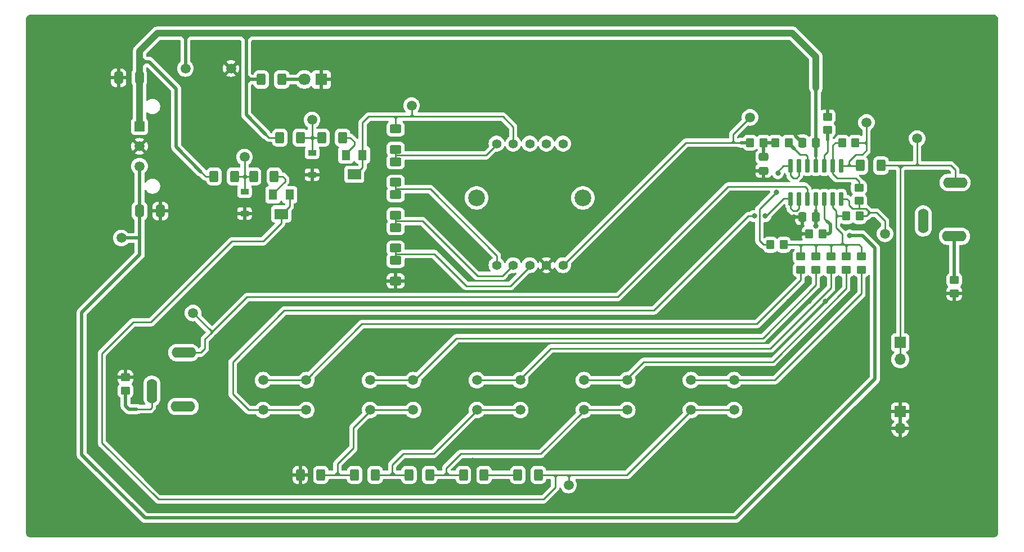
<source format=gtl>
%TF.GenerationSoftware,KiCad,Pcbnew,8.0.2*%
%TF.CreationDate,2024-05-21T21:06:13-07:00*%
%TF.ProjectId,voltage ref calibration tool,766f6c74-6167-4652-9072-65662063616c,rev?*%
%TF.SameCoordinates,Original*%
%TF.FileFunction,Copper,L1,Top*%
%TF.FilePolarity,Positive*%
%FSLAX46Y46*%
G04 Gerber Fmt 4.6, Leading zero omitted, Abs format (unit mm)*
G04 Created by KiCad (PCBNEW 8.0.2) date 2024-05-21 21:06:13*
%MOMM*%
%LPD*%
G01*
G04 APERTURE LIST*
G04 Aperture macros list*
%AMRoundRect*
0 Rectangle with rounded corners*
0 $1 Rounding radius*
0 $2 $3 $4 $5 $6 $7 $8 $9 X,Y pos of 4 corners*
0 Add a 4 corners polygon primitive as box body*
4,1,4,$2,$3,$4,$5,$6,$7,$8,$9,$2,$3,0*
0 Add four circle primitives for the rounded corners*
1,1,$1+$1,$2,$3*
1,1,$1+$1,$4,$5*
1,1,$1+$1,$6,$7*
1,1,$1+$1,$8,$9*
0 Add four rect primitives between the rounded corners*
20,1,$1+$1,$2,$3,$4,$5,0*
20,1,$1+$1,$4,$5,$6,$7,0*
20,1,$1+$1,$6,$7,$8,$9,0*
20,1,$1+$1,$8,$9,$2,$3,0*%
G04 Aperture macros list end*
%TA.AperFunction,ComponentPad*%
%ADD10R,1.800000X1.800000*%
%TD*%
%TA.AperFunction,ComponentPad*%
%ADD11C,1.800000*%
%TD*%
%TA.AperFunction,ComponentPad*%
%ADD12C,1.500000*%
%TD*%
%TA.AperFunction,SMDPad,CuDef*%
%ADD13RoundRect,0.250000X0.400000X0.625000X-0.400000X0.625000X-0.400000X-0.625000X0.400000X-0.625000X0*%
%TD*%
%TA.AperFunction,ComponentPad*%
%ADD14C,0.950000*%
%TD*%
%TA.AperFunction,ComponentPad*%
%ADD15C,6.400000*%
%TD*%
%TA.AperFunction,ComponentPad*%
%ADD16C,1.507998*%
%TD*%
%TA.AperFunction,SMDPad,CuDef*%
%ADD17RoundRect,0.250000X-0.625000X0.400000X-0.625000X-0.400000X0.625000X-0.400000X0.625000X0.400000X0*%
%TD*%
%TA.AperFunction,ComponentPad*%
%ADD18R,1.520000X1.520000*%
%TD*%
%TA.AperFunction,ComponentPad*%
%ADD19C,1.520000*%
%TD*%
%TA.AperFunction,SMDPad,CuDef*%
%ADD20RoundRect,0.250000X0.450000X-0.350000X0.450000X0.350000X-0.450000X0.350000X-0.450000X-0.350000X0*%
%TD*%
%TA.AperFunction,ComponentPad*%
%ADD21C,1.397000*%
%TD*%
%TA.AperFunction,ComponentPad*%
%ADD22C,2.514600*%
%TD*%
%TA.AperFunction,SMDPad,CuDef*%
%ADD23RoundRect,0.250000X0.412500X0.650000X-0.412500X0.650000X-0.412500X-0.650000X0.412500X-0.650000X0*%
%TD*%
%TA.AperFunction,ComponentPad*%
%ADD24R,1.700000X1.700000*%
%TD*%
%TA.AperFunction,ComponentPad*%
%ADD25O,1.700000X1.700000*%
%TD*%
%TA.AperFunction,SMDPad,CuDef*%
%ADD26RoundRect,0.250000X-0.350000X-0.450000X0.350000X-0.450000X0.350000X0.450000X-0.350000X0.450000X0*%
%TD*%
%TA.AperFunction,SMDPad,CuDef*%
%ADD27RoundRect,0.250000X0.337500X0.475000X-0.337500X0.475000X-0.337500X-0.475000X0.337500X-0.475000X0*%
%TD*%
%TA.AperFunction,SMDPad,CuDef*%
%ADD28R,1.200000X0.900000*%
%TD*%
%TA.AperFunction,SMDPad,CuDef*%
%ADD29RoundRect,0.250000X-0.400000X-0.625000X0.400000X-0.625000X0.400000X0.625000X-0.400000X0.625000X0*%
%TD*%
%TA.AperFunction,SMDPad,CuDef*%
%ADD30RoundRect,0.090000X-0.210000X0.895000X-0.210000X-0.895000X0.210000X-0.895000X0.210000X0.895000X0*%
%TD*%
%TA.AperFunction,SMDPad,CuDef*%
%ADD31R,1.300000X1.600000*%
%TD*%
%TA.AperFunction,SMDPad,CuDef*%
%ADD32R,2.000000X1.600000*%
%TD*%
%TA.AperFunction,ComponentPad*%
%ADD33O,3.700000X1.600000*%
%TD*%
%TA.AperFunction,ComponentPad*%
%ADD34O,1.600000X3.700000*%
%TD*%
%TA.AperFunction,SMDPad,CuDef*%
%ADD35RoundRect,0.250000X-0.450000X0.350000X-0.450000X-0.350000X0.450000X-0.350000X0.450000X0.350000X0*%
%TD*%
%TA.AperFunction,SMDPad,CuDef*%
%ADD36RoundRect,0.250000X0.350000X0.450000X-0.350000X0.450000X-0.350000X-0.450000X0.350000X-0.450000X0*%
%TD*%
%TA.AperFunction,SMDPad,CuDef*%
%ADD37RoundRect,0.250000X-0.475000X0.337500X-0.475000X-0.337500X0.475000X-0.337500X0.475000X0.337500X0*%
%TD*%
%TA.AperFunction,ViaPad*%
%ADD38C,0.800000*%
%TD*%
%TA.AperFunction,Conductor*%
%ADD39C,0.500000*%
%TD*%
%TA.AperFunction,Conductor*%
%ADD40C,0.250000*%
%TD*%
%TA.AperFunction,Conductor*%
%ADD41C,1.000000*%
%TD*%
G04 APERTURE END LIST*
D10*
%TO.P,D3,1,K*%
%TO.N,GND*%
X81153000Y-43180000D03*
D11*
%TO.P,D3,2,A*%
%TO.N,Net-(D3-A)*%
X78613000Y-43180000D03*
%TD*%
D12*
%TO.P,TP8,1,1*%
%TO.N,GND*%
X67564000Y-41529000D03*
%TD*%
%TO.P,TP9,1,1*%
%TO.N,Vcc-*%
X51054000Y-67056000D03*
%TD*%
D13*
%TO.P,R13,1*%
%TO.N,Net-(R12-Pad2)*%
X97448000Y-102743000D03*
%TO.P,R13,2*%
%TO.N,Net-(R13-Pad2)*%
X94348000Y-102743000D03*
%TD*%
D12*
%TO.P,TP11,1,1*%
%TO.N,/OUT*%
X170815000Y-52070000D03*
%TD*%
D13*
%TO.P,R11,1*%
%TO.N,/REF5V0B*%
X113818000Y-102743000D03*
%TO.P,R11,2*%
%TO.N,Net-(R11-Pad2)*%
X110718000Y-102743000D03*
%TD*%
D14*
%TO.P,H4,1,1*%
%TO.N,GND*%
X175178000Y-106887000D03*
X175880944Y-105189944D03*
X175880944Y-108584056D03*
X177578000Y-104487000D03*
D15*
X177578000Y-106887000D03*
D14*
X177578000Y-109287000D03*
X179275056Y-105189944D03*
X179275056Y-108584056D03*
X179978000Y-106887000D03*
%TD*%
D16*
%TO.P,SW2,1,1*%
%TO.N,/REF5V0B*%
X143279002Y-92964000D03*
X136779000Y-92964000D03*
%TO.P,SW2,2,2*%
%TO.N,/BTN5V*%
X143279002Y-88463999D03*
X136779000Y-88463999D03*
%TD*%
D17*
%TO.P,R10,1*%
%TO.N,Net-(R10-Pad1)*%
X92329000Y-70433000D03*
%TO.P,R10,2*%
%TO.N,GND*%
X92329000Y-73533000D03*
%TD*%
D13*
%TO.P,R12,1*%
%TO.N,Net-(R11-Pad2)*%
X105633000Y-102743000D03*
%TO.P,R12,2*%
%TO.N,Net-(R12-Pad2)*%
X102533000Y-102743000D03*
%TD*%
D18*
%TO.P,J2,1,1*%
%TO.N,Vcc+*%
X53793000Y-50243999D03*
D19*
%TO.P,J2,2,2*%
%TO.N,GND*%
X53793000Y-53243998D03*
%TO.P,J2,3,3*%
%TO.N,Vcc-*%
X53793000Y-56243997D03*
%TD*%
D20*
%TO.P,R20,1*%
%TO.N,/BTN2V*%
X157861000Y-71850000D03*
%TO.P,R20,2*%
%TO.N,/VGND*%
X157861000Y-69850000D03*
%TD*%
%TO.P,R31,1*%
%TO.N,GND*%
X176403000Y-75406000D03*
%TO.P,R31,2*%
%TO.N,Net-(J3-PadS)*%
X176403000Y-73406000D03*
%TD*%
D21*
%TO.P,SW1,1,1*%
%TO.N,/OctaveSelect*%
X117522000Y-71153000D03*
%TO.P,SW1,2,2*%
%TO.N,GND*%
X115022000Y-71153000D03*
%TO.P,SW1,3,3*%
%TO.N,Net-(R10-Pad1)*%
X112522000Y-71153000D03*
%TO.P,SW1,4,4*%
%TO.N,Net-(R8-Pad2)*%
X110022000Y-71153000D03*
%TO.P,SW1,5,5*%
%TO.N,Net-(R7-Pad2)*%
X107522000Y-71153000D03*
%TO.P,SW1,6,6*%
%TO.N,Net-(R6-Pad2)*%
X107522000Y-52853001D03*
%TO.P,SW1,7,7*%
%TO.N,/REF5V0A*%
X110022000Y-52853001D03*
%TO.P,SW1,8,NC*%
%TO.N,unconnected-(SW1-NC-Pad8)*%
X112522000Y-52853001D03*
%TO.P,SW1,9,NC*%
%TO.N,unconnected-(SW1-NC-Pad9)*%
X115022000Y-52853001D03*
%TO.P,SW1,10,NC*%
%TO.N,unconnected-(SW1-NC-Pad10)*%
X117522000Y-52853001D03*
D22*
%TO.P,SW1,11,NC*%
%TO.N,unconnected-(SW1-NC-Pad11)*%
X120522002Y-61023068D03*
%TO.P,SW1,12,NC*%
%TO.N,unconnected-(SW1-NC-Pad12)*%
X104521998Y-61023068D03*
%TD*%
D12*
%TO.P,TP3,1,1*%
%TO.N,/REF6B*%
X69596000Y-54864000D03*
%TD*%
D23*
%TO.P,C4,1*%
%TO.N,GND*%
X56934500Y-62992000D03*
%TO.P,C4,2*%
%TO.N,Vcc-*%
X53809500Y-62992000D03*
%TD*%
D24*
%TO.P,J4,1,Pin_1*%
%TO.N,/OUT*%
X168275000Y-82799000D03*
D25*
%TO.P,J4,2,Pin_2*%
X168275000Y-85339000D03*
%TD*%
D26*
%TO.P,R24,1*%
%TO.N,Net-(U1B--)*%
X148733000Y-68072000D03*
%TO.P,R24,2*%
%TO.N,/VGND*%
X150733000Y-68072000D03*
%TD*%
D16*
%TO.P,SW4,1,1*%
%TO.N,Net-(R13-Pad2)*%
X111084502Y-92964000D03*
X104584500Y-92964000D03*
%TO.P,SW4,2,2*%
%TO.N,/BTN2V*%
X111084502Y-88463999D03*
X104584500Y-88463999D03*
%TD*%
%TO.P,SW6,1,1*%
%TO.N,/ALT_BUF*%
X78890002Y-92964000D03*
X72390000Y-92964000D03*
%TO.P,SW6,2,2*%
%TO.N,/BTN_ALT*%
X78890002Y-88463999D03*
X72390000Y-88463999D03*
%TD*%
D27*
%TO.P,C5,1*%
%TO.N,Vcc+*%
X155596500Y-52705000D03*
%TO.P,C5,2*%
%TO.N,GND*%
X153521500Y-52705000D03*
%TD*%
D28*
%TO.P,D2,1,K*%
%TO.N,/REF6B*%
X69596000Y-60072000D03*
%TO.P,D2,2,A*%
%TO.N,GND*%
X69596000Y-63372000D03*
%TD*%
D12*
%TO.P,TP2,1,1*%
%TO.N,/REF6A*%
X79756000Y-49276000D03*
%TD*%
D29*
%TO.P,R1,1*%
%TO.N,Vcc+*%
X74904000Y-51943000D03*
%TO.P,R1,2*%
%TO.N,/REF6A*%
X78004000Y-51943000D03*
%TD*%
%TO.P,R2,1*%
%TO.N,Vcc+*%
X64998000Y-57785000D03*
%TO.P,R2,2*%
%TO.N,/REF6B*%
X68098000Y-57785000D03*
%TD*%
D12*
%TO.P,TP7,1,1*%
%TO.N,Vcc+*%
X60706000Y-41529000D03*
%TD*%
D16*
%TO.P,SW3,1,1*%
%TO.N,Net-(R12-Pad2)*%
X127181752Y-92964000D03*
X120681750Y-92964000D03*
%TO.P,SW3,2,2*%
%TO.N,/BTN3V*%
X127181752Y-88463999D03*
X120681750Y-88463999D03*
%TD*%
D12*
%TO.P,TP4,1,1*%
%TO.N,/REF5V0A*%
X94742000Y-47117000D03*
%TD*%
D23*
%TO.P,C3,1*%
%TO.N,Vcc+*%
X53759500Y-42926000D03*
%TO.P,C3,2*%
%TO.N,GND*%
X50634500Y-42926000D03*
%TD*%
D12*
%TO.P,TP1,1,1*%
%TO.N,/ALT_V_IN*%
X61849000Y-78359000D03*
%TD*%
D26*
%TO.P,R25,1*%
%TO.N,/VGND*%
X160163000Y-63754000D03*
%TO.P,R25,2*%
%TO.N,/VINV*%
X162163000Y-63754000D03*
%TD*%
%TO.P,R23,1*%
%TO.N,Net-(C2-Pad1)*%
X149495000Y-52705000D03*
%TO.P,R23,2*%
%TO.N,Net-(U1B-+)*%
X151495000Y-52705000D03*
%TD*%
D30*
%TO.P,U1,1*%
%TO.N,/VSUM*%
X159385000Y-56202500D03*
%TO.P,U1,2,-*%
%TO.N,Net-(U1A--)*%
X158115000Y-56202500D03*
%TO.P,U1,3,+*%
%TO.N,Net-(U1A-+)*%
X156845000Y-56202500D03*
%TO.P,U1,4,V+*%
%TO.N,Vcc+*%
X155575000Y-56202500D03*
%TO.P,U1,5,+*%
%TO.N,Net-(U1B-+)*%
X154305000Y-56202500D03*
%TO.P,U1,6,-*%
%TO.N,Net-(U1B--)*%
X153035000Y-56202500D03*
%TO.P,U1,7*%
X151765000Y-56202500D03*
%TO.P,U1,8*%
%TO.N,/ALT_BUF*%
X151765000Y-61152500D03*
%TO.P,U1,9,-*%
X153035000Y-61152500D03*
%TO.P,U1,10,+*%
%TO.N,/ALT_V_IN*%
X154305000Y-61152500D03*
%TO.P,U1,11,V-*%
%TO.N,Vcc-*%
X155575000Y-61152500D03*
%TO.P,U1,12,+*%
%TO.N,Net-(U1D-+)*%
X156845000Y-61152500D03*
%TO.P,U1,13,-*%
%TO.N,/VGND*%
X158115000Y-61152500D03*
%TO.P,U1,14*%
%TO.N,/VINV*%
X159385000Y-61152500D03*
%TD*%
D31*
%TO.P,RV2,1,1*%
%TO.N,/REF5V0B*%
X76381000Y-60528000D03*
D32*
%TO.P,RV2,2,2*%
X75131000Y-63428000D03*
D31*
%TO.P,RV2,3,3*%
%TO.N,Net-(R5-Pad2)*%
X73881000Y-60528000D03*
%TD*%
D12*
%TO.P,TP10,1,1*%
%TO.N,/VSUM*%
X163195000Y-49657000D03*
%TD*%
D20*
%TO.P,R19,1*%
%TO.N,/BTN3V*%
X160147000Y-71850000D03*
%TO.P,R19,2*%
%TO.N,/VGND*%
X160147000Y-69850000D03*
%TD*%
D17*
%TO.P,R9,1*%
%TO.N,Net-(R8-Pad2)*%
X92329000Y-65480000D03*
%TO.P,R9,2*%
%TO.N,Net-(R10-Pad1)*%
X92329000Y-68580000D03*
%TD*%
D20*
%TO.P,R21,1*%
%TO.N,/BTN1V*%
X155575000Y-71850000D03*
%TO.P,R21,2*%
%TO.N,/VGND*%
X155575000Y-69850000D03*
%TD*%
%TO.P,R30,1*%
%TO.N,Net-(U1A-+)*%
X157353000Y-50784000D03*
%TO.P,R30,2*%
%TO.N,GND*%
X157353000Y-48784000D03*
%TD*%
D14*
%TO.P,H1,1,1*%
%TO.N,GND*%
X39383000Y-38608000D03*
X40085944Y-36910944D03*
X40085944Y-40305056D03*
X41783000Y-36208000D03*
D15*
X41783000Y-38608000D03*
D14*
X41783000Y-41008000D03*
X43480056Y-36910944D03*
X43480056Y-40305056D03*
X44183000Y-38608000D03*
%TD*%
D29*
%TO.P,R27,1*%
%TO.N,Vcc+*%
X72110000Y-43180000D03*
%TO.P,R27,2*%
%TO.N,Net-(D3-A)*%
X75210000Y-43180000D03*
%TD*%
D16*
%TO.P,SW5,1,1*%
%TO.N,Net-(R14-Pad2)*%
X94987252Y-92964000D03*
X88487250Y-92964000D03*
%TO.P,SW5,2,2*%
%TO.N,/BTN1V*%
X94987252Y-88463999D03*
X88487250Y-88463999D03*
%TD*%
D33*
%TO.P,J3,S*%
%TO.N,Net-(J3-PadS)*%
X176431061Y-66792899D03*
%TO.P,J3,T*%
%TO.N,/OUT*%
X176531137Y-58692900D03*
D34*
%TO.P,J3,TN*%
%TO.N,unconnected-(J3-PadTN)*%
X171731139Y-64492899D03*
%TD*%
D31*
%TO.P,RV1,1,1*%
%TO.N,/REF5V0A*%
X87356000Y-54557000D03*
D32*
%TO.P,RV1,2,2*%
X86106000Y-57457000D03*
D31*
%TO.P,RV1,3,3*%
%TO.N,Net-(R4-Pad2)*%
X84856000Y-54557000D03*
%TD*%
D13*
%TO.P,R14,1*%
%TO.N,Net-(R13-Pad2)*%
X89263000Y-102743000D03*
%TO.P,R14,2*%
%TO.N,Net-(R14-Pad2)*%
X86163000Y-102743000D03*
%TD*%
D20*
%TO.P,R18,1*%
%TO.N,/BTN5V*%
X162433000Y-71850000D03*
%TO.P,R18,2*%
%TO.N,/VGND*%
X162433000Y-69850000D03*
%TD*%
D35*
%TO.P,R3,1*%
%TO.N,GND*%
X51689000Y-88043000D03*
%TO.P,R3,2*%
%TO.N,Net-(J1-PadTN)*%
X51689000Y-90043000D03*
%TD*%
D12*
%TO.P,TP12,1,1*%
%TO.N,/VINV*%
X165989000Y-66421000D03*
%TD*%
D24*
%TO.P,J5,1,Pin_1*%
%TO.N,GND*%
X168275000Y-93218000D03*
D25*
%TO.P,J5,2,Pin_2*%
X168275000Y-95758000D03*
%TD*%
D33*
%TO.P,J1,S*%
%TO.N,unconnected-(J1-PadS)*%
X60351924Y-92427999D03*
%TO.P,J1,T*%
%TO.N,/ALT_V_IN*%
X60452000Y-84328000D03*
D34*
%TO.P,J1,TN*%
%TO.N,Net-(J1-PadTN)*%
X55652002Y-90127999D03*
%TD*%
D28*
%TO.P,D1,1,K*%
%TO.N,/REF6A*%
X79756000Y-54230000D03*
%TO.P,D1,2,A*%
%TO.N,GND*%
X79756000Y-57530000D03*
%TD*%
D12*
%TO.P,TP5,1,1*%
%TO.N,/REF5V0B*%
X118364000Y-104267000D03*
%TD*%
D26*
%TO.P,R17,1*%
%TO.N,/OctaveSelect*%
X145685000Y-52705000D03*
%TO.P,R17,2*%
%TO.N,Net-(C2-Pad1)*%
X147685000Y-52705000D03*
%TD*%
D29*
%TO.P,R29,1*%
%TO.N,/VSUM*%
X162280000Y-56134000D03*
%TO.P,R29,2*%
%TO.N,/OUT*%
X165380000Y-56134000D03*
%TD*%
D20*
%TO.P,R22,1*%
%TO.N,/BTN_ALT*%
X153289000Y-71850000D03*
%TO.P,R22,2*%
%TO.N,/VGND*%
X153289000Y-69850000D03*
%TD*%
D14*
%TO.P,H3,1,1*%
%TO.N,GND*%
X39383000Y-106887000D03*
X40085944Y-105189944D03*
X40085944Y-108584056D03*
X41783000Y-104487000D03*
D15*
X41783000Y-106887000D03*
D14*
X41783000Y-109287000D03*
X43480056Y-105189944D03*
X43480056Y-108584056D03*
X44183000Y-106887000D03*
%TD*%
D36*
%TO.P,R16,1*%
%TO.N,Net-(U1D-+)*%
X156575000Y-66421000D03*
%TO.P,R16,2*%
%TO.N,GND*%
X154575000Y-66421000D03*
%TD*%
D35*
%TO.P,R26,1*%
%TO.N,Net-(U1A--)*%
X162052000Y-59452000D03*
%TO.P,R26,2*%
%TO.N,/VINV*%
X162052000Y-61452000D03*
%TD*%
D13*
%TO.P,R15,1*%
%TO.N,Net-(R14-Pad2)*%
X81078000Y-102743000D03*
%TO.P,R15,2*%
%TO.N,GND*%
X77978000Y-102743000D03*
%TD*%
D17*
%TO.P,R8,1*%
%TO.N,Net-(R7-Pad2)*%
X92329000Y-60527000D03*
%TO.P,R8,2*%
%TO.N,Net-(R8-Pad2)*%
X92329000Y-63627000D03*
%TD*%
%TO.P,R6,1*%
%TO.N,/REF5V0A*%
X92329000Y-50621000D03*
%TO.P,R6,2*%
%TO.N,Net-(R6-Pad2)*%
X92329000Y-53721000D03*
%TD*%
D29*
%TO.P,R5,1*%
%TO.N,/REF6B*%
X70967000Y-57787000D03*
%TO.P,R5,2*%
%TO.N,Net-(R5-Pad2)*%
X74067000Y-57787000D03*
%TD*%
D27*
%TO.P,C6,1*%
%TO.N,Vcc-*%
X155596500Y-63881000D03*
%TO.P,C6,2*%
%TO.N,GND*%
X153521500Y-63881000D03*
%TD*%
D12*
%TO.P,TP6,1,1*%
%TO.N,/OctaveSelect*%
X145669000Y-48895000D03*
%TD*%
D29*
%TO.P,R4,1*%
%TO.N,/REF6A*%
X81254000Y-51943000D03*
%TO.P,R4,2*%
%TO.N,Net-(R4-Pad2)*%
X84354000Y-51943000D03*
%TD*%
D26*
%TO.P,R28,1*%
%TO.N,Net-(U1A--)*%
X159528000Y-52705000D03*
%TO.P,R28,2*%
%TO.N,/VSUM*%
X161528000Y-52705000D03*
%TD*%
D37*
%TO.P,C2,1*%
%TO.N,Net-(C2-Pad1)*%
X147701000Y-54842500D03*
%TO.P,C2,2*%
%TO.N,GND*%
X147701000Y-56917500D03*
%TD*%
D17*
%TO.P,R7,1*%
%TO.N,Net-(R6-Pad2)*%
X92329000Y-55574000D03*
%TO.P,R7,2*%
%TO.N,Net-(R7-Pad2)*%
X92329000Y-58674000D03*
%TD*%
D14*
%TO.P,H2,1,1*%
%TO.N,GND*%
X175178000Y-38608000D03*
X175880944Y-36910944D03*
X175880944Y-40305056D03*
X177578000Y-36208000D03*
D15*
X177578000Y-38608000D03*
D14*
X177578000Y-41008000D03*
X179275056Y-36910944D03*
X179275056Y-40305056D03*
X179978000Y-38608000D03*
%TD*%
D38*
%TO.N,GND*%
X143764000Y-73533000D03*
X55880000Y-73279000D03*
X153289000Y-66421000D03*
X61595000Y-101600000D03*
X53340000Y-106045000D03*
X96139000Y-82296000D03*
X83566000Y-90678000D03*
X122936000Y-105156000D03*
X156972000Y-76581000D03*
X150495000Y-43180000D03*
X147701000Y-60325000D03*
X176403000Y-76835000D03*
X57150000Y-39370000D03*
X170561000Y-58039000D03*
X155575000Y-58674000D03*
X115697000Y-90424000D03*
X119761000Y-53975000D03*
X107061000Y-66040000D03*
X151511000Y-76581000D03*
X49149000Y-42926000D03*
X99568000Y-90932000D03*
X83185000Y-80137000D03*
X166497000Y-58293000D03*
X154559000Y-76581000D03*
X69596000Y-64643000D03*
X112268000Y-84074000D03*
X56261000Y-43815000D03*
X105283000Y-70612000D03*
X131699000Y-91059000D03*
X88392000Y-74041000D03*
X65913000Y-60579000D03*
X47625000Y-81280000D03*
X103886000Y-100584000D03*
X145669000Y-65405000D03*
X98044000Y-73279000D03*
X58547000Y-62992000D03*
X96647000Y-67818000D03*
X83185000Y-43180000D03*
X107823000Y-50292000D03*
X76581000Y-102743000D03*
X152527000Y-51054000D03*
X73279000Y-77089000D03*
X74549000Y-67564000D03*
X168275000Y-38735000D03*
X109601000Y-72898000D03*
X94488000Y-100711000D03*
X148336000Y-87122000D03*
X146050000Y-56896000D03*
X42545000Y-50800000D03*
X154305000Y-106045000D03*
X72390000Y-38735000D03*
X79756000Y-58801000D03*
X157353000Y-47371000D03*
X41275000Y-94615000D03*
X162306000Y-79248000D03*
X108966000Y-104902000D03*
X51689000Y-86360000D03*
X148717000Y-64897000D03*
X127254000Y-85344000D03*
X152273000Y-63881000D03*
X159893000Y-76581000D03*
X62611000Y-52832000D03*
X89535000Y-51562000D03*
X161036000Y-65532000D03*
%TO.N,Vcc-*%
X155575000Y-65278000D03*
X160655000Y-66675000D03*
%TO.N,Net-(U1B--)*%
X149860000Y-57277000D03*
X149606000Y-60198000D03*
%TO.N,/ALT_BUF*%
X146304000Y-63754000D03*
X147955000Y-63754000D03*
%TD*%
D39*
%TO.N,GND*%
X56934500Y-62992000D02*
X58547000Y-62992000D01*
X153521500Y-63881000D02*
X152273000Y-63881000D01*
X152527000Y-51689000D02*
X152527000Y-51054000D01*
D40*
X79756000Y-57530000D02*
X79756000Y-58801000D01*
D39*
X154575000Y-66421000D02*
X153289000Y-66421000D01*
X81153000Y-43180000D02*
X83185000Y-43180000D01*
X176403000Y-75406000D02*
X176403000Y-76835000D01*
X157353000Y-48784000D02*
X157353000Y-47371000D01*
X147701000Y-56917500D02*
X146071500Y-56917500D01*
X153521500Y-52683500D02*
X152527000Y-51689000D01*
D40*
X69596000Y-63372000D02*
X69596000Y-64643000D01*
D39*
X51689000Y-88043000D02*
X51689000Y-86360000D01*
X146071500Y-56917500D02*
X146050000Y-56896000D01*
X77978000Y-102743000D02*
X76581000Y-102743000D01*
X50634500Y-42926000D02*
X49149000Y-42926000D01*
%TO.N,Net-(C2-Pad1)*%
X147685000Y-52705000D02*
X149352000Y-52705000D01*
X147701000Y-54842500D02*
X147701000Y-52832000D01*
%TO.N,Vcc+*%
X54555000Y-40513000D02*
X53793000Y-39751000D01*
D41*
X59944000Y-36195000D02*
X60706000Y-36195000D01*
X152019000Y-36195000D02*
X155575000Y-39751000D01*
D39*
X60706000Y-37084000D02*
X60706000Y-36957000D01*
X54737000Y-40513000D02*
X54555000Y-40513000D01*
X72110000Y-43180000D02*
X70739000Y-43180000D01*
D41*
X53793000Y-38917000D02*
X56515000Y-36195000D01*
D39*
X70739000Y-43180000D02*
X70358000Y-43180000D01*
X54555000Y-40513000D02*
X53793000Y-41275000D01*
X70485000Y-43180000D02*
X70358000Y-43180000D01*
D41*
X69850000Y-36195000D02*
X70739000Y-36195000D01*
D39*
X69977000Y-43180000D02*
X69850000Y-43307000D01*
X55245000Y-40513000D02*
X55118000Y-40513000D01*
D41*
X155575000Y-44450000D02*
X155575000Y-39751000D01*
D39*
X69850000Y-37084000D02*
X69850000Y-36195000D01*
D41*
X68961000Y-36195000D02*
X69850000Y-36195000D01*
D39*
X69850000Y-37084000D02*
X70739000Y-36195000D01*
X60706000Y-41529000D02*
X60706000Y-37084000D01*
X69850000Y-43688000D02*
X69850000Y-43307000D01*
D40*
X73279000Y-51943000D02*
X72771000Y-51435000D01*
X63055500Y-57086500D02*
X63754000Y-57785000D01*
D41*
X53793000Y-39751000D02*
X53793000Y-38917000D01*
D40*
X155575000Y-56202500D02*
X155575000Y-54737000D01*
D39*
X70358000Y-43180000D02*
X69850000Y-42672000D01*
X69850000Y-43307000D02*
X69850000Y-42672000D01*
X59309000Y-53340000D02*
X59309000Y-44577000D01*
D41*
X53793000Y-50243999D02*
X53793000Y-41275000D01*
D39*
X70485000Y-43180000D02*
X69977000Y-43180000D01*
X69850000Y-37084000D02*
X68961000Y-36195000D01*
X53793000Y-40513000D02*
X54737000Y-40513000D01*
X59309000Y-44577000D02*
X55245000Y-40513000D01*
X60706000Y-36957000D02*
X61468000Y-36195000D01*
D40*
X73279000Y-51943000D02*
X74904000Y-51943000D01*
D39*
X70739000Y-43180000D02*
X70485000Y-43180000D01*
X69850000Y-48514000D02*
X69850000Y-43688000D01*
X155575000Y-54737000D02*
X155575000Y-44450000D01*
X60706000Y-36957000D02*
X59944000Y-36195000D01*
X60706000Y-37084000D02*
X60706000Y-36195000D01*
D40*
X64998000Y-57785000D02*
X63754000Y-57785000D01*
D39*
X54737000Y-40513000D02*
X55118000Y-40513000D01*
X72771000Y-51435000D02*
X69850000Y-48514000D01*
X69850000Y-42672000D02*
X69850000Y-37084000D01*
D41*
X70739000Y-36195000D02*
X152019000Y-36195000D01*
X53793000Y-41275000D02*
X53793000Y-40513000D01*
X60706000Y-36195000D02*
X61468000Y-36195000D01*
X56515000Y-36195000D02*
X59944000Y-36195000D01*
D39*
X70358000Y-43180000D02*
X69850000Y-43688000D01*
D41*
X61468000Y-36195000D02*
X68961000Y-36195000D01*
D39*
X63055500Y-57086500D02*
X59309000Y-53340000D01*
D41*
X53793000Y-40513000D02*
X53793000Y-39751000D01*
D39*
%TO.N,Vcc-*%
X45085000Y-78282000D02*
X53809500Y-69557500D01*
X54610000Y-109220000D02*
X45085000Y-99695000D01*
X53809500Y-67056000D02*
X53809500Y-69557500D01*
X143510000Y-109220000D02*
X54610000Y-109220000D01*
X164465000Y-68580000D02*
X164465000Y-88265000D01*
X51054000Y-67056000D02*
X53809500Y-67056000D01*
X53809500Y-62992000D02*
X53809500Y-67056000D01*
X155575000Y-65278000D02*
X155575000Y-62865000D01*
X160655000Y-66675000D02*
X162560000Y-66675000D01*
X53793000Y-56243997D02*
X53793000Y-62920000D01*
X164465000Y-88265000D02*
X143510000Y-109220000D01*
X162560000Y-66675000D02*
X164465000Y-68580000D01*
D40*
X155575000Y-61152500D02*
X155575000Y-62865000D01*
D39*
X45085000Y-99695000D02*
X45085000Y-78282000D01*
%TO.N,Net-(D3-A)*%
X75210000Y-43180000D02*
X78486000Y-43180000D01*
D40*
%TO.N,/ALT_V_IN*%
X64706500Y-81216500D02*
X64897000Y-81026000D01*
X61849000Y-78359000D02*
X64516000Y-81026000D01*
X154305000Y-61152500D02*
X154305000Y-59690000D01*
X63627000Y-82296000D02*
X64516000Y-81407000D01*
X154305000Y-59690000D02*
X153924000Y-59309000D01*
X153924000Y-59309000D02*
X142367000Y-59309000D01*
X64516000Y-81407000D02*
X64706500Y-81216500D01*
X60452000Y-84328000D02*
X62992000Y-84328000D01*
X142367000Y-59309000D02*
X125730000Y-75946000D01*
X64516000Y-81026000D02*
X64706500Y-81216500D01*
X125730000Y-75946000D02*
X69977000Y-75946000D01*
X63627000Y-83693000D02*
X63627000Y-82296000D01*
X64516000Y-81026000D02*
X64897000Y-81026000D01*
X62992000Y-84328000D02*
X63627000Y-83693000D01*
X69977000Y-75946000D02*
X64897000Y-81026000D01*
X64516000Y-81026000D02*
X64516000Y-81407000D01*
%TO.N,/OUT*%
X170815000Y-52070000D02*
X170815000Y-55880000D01*
X168275000Y-56515000D02*
X168656000Y-56134000D01*
X170815000Y-55880000D02*
X170815000Y-56134000D01*
X168275000Y-56134000D02*
X168656000Y-56134000D01*
X167894000Y-56134000D02*
X168275000Y-56134000D01*
X168275000Y-56769000D02*
X168275000Y-56515000D01*
X170815000Y-55880000D02*
X171069000Y-56134000D01*
X168656000Y-56134000D02*
X170053000Y-56134000D01*
X176531137Y-56770137D02*
X175895000Y-56134000D01*
X170561000Y-56134000D02*
X170815000Y-55880000D01*
X170815000Y-56134000D02*
X171323000Y-56134000D01*
X168275000Y-56134000D02*
X168275000Y-56769000D01*
X170053000Y-56134000D02*
X170815000Y-56134000D01*
X176531137Y-58692900D02*
X176531137Y-56770137D01*
X171069000Y-56134000D02*
X171323000Y-56134000D01*
X165380000Y-56134000D02*
X167894000Y-56134000D01*
X170053000Y-56134000D02*
X170561000Y-56134000D01*
X171323000Y-56134000D02*
X175895000Y-56134000D01*
X168275000Y-56769000D02*
X168275000Y-85471000D01*
X168275000Y-56515000D02*
X167894000Y-56134000D01*
%TO.N,Net-(R4-Pad2)*%
X84856000Y-54336000D02*
X86106000Y-53086000D01*
X86106000Y-53086000D02*
X86106000Y-52578000D01*
X85471000Y-51943000D02*
X86106000Y-52578000D01*
X84354000Y-51943000D02*
X85471000Y-51943000D01*
%TO.N,Net-(R5-Pad2)*%
X75313000Y-57787000D02*
X75692000Y-58166000D01*
X73881000Y-60358000D02*
X75692000Y-58547000D01*
X74067000Y-57787000D02*
X75313000Y-57787000D01*
X75692000Y-58166000D02*
X75692000Y-58547000D01*
%TO.N,Net-(R6-Pad2)*%
X105918000Y-54610000D02*
X107442000Y-53086000D01*
X92329000Y-54610000D02*
X92329000Y-55245000D01*
X92329000Y-54610000D02*
X105918000Y-54610000D01*
X92329000Y-53721000D02*
X92329000Y-54610000D01*
%TO.N,Net-(R7-Pad2)*%
X97536000Y-59690000D02*
X107569000Y-69723000D01*
X92329000Y-58674000D02*
X92329000Y-59690000D01*
X92329000Y-59690000D02*
X97536000Y-59690000D01*
X107569000Y-69723000D02*
X107569000Y-70993000D01*
X92329000Y-59690000D02*
X92329000Y-60452000D01*
%TO.N,Net-(R8-Pad2)*%
X104648000Y-72771000D02*
X96393000Y-64516000D01*
X108404000Y-72771000D02*
X104648000Y-72771000D01*
X92329000Y-63627000D02*
X92329000Y-64516000D01*
X110022000Y-71153000D02*
X108404000Y-72771000D01*
X92329000Y-64516000D02*
X92329000Y-65151000D01*
X96393000Y-64516000D02*
X92329000Y-64516000D01*
%TO.N,Net-(R10-Pad1)*%
X92329000Y-68580000D02*
X92329000Y-69469000D01*
X109601000Y-74295000D02*
X112522000Y-71374000D01*
X92329000Y-69469000D02*
X98171000Y-69469000D01*
X102997000Y-74295000D02*
X109601000Y-74295000D01*
X98171000Y-69469000D02*
X102997000Y-74295000D01*
X92329000Y-69469000D02*
X92329000Y-70231000D01*
%TO.N,Net-(R11-Pad2)*%
X105633000Y-102743000D02*
X110617000Y-102743000D01*
%TO.N,Net-(R12-Pad2)*%
X99949000Y-102743000D02*
X100330000Y-102743000D01*
X102108000Y-99568000D02*
X114173000Y-99568000D01*
X99949000Y-102743000D02*
X99949000Y-102362000D01*
X99568000Y-102743000D02*
X99949000Y-102743000D01*
X99949000Y-102362000D02*
X100330000Y-102743000D01*
X100330000Y-102743000D02*
X102616000Y-102743000D01*
X99949000Y-102362000D02*
X99949000Y-101727000D01*
X99949000Y-102362000D02*
X99568000Y-102743000D01*
X127181752Y-92964000D02*
X120777000Y-92964000D01*
X97448000Y-102743000D02*
X99568000Y-102743000D01*
X114173000Y-99568000D02*
X120396000Y-93345000D01*
X99949000Y-101727000D02*
X102108000Y-99568000D01*
%TO.N,Net-(R13-Pad2)*%
X104584500Y-92964000D02*
X110871000Y-92964000D01*
X98044000Y-99568000D02*
X104521000Y-93091000D01*
X89263000Y-102743000D02*
X91440000Y-102743000D01*
X91821000Y-102235000D02*
X91821000Y-102108000D01*
X92202000Y-102743000D02*
X94488000Y-102743000D01*
X91821000Y-101219000D02*
X93472000Y-99568000D01*
X91821000Y-102108000D02*
X91821000Y-102362000D01*
X91821000Y-102235000D02*
X91821000Y-101219000D01*
X91821000Y-102743000D02*
X92202000Y-102743000D01*
X91821000Y-102743000D02*
X91821000Y-102235000D01*
X91440000Y-102743000D02*
X91821000Y-102743000D01*
X91821000Y-102362000D02*
X92202000Y-102743000D01*
X93472000Y-99568000D02*
X98044000Y-99568000D01*
X91821000Y-102362000D02*
X91440000Y-102743000D01*
%TO.N,Net-(R14-Pad2)*%
X83566000Y-101092000D02*
X85979000Y-98679000D01*
X85979000Y-95631000D02*
X88392000Y-93218000D01*
X85979000Y-98679000D02*
X85979000Y-95631000D01*
X83566000Y-102362000D02*
X83947000Y-102743000D01*
X81078000Y-102743000D02*
X83185000Y-102743000D01*
X83185000Y-102743000D02*
X83566000Y-102743000D01*
X83947000Y-102743000D02*
X85979000Y-102743000D01*
X83566000Y-101092000D02*
X83566000Y-102362000D01*
X83566000Y-102743000D02*
X83566000Y-102362000D01*
X83566000Y-102743000D02*
X83947000Y-102743000D01*
X94987252Y-92964000D02*
X88646000Y-92964000D01*
X83566000Y-102362000D02*
X83185000Y-102743000D01*
%TO.N,/OctaveSelect*%
X144272000Y-52705000D02*
X145542000Y-52705000D01*
X143383000Y-52705000D02*
X144272000Y-52705000D01*
X145669000Y-48895000D02*
X143129000Y-51435000D01*
X143129000Y-51435000D02*
X143129000Y-52324000D01*
D39*
X145685000Y-52705000D02*
X144272000Y-52705000D01*
D40*
X142875000Y-52705000D02*
X143129000Y-52705000D01*
X143129000Y-52451000D02*
X143383000Y-52705000D01*
X143129000Y-52705000D02*
X143383000Y-52705000D01*
X143129000Y-52451000D02*
X143129000Y-52705000D01*
X143129000Y-52324000D02*
X143129000Y-52197000D01*
X143129000Y-52197000D02*
X143129000Y-52451000D01*
X143129000Y-52451000D02*
X142875000Y-52705000D01*
X135970000Y-52705000D02*
X142875000Y-52705000D01*
X117522000Y-71153000D02*
X135970000Y-52705000D01*
%TO.N,/BTN5V*%
X136779000Y-88463999D02*
X143200999Y-88463999D01*
X143279002Y-88463999D02*
X149407001Y-88463999D01*
X149407001Y-88463999D02*
X162433000Y-75438000D01*
X162433000Y-75438000D02*
X162433000Y-72136000D01*
%TO.N,/VGND*%
X162052000Y-68072000D02*
X162433000Y-68453000D01*
X160147000Y-68326000D02*
X159893000Y-68072000D01*
X158115000Y-62484000D02*
X158623000Y-62992000D01*
X158623000Y-65532000D02*
X158623000Y-64008000D01*
X153289000Y-68072000D02*
X153543000Y-68072000D01*
X158623000Y-63373000D02*
X158623000Y-63500000D01*
X160401000Y-68072000D02*
X162052000Y-68072000D01*
X153543000Y-68072000D02*
X155321000Y-68072000D01*
X155575000Y-68072000D02*
X155829000Y-68072000D01*
X155575000Y-68326000D02*
X155321000Y-68072000D01*
X160147000Y-69850000D02*
X160147000Y-68326000D01*
X160147000Y-68072000D02*
X160401000Y-68072000D01*
X155575000Y-69850000D02*
X155575000Y-68326000D01*
X159512000Y-66421000D02*
X159512000Y-67818000D01*
X153289000Y-68326000D02*
X153543000Y-68072000D01*
X157861000Y-68072000D02*
X158115000Y-68072000D01*
X159893000Y-68072000D02*
X160147000Y-68072000D01*
X153035000Y-68072000D02*
X152908000Y-68072000D01*
X158623000Y-64008000D02*
X158877000Y-63754000D01*
X155321000Y-68072000D02*
X155575000Y-68072000D01*
X159512000Y-67818000D02*
X159258000Y-68072000D01*
X158623000Y-63373000D02*
X158623000Y-63754000D01*
X155829000Y-68072000D02*
X157607000Y-68072000D01*
X162433000Y-68453000D02*
X162433000Y-69596000D01*
X160163000Y-63754000D02*
X158877000Y-63754000D01*
X155575000Y-68326000D02*
X155829000Y-68072000D01*
X159512000Y-67818000D02*
X159766000Y-68072000D01*
X159512000Y-68072000D02*
X159766000Y-68072000D01*
X158623000Y-63500000D02*
X158877000Y-63754000D01*
X153289000Y-69850000D02*
X153289000Y-68326000D01*
X152908000Y-68072000D02*
X153289000Y-68072000D01*
X158623000Y-64008000D02*
X158623000Y-63754000D01*
X159766000Y-68072000D02*
X159893000Y-68072000D01*
X159512000Y-67818000D02*
X159512000Y-68072000D01*
X158115000Y-62484000D02*
X158115000Y-61152500D01*
X158623000Y-62992000D02*
X158623000Y-63373000D01*
X158115000Y-68072000D02*
X159258000Y-68072000D01*
X160147000Y-68326000D02*
X160401000Y-68072000D01*
X157861000Y-68326000D02*
X157861000Y-68072000D01*
X155575000Y-68326000D02*
X155575000Y-68072000D01*
X153289000Y-68326000D02*
X153035000Y-68072000D01*
X157861000Y-68326000D02*
X158115000Y-68072000D01*
X157861000Y-68326000D02*
X157607000Y-68072000D01*
X158877000Y-63754000D02*
X158623000Y-63754000D01*
X153289000Y-68326000D02*
X153289000Y-68072000D01*
X150733000Y-68072000D02*
X152908000Y-68072000D01*
X159512000Y-66421000D02*
X158623000Y-65532000D01*
X157861000Y-69850000D02*
X157861000Y-68326000D01*
X157607000Y-68072000D02*
X157861000Y-68072000D01*
X160147000Y-68326000D02*
X160147000Y-68072000D01*
X159258000Y-68072000D02*
X159512000Y-68072000D01*
%TO.N,/BTN3V*%
X160147000Y-74676000D02*
X149098000Y-85725000D01*
X160147000Y-71850000D02*
X160147000Y-74676000D01*
X129667000Y-85725000D02*
X127127000Y-88265000D01*
X149098000Y-85725000D02*
X129667000Y-85725000D01*
X120681750Y-88463999D02*
X127182001Y-88463999D01*
%TO.N,/BTN2V*%
X115697000Y-83693000D02*
X110998000Y-88392000D01*
X148717000Y-83693000D02*
X115697000Y-83693000D01*
X111084502Y-88463999D02*
X104592999Y-88463999D01*
X157861000Y-71850000D02*
X157861000Y-74549000D01*
X157861000Y-74549000D02*
X148717000Y-83693000D01*
%TO.N,/BTN1V*%
X147574000Y-82169000D02*
X101473000Y-82169000D01*
X155575000Y-71850000D02*
X155575000Y-74168000D01*
X88487250Y-88463999D02*
X94924001Y-88463999D01*
X147574000Y-82169000D02*
X155575000Y-74168000D01*
X94869000Y-88773000D02*
X101473000Y-82169000D01*
%TO.N,/BTN_ALT*%
X87249000Y-80010000D02*
X78740000Y-88519000D01*
X146685000Y-80010000D02*
X87249000Y-80010000D01*
X153289000Y-71850000D02*
X153289000Y-73406000D01*
X72390000Y-88463999D02*
X78668001Y-88463999D01*
X153289000Y-73406000D02*
X146685000Y-80010000D01*
%TO.N,Net-(U1A--)*%
X158115000Y-56202500D02*
X158115000Y-57404000D01*
X158750000Y-58039000D02*
X161544000Y-58039000D01*
X158115000Y-57404000D02*
X158750000Y-58039000D01*
X161544000Y-58039000D02*
X162052000Y-58547000D01*
X162052000Y-58547000D02*
X162052000Y-59309000D01*
X159528000Y-52705000D02*
X158496000Y-52705000D01*
X158496000Y-52705000D02*
X158115000Y-53086000D01*
X158115000Y-53086000D02*
X158115000Y-56202500D01*
%TO.N,/VINV*%
X160212500Y-61152500D02*
X160528000Y-61468000D01*
X162052000Y-62611000D02*
X163068000Y-62611000D01*
X163449000Y-62992000D02*
X163703000Y-63246000D01*
X162052000Y-62611000D02*
X161036000Y-62611000D01*
X159385000Y-61152500D02*
X160212500Y-61152500D01*
X163449000Y-62992000D02*
X163068000Y-62611000D01*
X162052000Y-61595000D02*
X162052000Y-62611000D01*
X163703000Y-63246000D02*
X163449000Y-63246000D01*
X162163000Y-63754000D02*
X163195000Y-63754000D01*
X165989000Y-64516000D02*
X164719000Y-63246000D01*
X163449000Y-63246000D02*
X163449000Y-62992000D01*
X163449000Y-63500000D02*
X163449000Y-63246000D01*
X163703000Y-63246000D02*
X163449000Y-63500000D01*
X163195000Y-63754000D02*
X163449000Y-63500000D01*
X160528000Y-62103000D02*
X160528000Y-61468000D01*
X165989000Y-66421000D02*
X165989000Y-64516000D01*
X161036000Y-62611000D02*
X160528000Y-62103000D01*
X164719000Y-63246000D02*
X163703000Y-63246000D01*
%TO.N,/VSUM*%
X160528000Y-55948500D02*
X160782000Y-56202500D01*
X160528000Y-55880000D02*
X160528000Y-55948500D01*
X162941000Y-52705000D02*
X163195000Y-52451000D01*
X161544000Y-54483000D02*
X162560000Y-54483000D01*
X160528000Y-56202500D02*
X160528000Y-55880000D01*
X160782000Y-56202500D02*
X162237500Y-56202500D01*
X160528000Y-55499000D02*
X161544000Y-54483000D01*
X163195000Y-52451000D02*
X163195000Y-49784000D01*
X163195000Y-53340000D02*
X163195000Y-52959000D01*
X160528000Y-55948500D02*
X160274000Y-56202500D01*
X160528000Y-55880000D02*
X160528000Y-55499000D01*
X163195000Y-52959000D02*
X162941000Y-52705000D01*
X160274000Y-56202500D02*
X160528000Y-56202500D01*
X162560000Y-54483000D02*
X163195000Y-53848000D01*
X160528000Y-56202500D02*
X160782000Y-56202500D01*
X163195000Y-53340000D02*
X163195000Y-52451000D01*
X159385000Y-56202500D02*
X160274000Y-56202500D01*
X162941000Y-52705000D02*
X161544000Y-52705000D01*
X163195000Y-53848000D02*
X163195000Y-53340000D01*
D39*
%TO.N,Net-(J1-PadTN)*%
X51689000Y-92329000D02*
X51689000Y-90043000D01*
D40*
X55372000Y-92837000D02*
X53467000Y-92837000D01*
X55652002Y-90127999D02*
X55652002Y-92556998D01*
X55652002Y-92556998D02*
X55372000Y-92837000D01*
D39*
X52197000Y-92837000D02*
X51689000Y-92329000D01*
X53403500Y-92837000D02*
X52197000Y-92837000D01*
D40*
%TO.N,Net-(U1B-+)*%
X154305000Y-56202500D02*
X154305000Y-54737000D01*
X153162000Y-54483000D02*
X152336500Y-53657500D01*
X154051000Y-54483000D02*
X153162000Y-54483000D01*
X152336500Y-53657500D02*
X151892000Y-53213000D01*
X154305000Y-54737000D02*
X154051000Y-54483000D01*
D39*
X151495000Y-52816000D02*
X152336500Y-53657500D01*
D40*
%TO.N,Net-(U1B--)*%
X147066000Y-67437000D02*
X147066000Y-62738000D01*
X147066000Y-62738000D02*
X149606000Y-60198000D01*
X153035000Y-57658000D02*
X152654000Y-58039000D01*
X149860000Y-57023000D02*
X149860000Y-57277000D01*
X151765000Y-56202500D02*
X150680500Y-56202500D01*
X152146000Y-58039000D02*
X151765000Y-57658000D01*
X152654000Y-58039000D02*
X152146000Y-58039000D01*
X153035000Y-56202500D02*
X153035000Y-57658000D01*
X148733000Y-68072000D02*
X147701000Y-68072000D01*
X147701000Y-68072000D02*
X147066000Y-67437000D01*
X150680500Y-56202500D02*
X149860000Y-57023000D01*
X151765000Y-57658000D02*
X151765000Y-56202500D01*
%TO.N,/REF6A*%
X79502000Y-51943000D02*
X79756000Y-51943000D01*
X79756000Y-52451000D02*
X79756000Y-52197000D01*
X80010000Y-51943000D02*
X81026000Y-51943000D01*
X79756000Y-54230000D02*
X79756000Y-52451000D01*
X79756000Y-51562000D02*
X79756000Y-51943000D01*
X79756000Y-51689000D02*
X79502000Y-51943000D01*
X79756000Y-51689000D02*
X80010000Y-51943000D01*
X79756000Y-52451000D02*
X79756000Y-51689000D01*
X79756000Y-51562000D02*
X79756000Y-51689000D01*
X79756000Y-51943000D02*
X80010000Y-51943000D01*
X79756000Y-52197000D02*
X80010000Y-51943000D01*
X79502000Y-51943000D02*
X79756000Y-52197000D01*
X78004000Y-51943000D02*
X79502000Y-51943000D01*
X79756000Y-49276000D02*
X79756000Y-51562000D01*
%TO.N,/REF6B*%
X69850000Y-57785000D02*
X70866000Y-57785000D01*
X69596000Y-57531000D02*
X69342000Y-57785000D01*
X68098000Y-57785000D02*
X69342000Y-57785000D01*
X69596000Y-57785000D02*
X69596000Y-57531000D01*
X69342000Y-57785000D02*
X69596000Y-58039000D01*
X69596000Y-60072000D02*
X69596000Y-58039000D01*
X69596000Y-57531000D02*
X69850000Y-57785000D01*
X69596000Y-58039000D02*
X69596000Y-57785000D01*
X69596000Y-57785000D02*
X69850000Y-57785000D01*
X69596000Y-57531000D02*
X69596000Y-54864000D01*
X69342000Y-57785000D02*
X69596000Y-57785000D01*
X69596000Y-58039000D02*
X69850000Y-57785000D01*
%TO.N,/REF5V0A*%
X94742000Y-47117000D02*
X94742000Y-48514000D01*
X92329000Y-49022000D02*
X92329000Y-48768000D01*
X94742000Y-48514000D02*
X94488000Y-48768000D01*
X94742000Y-48768000D02*
X94361000Y-48768000D01*
X110022000Y-50332000D02*
X108458000Y-48768000D01*
X94996000Y-48768000D02*
X94742000Y-48768000D01*
X108458000Y-48768000D02*
X94996000Y-48768000D01*
X92329000Y-48768000D02*
X92075000Y-48768000D01*
X88265000Y-48768000D02*
X92075000Y-48768000D01*
X87356000Y-54557000D02*
X87356000Y-56408000D01*
X110022000Y-52853001D02*
X110022000Y-50332000D01*
X87356000Y-56408000D02*
X86741000Y-57023000D01*
X92329000Y-49022000D02*
X92583000Y-48768000D01*
X87356000Y-54557000D02*
X87356000Y-49677000D01*
X94742000Y-48514000D02*
X94996000Y-48768000D01*
X92329000Y-49022000D02*
X92075000Y-48768000D01*
X92329000Y-50621000D02*
X92329000Y-49022000D01*
X94488000Y-48768000D02*
X94361000Y-48768000D01*
X87356000Y-49677000D02*
X88265000Y-48768000D01*
X94361000Y-48768000D02*
X92583000Y-48768000D01*
X94742000Y-48514000D02*
X94742000Y-48768000D01*
X92583000Y-48768000D02*
X92329000Y-48768000D01*
%TO.N,/REF5V0B*%
X48133000Y-97917000D02*
X56642000Y-106426000D01*
X116078000Y-102743000D02*
X116332000Y-102743000D01*
X116332000Y-102997000D02*
X116078000Y-102743000D01*
X118385000Y-102743000D02*
X118385000Y-103124000D01*
X76381000Y-62303000D02*
X75692000Y-62992000D01*
X48133000Y-84455000D02*
X48133000Y-97917000D01*
X113818000Y-102743000D02*
X116078000Y-102743000D01*
X116332000Y-103251000D02*
X116332000Y-103124000D01*
X127127000Y-102743000D02*
X136525000Y-93345000D01*
X118385000Y-103124000D02*
X118385000Y-103992000D01*
X118385000Y-103124000D02*
X118385000Y-102976000D01*
X67695653Y-67568653D02*
X55508305Y-79756000D01*
X76381000Y-60528000D02*
X76381000Y-62303000D01*
X116332000Y-103124000D02*
X116332000Y-102997000D01*
X118385000Y-103018000D02*
X118110000Y-102743000D01*
X118385000Y-102976000D02*
X118618000Y-102743000D01*
X116332000Y-102743000D02*
X116586000Y-102743000D01*
X72385347Y-67568653D02*
X67695653Y-67568653D01*
X52832000Y-79756000D02*
X48133000Y-84455000D01*
X118110000Y-102743000D02*
X118618000Y-102743000D01*
X75131000Y-64823000D02*
X72385347Y-67568653D01*
X114554000Y-106426000D02*
X116332000Y-104648000D01*
X75131000Y-63428000D02*
X75131000Y-64823000D01*
X118618000Y-102743000D02*
X127127000Y-102743000D01*
X116332000Y-102997000D02*
X116586000Y-102743000D01*
X118385000Y-103124000D02*
X118385000Y-103018000D01*
X56642000Y-106426000D02*
X114554000Y-106426000D01*
X55508305Y-79756000D02*
X52832000Y-79756000D01*
X116332000Y-104648000D02*
X116332000Y-103251000D01*
X143279002Y-92964000D02*
X137033000Y-92964000D01*
X116586000Y-102743000D02*
X118110000Y-102743000D01*
X116332000Y-103251000D02*
X116332000Y-102743000D01*
%TO.N,/ALT_BUF*%
X153035000Y-61152500D02*
X153035000Y-62611000D01*
X147955000Y-63754000D02*
X148082000Y-63754000D01*
X153035000Y-62611000D02*
X152654000Y-62992000D01*
X75565000Y-77978000D02*
X67818000Y-85725000D01*
X78890002Y-92964000D02*
X72390000Y-92964000D01*
X67818000Y-90551000D02*
X70231000Y-92964000D01*
X70231000Y-92964000D02*
X72517000Y-92964000D01*
X146304000Y-63754000D02*
X145415000Y-63754000D01*
X145415000Y-63754000D02*
X131191000Y-77978000D01*
X152146000Y-62992000D02*
X151765000Y-62611000D01*
X148082000Y-63754000D02*
X150749000Y-61087000D01*
X150749000Y-61087000D02*
X151638000Y-61087000D01*
X152654000Y-62992000D02*
X152146000Y-62992000D01*
X151765000Y-62611000D02*
X151765000Y-61152500D01*
X131191000Y-77978000D02*
X75565000Y-77978000D01*
X67818000Y-85725000D02*
X67818000Y-90551000D01*
D39*
%TO.N,Net-(U1D-+)*%
X156575000Y-66421000D02*
X157480000Y-66421000D01*
X157734000Y-65024000D02*
X157289500Y-64579500D01*
X157734000Y-66167000D02*
X157734000Y-65024000D01*
D40*
X157496000Y-64786000D02*
X157289500Y-64579500D01*
X157289500Y-64579500D02*
X156845000Y-64135000D01*
D39*
X157480000Y-66421000D02*
X157734000Y-66167000D01*
D40*
X156845000Y-64135000D02*
X156845000Y-61152500D01*
D39*
%TO.N,Net-(U1A-+)*%
X157353000Y-50784000D02*
X157353000Y-52070000D01*
D40*
X156845000Y-56202500D02*
X156845000Y-54610000D01*
X156845000Y-54610000D02*
X157353000Y-54102000D01*
X157353000Y-54102000D02*
X157353000Y-52324000D01*
D39*
X157353000Y-52070000D02*
X157353000Y-52324000D01*
%TO.N,Net-(J3-PadS)*%
X176403000Y-73406000D02*
X176403000Y-66929000D01*
%TD*%
%TA.AperFunction,Conductor*%
%TO.N,GND*%
G36*
X150883834Y-61939269D02*
G01*
X150939767Y-61981141D01*
X150964184Y-62046605D01*
X150964500Y-62055447D01*
X150964500Y-62086202D01*
X150979696Y-62201642D01*
X150979699Y-62201651D01*
X151033117Y-62330614D01*
X151039200Y-62345298D01*
X151113876Y-62442618D01*
X151139070Y-62507785D01*
X151139500Y-62518103D01*
X151139500Y-62549393D01*
X151139500Y-62672607D01*
X151147194Y-62711288D01*
X151157139Y-62761285D01*
X151163537Y-62793453D01*
X151163539Y-62793460D01*
X151173989Y-62818686D01*
X151173990Y-62818689D01*
X151210685Y-62907280D01*
X151210687Y-62907283D01*
X151210688Y-62907286D01*
X151235006Y-62943680D01*
X151239038Y-62949713D01*
X151239039Y-62949715D01*
X151279140Y-63009731D01*
X151279141Y-63009732D01*
X151279142Y-63009733D01*
X151366267Y-63096858D01*
X151366268Y-63096858D01*
X151373335Y-63103925D01*
X151373334Y-63103925D01*
X151373337Y-63103927D01*
X151660141Y-63390732D01*
X151660142Y-63390733D01*
X151747267Y-63477858D01*
X151747268Y-63477859D01*
X151849707Y-63546307D01*
X151849713Y-63546310D01*
X151849714Y-63546311D01*
X151963548Y-63593463D01*
X152023971Y-63605481D01*
X152084393Y-63617500D01*
X152369138Y-63617500D01*
X152415113Y-63631000D01*
X153647500Y-63631000D01*
X153714539Y-63650685D01*
X153760294Y-63703489D01*
X153771500Y-63755000D01*
X153771500Y-65105999D01*
X153775653Y-65110152D01*
X153828548Y-65125684D01*
X153874303Y-65178488D01*
X153884247Y-65247646D01*
X153855222Y-65311202D01*
X153826606Y-65335538D01*
X153756654Y-65378684D01*
X153632684Y-65502654D01*
X153540643Y-65651875D01*
X153540641Y-65651880D01*
X153485494Y-65818302D01*
X153485493Y-65818309D01*
X153475000Y-65921013D01*
X153475000Y-66920971D01*
X153475001Y-66920987D01*
X153485494Y-67023697D01*
X153540641Y-67190119D01*
X153540643Y-67190124D01*
X153582142Y-67257403D01*
X153600582Y-67324795D01*
X153579660Y-67391459D01*
X153526018Y-67436229D01*
X153476603Y-67446500D01*
X151905017Y-67446500D01*
X151837978Y-67426815D01*
X151792223Y-67374011D01*
X151787311Y-67361505D01*
X151780071Y-67339656D01*
X151767814Y-67302666D01*
X151675712Y-67153344D01*
X151551656Y-67029288D01*
X151424962Y-66951143D01*
X151402336Y-66937187D01*
X151402331Y-66937185D01*
X151353512Y-66921008D01*
X151235797Y-66882001D01*
X151235795Y-66882000D01*
X151133010Y-66871500D01*
X150332998Y-66871500D01*
X150332980Y-66871501D01*
X150230203Y-66882000D01*
X150230200Y-66882001D01*
X150063668Y-66937185D01*
X150063663Y-66937187D01*
X149914342Y-67029289D01*
X149820681Y-67122951D01*
X149759358Y-67156436D01*
X149689666Y-67151452D01*
X149645319Y-67122951D01*
X149551657Y-67029289D01*
X149551656Y-67029288D01*
X149424962Y-66951143D01*
X149402336Y-66937187D01*
X149402331Y-66937185D01*
X149353512Y-66921008D01*
X149235797Y-66882001D01*
X149235795Y-66882000D01*
X149133010Y-66871500D01*
X148332998Y-66871500D01*
X148332980Y-66871501D01*
X148230203Y-66882000D01*
X148230200Y-66882001D01*
X148063668Y-66937185D01*
X148063663Y-66937187D01*
X147914342Y-67029289D01*
X147903181Y-67040451D01*
X147841858Y-67073936D01*
X147772166Y-67068952D01*
X147716233Y-67027080D01*
X147691816Y-66961616D01*
X147691500Y-66952770D01*
X147691500Y-64771735D01*
X147711185Y-64704696D01*
X147763989Y-64658941D01*
X147833147Y-64648997D01*
X147841239Y-64650437D01*
X147860354Y-64654500D01*
X147860359Y-64654500D01*
X148049644Y-64654500D01*
X148049646Y-64654500D01*
X148234803Y-64615144D01*
X148407730Y-64538151D01*
X148560871Y-64426888D01*
X148579691Y-64405986D01*
X152434001Y-64405986D01*
X152444494Y-64508697D01*
X152499641Y-64675119D01*
X152499643Y-64675124D01*
X152591684Y-64824345D01*
X152715654Y-64948315D01*
X152864875Y-65040356D01*
X152864880Y-65040358D01*
X153031302Y-65095505D01*
X153031309Y-65095506D01*
X153134019Y-65105999D01*
X153271499Y-65105999D01*
X153271500Y-65105998D01*
X153271500Y-64131000D01*
X152434001Y-64131000D01*
X152434001Y-64405986D01*
X148579691Y-64405986D01*
X148687533Y-64286216D01*
X148782179Y-64122284D01*
X148840674Y-63942256D01*
X148843405Y-63916266D01*
X148869987Y-63851652D01*
X148879036Y-63841552D01*
X150752820Y-61967768D01*
X150814142Y-61934285D01*
X150883834Y-61939269D01*
G37*
%TD.AperFunction*%
%TA.AperFunction,Conductor*%
G36*
X156268126Y-57562460D02*
G01*
X156285483Y-57573614D01*
X156307053Y-57590166D01*
X156337200Y-57613299D01*
X156337202Y-57613300D01*
X156480849Y-57672801D01*
X156596299Y-57688000D01*
X157093700Y-57687999D01*
X157093703Y-57687999D01*
X157209142Y-57672803D01*
X157209146Y-57672801D01*
X157209151Y-57672801D01*
X157352798Y-57613300D01*
X157354998Y-57611611D01*
X157357188Y-57610764D01*
X157359833Y-57609238D01*
X157360071Y-57609650D01*
X157420163Y-57586415D01*
X157488609Y-57600449D01*
X157538602Y-57649260D01*
X157545049Y-57662531D01*
X157555599Y-57688000D01*
X157560688Y-57700286D01*
X157576096Y-57723344D01*
X157594914Y-57751507D01*
X157594915Y-57751509D01*
X157629140Y-57802731D01*
X157629141Y-57802732D01*
X157629142Y-57802733D01*
X157716267Y-57889858D01*
X157716268Y-57889858D01*
X157723335Y-57896925D01*
X157723334Y-57896925D01*
X157723338Y-57896928D01*
X158351263Y-58524855D01*
X158351267Y-58524858D01*
X158453715Y-58593312D01*
X158490639Y-58608606D01*
X158490640Y-58608607D01*
X158490641Y-58608607D01*
X158567548Y-58640463D01*
X158587597Y-58644451D01*
X158608420Y-58648593D01*
X158688392Y-58664501D01*
X158688394Y-58664501D01*
X158817721Y-58664501D01*
X158817741Y-58664500D01*
X160784623Y-58664500D01*
X160851662Y-58684185D01*
X160897417Y-58736989D01*
X160907361Y-58806147D01*
X160902331Y-58827494D01*
X160893756Y-58853374D01*
X160862000Y-58949204D01*
X160851500Y-59051983D01*
X160851500Y-59852001D01*
X160851501Y-59852019D01*
X160862000Y-59954796D01*
X160862001Y-59954799D01*
X160908625Y-60095498D01*
X160917186Y-60121334D01*
X161001635Y-60258249D01*
X161009289Y-60270657D01*
X161102951Y-60364319D01*
X161136436Y-60425642D01*
X161131452Y-60495334D01*
X161102951Y-60539681D01*
X161009289Y-60633342D01*
X161009288Y-60633344D01*
X160930652Y-60760835D01*
X160927057Y-60766663D01*
X160875109Y-60813387D01*
X160806146Y-60824610D01*
X160742064Y-60796766D01*
X160733837Y-60789247D01*
X160705428Y-60760838D01*
X160705425Y-60760834D01*
X160705425Y-60760835D01*
X160698358Y-60753768D01*
X160698358Y-60753767D01*
X160611233Y-60666642D01*
X160611232Y-60666641D01*
X160611231Y-60666640D01*
X160555621Y-60629483D01*
X160555620Y-60629482D01*
X160508786Y-60598188D01*
X160508783Y-60598186D01*
X160508782Y-60598186D01*
X160508781Y-60598185D01*
X160411422Y-60557859D01*
X160394953Y-60551037D01*
X160384927Y-60549043D01*
X160334529Y-60539018D01*
X160323537Y-60536831D01*
X160285307Y-60529227D01*
X160223396Y-60496842D01*
X160188822Y-60436126D01*
X160185499Y-60407610D01*
X160185499Y-60218796D01*
X160170303Y-60103357D01*
X160170301Y-60103350D01*
X160170301Y-60103349D01*
X160110800Y-59959702D01*
X160016149Y-59836351D01*
X159892798Y-59741700D01*
X159892794Y-59741698D01*
X159749151Y-59682199D01*
X159749149Y-59682198D01*
X159633701Y-59667000D01*
X159136296Y-59667000D01*
X159020857Y-59682196D01*
X159020848Y-59682199D01*
X158877204Y-59741698D01*
X158877201Y-59741700D01*
X158825486Y-59781383D01*
X158760317Y-59806577D01*
X158691872Y-59792539D01*
X158674514Y-59781383D01*
X158622798Y-59741700D01*
X158622795Y-59741698D01*
X158479151Y-59682199D01*
X158479149Y-59682198D01*
X158363701Y-59667000D01*
X157866296Y-59667000D01*
X157750857Y-59682196D01*
X157750848Y-59682199D01*
X157607204Y-59741698D01*
X157607201Y-59741700D01*
X157555486Y-59781383D01*
X157490317Y-59806577D01*
X157421872Y-59792539D01*
X157404514Y-59781383D01*
X157352798Y-59741700D01*
X157352795Y-59741698D01*
X157209151Y-59682199D01*
X157209149Y-59682198D01*
X157093701Y-59667000D01*
X156596296Y-59667000D01*
X156480857Y-59682196D01*
X156480848Y-59682199D01*
X156337204Y-59741698D01*
X156337201Y-59741700D01*
X156285486Y-59781383D01*
X156220317Y-59806577D01*
X156151872Y-59792539D01*
X156134514Y-59781383D01*
X156082798Y-59741700D01*
X156082795Y-59741698D01*
X155939151Y-59682199D01*
X155939149Y-59682198D01*
X155823701Y-59667000D01*
X155326296Y-59667000D01*
X155210857Y-59682196D01*
X155210852Y-59682198D01*
X155210849Y-59682198D01*
X155210849Y-59682199D01*
X155186071Y-59692462D01*
X155101047Y-59727680D01*
X155031577Y-59735148D01*
X154969098Y-59703872D01*
X154933446Y-59643783D01*
X154931789Y-59634352D01*
X154931689Y-59634372D01*
X154928933Y-59620517D01*
X154924163Y-59596537D01*
X154913446Y-59542656D01*
X154912941Y-59540119D01*
X154906464Y-59507555D01*
X154906463Y-59507548D01*
X154859311Y-59393714D01*
X154859310Y-59393713D01*
X154859307Y-59393707D01*
X154790859Y-59291268D01*
X154764045Y-59264454D01*
X154703733Y-59204142D01*
X154703732Y-59204141D01*
X154416927Y-58917337D01*
X154416925Y-58917334D01*
X154416925Y-58917335D01*
X154409858Y-58910268D01*
X154409858Y-58910267D01*
X154322733Y-58823142D01*
X154322732Y-58823141D01*
X154322731Y-58823140D01*
X154264234Y-58784054D01*
X154264233Y-58784053D01*
X154220291Y-58754690D01*
X154220283Y-58754686D01*
X154137294Y-58720312D01*
X154137292Y-58720311D01*
X154106455Y-58707538D01*
X154106453Y-58707537D01*
X154106452Y-58707537D01*
X154046029Y-58695518D01*
X153985610Y-58683500D01*
X153985607Y-58683500D01*
X153985606Y-58683500D01*
X153193453Y-58683500D01*
X153126414Y-58663815D01*
X153080659Y-58611011D01*
X153070715Y-58541853D01*
X153099740Y-58478297D01*
X153105772Y-58471819D01*
X153117590Y-58460001D01*
X153139858Y-58437733D01*
X153139858Y-58437731D01*
X153150059Y-58427531D01*
X153150062Y-58427526D01*
X153520857Y-58056734D01*
X153530021Y-58043019D01*
X153539057Y-58029498D01*
X153562437Y-57994506D01*
X153589311Y-57954286D01*
X153636463Y-57840452D01*
X153648481Y-57780029D01*
X153660500Y-57719607D01*
X153660500Y-57719605D01*
X153660965Y-57717268D01*
X153693351Y-57655357D01*
X153754067Y-57620784D01*
X153823837Y-57624525D01*
X153830035Y-57626900D01*
X153940849Y-57672801D01*
X154056299Y-57688000D01*
X154553700Y-57687999D01*
X154553703Y-57687999D01*
X154669142Y-57672803D01*
X154669146Y-57672801D01*
X154669151Y-57672801D01*
X154812798Y-57613300D01*
X154864514Y-57573616D01*
X154929681Y-57548422D01*
X154998126Y-57562460D01*
X155015483Y-57573614D01*
X155037053Y-57590166D01*
X155067200Y-57613299D01*
X155067202Y-57613300D01*
X155210849Y-57672801D01*
X155326299Y-57688000D01*
X155823700Y-57687999D01*
X155823703Y-57687999D01*
X155939142Y-57672803D01*
X155939146Y-57672801D01*
X155939151Y-57672801D01*
X156082798Y-57613300D01*
X156134514Y-57573616D01*
X156199681Y-57548422D01*
X156268126Y-57562460D01*
G37*
%TD.AperFunction*%
%TA.AperFunction,Conductor*%
G36*
X168525000Y-95324988D02*
G01*
X168467993Y-95292075D01*
X168340826Y-95258000D01*
X168209174Y-95258000D01*
X168082007Y-95292075D01*
X168025000Y-95324988D01*
X168025000Y-93651012D01*
X168082007Y-93683925D01*
X168209174Y-93718000D01*
X168340826Y-93718000D01*
X168467993Y-93683925D01*
X168525000Y-93651012D01*
X168525000Y-95324988D01*
G37*
%TD.AperFunction*%
%TA.AperFunction,Conductor*%
G36*
X182378922Y-33421280D02*
G01*
X182390877Y-33422627D01*
X182495083Y-33434368D01*
X182522143Y-33440544D01*
X182625869Y-33476840D01*
X182650879Y-33488883D01*
X182656242Y-33492253D01*
X182743930Y-33547351D01*
X182765639Y-33564664D01*
X182843335Y-33642360D01*
X182860648Y-33664069D01*
X182919114Y-33757117D01*
X182931161Y-33782134D01*
X182967453Y-33885849D01*
X182973632Y-33912920D01*
X182986720Y-34029077D01*
X182987500Y-34042961D01*
X182987500Y-111499038D01*
X182986720Y-111512922D01*
X182973632Y-111629079D01*
X182967453Y-111656150D01*
X182931161Y-111759865D01*
X182919114Y-111784882D01*
X182860648Y-111877930D01*
X182843335Y-111899639D01*
X182765639Y-111977335D01*
X182743930Y-111994648D01*
X182650882Y-112053114D01*
X182625865Y-112065161D01*
X182522150Y-112101453D01*
X182495079Y-112107632D01*
X182378923Y-112120720D01*
X182365039Y-112121500D01*
X37344961Y-112121500D01*
X37331077Y-112120720D01*
X37214920Y-112107632D01*
X37187849Y-112101453D01*
X37084134Y-112065161D01*
X37059117Y-112053114D01*
X36966069Y-111994648D01*
X36944360Y-111977335D01*
X36866664Y-111899639D01*
X36849351Y-111877930D01*
X36790885Y-111784882D01*
X36778840Y-111759869D01*
X36742544Y-111656143D01*
X36736368Y-111629083D01*
X36723280Y-111512921D01*
X36722500Y-111499038D01*
X36722500Y-99768920D01*
X44334499Y-99768920D01*
X44363340Y-99913907D01*
X44363343Y-99913917D01*
X44419914Y-100050492D01*
X44452812Y-100099727D01*
X44452813Y-100099730D01*
X44502046Y-100173414D01*
X44502052Y-100173421D01*
X54027049Y-109698416D01*
X54131583Y-109802950D01*
X54131585Y-109802952D01*
X54254498Y-109885080D01*
X54254511Y-109885087D01*
X54391082Y-109941656D01*
X54391087Y-109941658D01*
X54391091Y-109941658D01*
X54391092Y-109941659D01*
X54536079Y-109970500D01*
X54536082Y-109970500D01*
X143583920Y-109970500D01*
X143681462Y-109951096D01*
X143728913Y-109941658D01*
X143865495Y-109885084D01*
X143914729Y-109852186D01*
X143988416Y-109802952D01*
X161471212Y-92320155D01*
X166925000Y-92320155D01*
X166925000Y-92968000D01*
X167841988Y-92968000D01*
X167809075Y-93025007D01*
X167775000Y-93152174D01*
X167775000Y-93283826D01*
X167809075Y-93410993D01*
X167841988Y-93468000D01*
X166925000Y-93468000D01*
X166925000Y-94115844D01*
X166931401Y-94175372D01*
X166931403Y-94175379D01*
X166981645Y-94310086D01*
X166981649Y-94310093D01*
X167067809Y-94425187D01*
X167067812Y-94425190D01*
X167182906Y-94511350D01*
X167182913Y-94511354D01*
X167314986Y-94560614D01*
X167370920Y-94602485D01*
X167395337Y-94667949D01*
X167380486Y-94736222D01*
X167359335Y-94764477D01*
X167236886Y-94886926D01*
X167101400Y-95080420D01*
X167101399Y-95080422D01*
X167001570Y-95294507D01*
X167001567Y-95294513D01*
X166944364Y-95507999D01*
X166944364Y-95508000D01*
X167841988Y-95508000D01*
X167809075Y-95565007D01*
X167775000Y-95692174D01*
X167775000Y-95823826D01*
X167809075Y-95950993D01*
X167841988Y-96008000D01*
X166944364Y-96008000D01*
X167001567Y-96221486D01*
X167001570Y-96221492D01*
X167101399Y-96435578D01*
X167236894Y-96629082D01*
X167403917Y-96796105D01*
X167597421Y-96931600D01*
X167811507Y-97031429D01*
X167811516Y-97031433D01*
X168025000Y-97088634D01*
X168025000Y-96191012D01*
X168082007Y-96223925D01*
X168209174Y-96258000D01*
X168340826Y-96258000D01*
X168467993Y-96223925D01*
X168525000Y-96191012D01*
X168525000Y-97088633D01*
X168738483Y-97031433D01*
X168738492Y-97031429D01*
X168952578Y-96931600D01*
X169146082Y-96796105D01*
X169313105Y-96629082D01*
X169448600Y-96435578D01*
X169548429Y-96221492D01*
X169548432Y-96221486D01*
X169605636Y-96008000D01*
X168708012Y-96008000D01*
X168740925Y-95950993D01*
X168775000Y-95823826D01*
X168775000Y-95692174D01*
X168740925Y-95565007D01*
X168708012Y-95508000D01*
X169605636Y-95508000D01*
X169605635Y-95507999D01*
X169548432Y-95294513D01*
X169548429Y-95294507D01*
X169448600Y-95080422D01*
X169448599Y-95080420D01*
X169313113Y-94886926D01*
X169313108Y-94886920D01*
X169190665Y-94764477D01*
X169157180Y-94703154D01*
X169162164Y-94633462D01*
X169204036Y-94577529D01*
X169235013Y-94560614D01*
X169367086Y-94511354D01*
X169367093Y-94511350D01*
X169482187Y-94425190D01*
X169482190Y-94425187D01*
X169568350Y-94310093D01*
X169568354Y-94310086D01*
X169618596Y-94175379D01*
X169618598Y-94175372D01*
X169624999Y-94115844D01*
X169625000Y-94115827D01*
X169625000Y-93468000D01*
X168708012Y-93468000D01*
X168740925Y-93410993D01*
X168775000Y-93283826D01*
X168775000Y-93152174D01*
X168740925Y-93025007D01*
X168708012Y-92968000D01*
X169625000Y-92968000D01*
X169625000Y-92320172D01*
X169624999Y-92320155D01*
X169618598Y-92260627D01*
X169618596Y-92260620D01*
X169568354Y-92125913D01*
X169568350Y-92125906D01*
X169482190Y-92010812D01*
X169482187Y-92010809D01*
X169367093Y-91924649D01*
X169367086Y-91924645D01*
X169232379Y-91874403D01*
X169232372Y-91874401D01*
X169172844Y-91868000D01*
X168525000Y-91868000D01*
X168525000Y-92784988D01*
X168467993Y-92752075D01*
X168340826Y-92718000D01*
X168209174Y-92718000D01*
X168082007Y-92752075D01*
X168025000Y-92784988D01*
X168025000Y-91868000D01*
X167377155Y-91868000D01*
X167317627Y-91874401D01*
X167317620Y-91874403D01*
X167182913Y-91924645D01*
X167182906Y-91924649D01*
X167067812Y-92010809D01*
X167067809Y-92010812D01*
X166981649Y-92125906D01*
X166981645Y-92125913D01*
X166931403Y-92260620D01*
X166931401Y-92260627D01*
X166925000Y-92320155D01*
X161471212Y-92320155D01*
X165047951Y-88743416D01*
X165130084Y-88620495D01*
X165186658Y-88483913D01*
X165215500Y-88338918D01*
X165215500Y-88191083D01*
X165215500Y-68506082D01*
X165215500Y-68506079D01*
X165186659Y-68361092D01*
X165186658Y-68361091D01*
X165186658Y-68361087D01*
X165149156Y-68270548D01*
X165130087Y-68224511D01*
X165130080Y-68224498D01*
X165075991Y-68143549D01*
X165075990Y-68143547D01*
X165047954Y-68101586D01*
X165047950Y-68101582D01*
X163038421Y-66092052D01*
X163038414Y-66092046D01*
X162943308Y-66028499D01*
X162943308Y-66028500D01*
X162915495Y-66009916D01*
X162915492Y-66009914D01*
X162915491Y-66009914D01*
X162778917Y-65953343D01*
X162778907Y-65953340D01*
X162633920Y-65924500D01*
X162633918Y-65924500D01*
X161194337Y-65924500D01*
X161127298Y-65904815D01*
X161121452Y-65900818D01*
X161107734Y-65890851D01*
X161107729Y-65890848D01*
X160934807Y-65813857D01*
X160934802Y-65813855D01*
X160789001Y-65782865D01*
X160749646Y-65774500D01*
X160560354Y-65774500D01*
X160527897Y-65781398D01*
X160375197Y-65813855D01*
X160375192Y-65813857D01*
X160202270Y-65890848D01*
X160202265Y-65890851D01*
X160093439Y-65969918D01*
X160027632Y-65993398D01*
X159959579Y-65977572D01*
X159932873Y-65957281D01*
X159907637Y-65932045D01*
X159907606Y-65932016D01*
X159284819Y-65309229D01*
X159251334Y-65247906D01*
X159248500Y-65221548D01*
X159248500Y-64959769D01*
X159268185Y-64892730D01*
X159320989Y-64846975D01*
X159390147Y-64837031D01*
X159437594Y-64854229D01*
X159493666Y-64888814D01*
X159660203Y-64943999D01*
X159762991Y-64954500D01*
X160563008Y-64954499D01*
X160563016Y-64954498D01*
X160563019Y-64954498D01*
X160623546Y-64948315D01*
X160665797Y-64943999D01*
X160832334Y-64888814D01*
X160981656Y-64796712D01*
X161075319Y-64703049D01*
X161136642Y-64669564D01*
X161206334Y-64674548D01*
X161250681Y-64703049D01*
X161344344Y-64796712D01*
X161493666Y-64888814D01*
X161660203Y-64943999D01*
X161762991Y-64954500D01*
X162563008Y-64954499D01*
X162563016Y-64954498D01*
X162563019Y-64954498D01*
X162623546Y-64948315D01*
X162665797Y-64943999D01*
X162832334Y-64888814D01*
X162981656Y-64796712D01*
X163105712Y-64672656D01*
X163197814Y-64523334D01*
X163221983Y-64450396D01*
X163261754Y-64392953D01*
X163315504Y-64367784D01*
X163317029Y-64367481D01*
X163377452Y-64355463D01*
X163414780Y-64340001D01*
X163491286Y-64308312D01*
X163550586Y-64268688D01*
X163550587Y-64268688D01*
X163579153Y-64249599D01*
X163593733Y-64239858D01*
X163680858Y-64152733D01*
X163680859Y-64152730D01*
X163687925Y-64145665D01*
X163687928Y-64145661D01*
X163840664Y-63992925D01*
X163840671Y-63992919D01*
X163847731Y-63985858D01*
X163847733Y-63985858D01*
X163925772Y-63907819D01*
X163987095Y-63874334D01*
X164013453Y-63871500D01*
X164408548Y-63871500D01*
X164475587Y-63891185D01*
X164496229Y-63907819D01*
X165327181Y-64738771D01*
X165360666Y-64800094D01*
X165363500Y-64826452D01*
X165363500Y-65267850D01*
X165343815Y-65334889D01*
X165310623Y-65369425D01*
X165182121Y-65459402D01*
X165027402Y-65614121D01*
X164901900Y-65793357D01*
X164901898Y-65793361D01*
X164809426Y-65991668D01*
X164809422Y-65991677D01*
X164752793Y-66203020D01*
X164752793Y-66203024D01*
X164733723Y-66420997D01*
X164733723Y-66421002D01*
X164742602Y-66522494D01*
X164752051Y-66630500D01*
X164752793Y-66638975D01*
X164752793Y-66638979D01*
X164809422Y-66850322D01*
X164809424Y-66850326D01*
X164809425Y-66850330D01*
X164842373Y-66920987D01*
X164901897Y-67048638D01*
X164916121Y-67068952D01*
X165027402Y-67227877D01*
X165182123Y-67382598D01*
X165361361Y-67508102D01*
X165559670Y-67600575D01*
X165771023Y-67657207D01*
X165953926Y-67673208D01*
X165988998Y-67676277D01*
X165989000Y-67676277D01*
X165989002Y-67676277D01*
X166017254Y-67673805D01*
X166206977Y-67657207D01*
X166418330Y-67600575D01*
X166616639Y-67508102D01*
X166795877Y-67382598D01*
X166950598Y-67227877D01*
X167076102Y-67048639D01*
X167168575Y-66850330D01*
X167225207Y-66638977D01*
X167244277Y-66421000D01*
X167244233Y-66420500D01*
X167234172Y-66305500D01*
X167225207Y-66203023D01*
X167187460Y-66062151D01*
X167168577Y-65991677D01*
X167168576Y-65991676D01*
X167168575Y-65991670D01*
X167076102Y-65793362D01*
X167076100Y-65793359D01*
X167076099Y-65793357D01*
X166950599Y-65614124D01*
X166924154Y-65587679D01*
X166795877Y-65459402D01*
X166667375Y-65369423D01*
X166623751Y-65314847D01*
X166614500Y-65267850D01*
X166614500Y-64454394D01*
X166613705Y-64450398D01*
X166607033Y-64416856D01*
X166593006Y-64346334D01*
X166593005Y-64346331D01*
X166591746Y-64339999D01*
X166590463Y-64333548D01*
X166562214Y-64265350D01*
X166543314Y-64219720D01*
X166543307Y-64219707D01*
X166474858Y-64117267D01*
X166474855Y-64117263D01*
X166384637Y-64027045D01*
X166384606Y-64027016D01*
X165209198Y-62851608D01*
X165209178Y-62851586D01*
X165117733Y-62760141D01*
X165066509Y-62725915D01*
X165044620Y-62711289D01*
X165015286Y-62691688D01*
X164927919Y-62655500D01*
X164927917Y-62655498D01*
X164901455Y-62644538D01*
X164901453Y-62644537D01*
X164901452Y-62644537D01*
X164841029Y-62632518D01*
X164780610Y-62620500D01*
X164780607Y-62620500D01*
X164780606Y-62620500D01*
X164013454Y-62620500D01*
X163946415Y-62600815D01*
X163925773Y-62584182D01*
X163887198Y-62545607D01*
X163847733Y-62506142D01*
X163847732Y-62506141D01*
X163560927Y-62219337D01*
X163560925Y-62219334D01*
X163560925Y-62219335D01*
X163553859Y-62212269D01*
X163553858Y-62212267D01*
X163466733Y-62125142D01*
X163466729Y-62125139D01*
X163466728Y-62125138D01*
X163407057Y-62085267D01*
X163407055Y-62085266D01*
X163364286Y-62056688D01*
X163364284Y-62056687D01*
X163364281Y-62056685D01*
X163322265Y-62039282D01*
X163267861Y-61995442D01*
X163245796Y-61929147D01*
X163246359Y-61912118D01*
X163252500Y-61852009D01*
X163252499Y-61051992D01*
X163249544Y-61023068D01*
X163241999Y-60949203D01*
X163241998Y-60949200D01*
X163218916Y-60879544D01*
X163186814Y-60782666D01*
X163094712Y-60633344D01*
X163001049Y-60539681D01*
X162967564Y-60478358D01*
X162972548Y-60408666D01*
X163001049Y-60364319D01*
X163038662Y-60326706D01*
X163094712Y-60270656D01*
X163186814Y-60121334D01*
X163241999Y-59954797D01*
X163252500Y-59852009D01*
X163252499Y-59051992D01*
X163250544Y-59032858D01*
X163241999Y-58949203D01*
X163241998Y-58949200D01*
X163229098Y-58910270D01*
X163186814Y-58782666D01*
X163094712Y-58633344D01*
X162970656Y-58509288D01*
X162838106Y-58427531D01*
X162821336Y-58417187D01*
X162821331Y-58417185D01*
X162764886Y-58398481D01*
X162705873Y-58378926D01*
X162648430Y-58339154D01*
X162630320Y-58308677D01*
X162606311Y-58250714D01*
X162588456Y-58223992D01*
X162568203Y-58193680D01*
X162568203Y-58193681D01*
X162537859Y-58148268D01*
X162510791Y-58121200D01*
X162450733Y-58061142D01*
X162450732Y-58061141D01*
X162110769Y-57721179D01*
X162077285Y-57659857D01*
X162082269Y-57590166D01*
X162124140Y-57534232D01*
X162189605Y-57509815D01*
X162198451Y-57509499D01*
X162730002Y-57509499D01*
X162730008Y-57509499D01*
X162832797Y-57498999D01*
X162999334Y-57443814D01*
X163148656Y-57351712D01*
X163272712Y-57227656D01*
X163364814Y-57078334D01*
X163419999Y-56911797D01*
X163430500Y-56809009D01*
X163430499Y-55458992D01*
X163430498Y-55458983D01*
X164229500Y-55458983D01*
X164229500Y-56809001D01*
X164229501Y-56809018D01*
X164240000Y-56911796D01*
X164240001Y-56911799D01*
X164295185Y-57078331D01*
X164295187Y-57078336D01*
X164315941Y-57111983D01*
X164387288Y-57227656D01*
X164511344Y-57351712D01*
X164660666Y-57443814D01*
X164827203Y-57498999D01*
X164929991Y-57509500D01*
X165830008Y-57509499D01*
X165830016Y-57509498D01*
X165830019Y-57509498D01*
X165886302Y-57503748D01*
X165932797Y-57498999D01*
X166099334Y-57443814D01*
X166248656Y-57351712D01*
X166372712Y-57227656D01*
X166464814Y-57078334D01*
X166519999Y-56911797D01*
X166524177Y-56870896D01*
X166550573Y-56806207D01*
X166607753Y-56766055D01*
X166647535Y-56759500D01*
X167525500Y-56759500D01*
X167592539Y-56779185D01*
X167638294Y-56831989D01*
X167649500Y-56883500D01*
X167649500Y-81324500D01*
X167629815Y-81391539D01*
X167577011Y-81437294D01*
X167525501Y-81448500D01*
X167377130Y-81448500D01*
X167377123Y-81448501D01*
X167317516Y-81454908D01*
X167182671Y-81505202D01*
X167182664Y-81505206D01*
X167067455Y-81591452D01*
X167067454Y-81591454D01*
X166981206Y-81706664D01*
X166981202Y-81706671D01*
X166930908Y-81841517D01*
X166924501Y-81901116D01*
X166924501Y-81901123D01*
X166924500Y-81901135D01*
X166924500Y-83696870D01*
X166924501Y-83696876D01*
X166930908Y-83756483D01*
X166981202Y-83891328D01*
X166981206Y-83891335D01*
X167067452Y-84006544D01*
X167067455Y-84006547D01*
X167182664Y-84092793D01*
X167182671Y-84092797D01*
X167314081Y-84141810D01*
X167370015Y-84183681D01*
X167394432Y-84249145D01*
X167379580Y-84317418D01*
X167358430Y-84345673D01*
X167236503Y-84467600D01*
X167100965Y-84661169D01*
X167100964Y-84661171D01*
X167001098Y-84875335D01*
X167001094Y-84875344D01*
X166939938Y-85103586D01*
X166939936Y-85103596D01*
X166919341Y-85338999D01*
X166919341Y-85339000D01*
X166939936Y-85574403D01*
X166939938Y-85574413D01*
X167001094Y-85802655D01*
X167001096Y-85802659D01*
X167001097Y-85802663D01*
X167068762Y-85947771D01*
X167100965Y-86016830D01*
X167100967Y-86016834D01*
X167168671Y-86113524D01*
X167236505Y-86210401D01*
X167403599Y-86377495D01*
X167500384Y-86445265D01*
X167597165Y-86513032D01*
X167597167Y-86513033D01*
X167597170Y-86513035D01*
X167811337Y-86612903D01*
X168039592Y-86674063D01*
X168227918Y-86690539D01*
X168274999Y-86694659D01*
X168275000Y-86694659D01*
X168275001Y-86694659D01*
X168314234Y-86691226D01*
X168510408Y-86674063D01*
X168738663Y-86612903D01*
X168952830Y-86513035D01*
X169146401Y-86377495D01*
X169313495Y-86210401D01*
X169449035Y-86016830D01*
X169548903Y-85802663D01*
X169610063Y-85574408D01*
X169630659Y-85339000D01*
X169610063Y-85103592D01*
X169548903Y-84875337D01*
X169449035Y-84661171D01*
X169428983Y-84632534D01*
X169313496Y-84467600D01*
X169276247Y-84430351D01*
X169191567Y-84345671D01*
X169158084Y-84284351D01*
X169163068Y-84214659D01*
X169204939Y-84158725D01*
X169235915Y-84141810D01*
X169367331Y-84092796D01*
X169482546Y-84006546D01*
X169568796Y-83891331D01*
X169619091Y-83756483D01*
X169625500Y-83696873D01*
X169625499Y-81901128D01*
X169619091Y-81841517D01*
X169605744Y-81805733D01*
X169568797Y-81706671D01*
X169568793Y-81706664D01*
X169482546Y-81591454D01*
X169482544Y-81591452D01*
X169367335Y-81505206D01*
X169367328Y-81505202D01*
X169232482Y-81454908D01*
X169232483Y-81454908D01*
X169172883Y-81448501D01*
X169172881Y-81448500D01*
X169172873Y-81448500D01*
X169172865Y-81448500D01*
X169024500Y-81448500D01*
X168957461Y-81428815D01*
X168911706Y-81376011D01*
X168900500Y-81324500D01*
X168900500Y-75805986D01*
X175203001Y-75805986D01*
X175213494Y-75908697D01*
X175268641Y-76075119D01*
X175268643Y-76075124D01*
X175360684Y-76224345D01*
X175484654Y-76348315D01*
X175633875Y-76440356D01*
X175633880Y-76440358D01*
X175800302Y-76495505D01*
X175800309Y-76495506D01*
X175903019Y-76505999D01*
X176152999Y-76505999D01*
X176653000Y-76505999D01*
X176902972Y-76505999D01*
X176902986Y-76505998D01*
X177005697Y-76495505D01*
X177172119Y-76440358D01*
X177172124Y-76440356D01*
X177321345Y-76348315D01*
X177445315Y-76224345D01*
X177537356Y-76075124D01*
X177537358Y-76075119D01*
X177592505Y-75908697D01*
X177592506Y-75908690D01*
X177602999Y-75805986D01*
X177603000Y-75805973D01*
X177603000Y-75656000D01*
X176653000Y-75656000D01*
X176653000Y-76505999D01*
X176152999Y-76505999D01*
X176153000Y-76505998D01*
X176153000Y-75656000D01*
X175203001Y-75656000D01*
X175203001Y-75805986D01*
X168900500Y-75805986D01*
X168900500Y-63340547D01*
X170430639Y-63340547D01*
X170430639Y-65645250D01*
X170462661Y-65847433D01*
X170525920Y-66042122D01*
X170561161Y-66111285D01*
X170607904Y-66203023D01*
X170618854Y-66224512D01*
X170739167Y-66390112D01*
X170883925Y-66534870D01*
X171015550Y-66630499D01*
X171049529Y-66655186D01*
X171147479Y-66705094D01*
X171231915Y-66748117D01*
X171231917Y-66748117D01*
X171231920Y-66748119D01*
X171336276Y-66782026D01*
X171426604Y-66811376D01*
X171527696Y-66827387D01*
X171628787Y-66843399D01*
X171628788Y-66843399D01*
X171833490Y-66843399D01*
X171833491Y-66843399D01*
X172035673Y-66811376D01*
X172230358Y-66748119D01*
X172343349Y-66690547D01*
X174080561Y-66690547D01*
X174080561Y-66895250D01*
X174112583Y-67097433D01*
X174175842Y-67292122D01*
X174226458Y-67391459D01*
X174266750Y-67470537D01*
X174268776Y-67474512D01*
X174389089Y-67640112D01*
X174533847Y-67784870D01*
X174688810Y-67897455D01*
X174699451Y-67905186D01*
X174801477Y-67957171D01*
X174881837Y-67998117D01*
X174881839Y-67998117D01*
X174881842Y-67998119D01*
X174986198Y-68032026D01*
X175076526Y-68061376D01*
X175177618Y-68077387D01*
X175278709Y-68093399D01*
X175528500Y-68093399D01*
X175595539Y-68113084D01*
X175641294Y-68165888D01*
X175652500Y-68217399D01*
X175652500Y-72290362D01*
X175632815Y-72357401D01*
X175593598Y-72395899D01*
X175525288Y-72438033D01*
X175484342Y-72463289D01*
X175360289Y-72587342D01*
X175268187Y-72736663D01*
X175268186Y-72736666D01*
X175213001Y-72903203D01*
X175213001Y-72903204D01*
X175213000Y-72903204D01*
X175202500Y-73005983D01*
X175202500Y-73806001D01*
X175202501Y-73806019D01*
X175213000Y-73908796D01*
X175213001Y-73908799D01*
X175268185Y-74075331D01*
X175268187Y-74075336D01*
X175360289Y-74224657D01*
X175454304Y-74318672D01*
X175487789Y-74379995D01*
X175482805Y-74449687D01*
X175454305Y-74494034D01*
X175360682Y-74587657D01*
X175268643Y-74736875D01*
X175268641Y-74736880D01*
X175213494Y-74903302D01*
X175213493Y-74903309D01*
X175203000Y-75006013D01*
X175203000Y-75156000D01*
X177602999Y-75156000D01*
X177602999Y-75006028D01*
X177602998Y-75006013D01*
X177592505Y-74903302D01*
X177537358Y-74736880D01*
X177537356Y-74736875D01*
X177445315Y-74587654D01*
X177351695Y-74494034D01*
X177318210Y-74432711D01*
X177323194Y-74363019D01*
X177351691Y-74318676D01*
X177445712Y-74224656D01*
X177537814Y-74075334D01*
X177592999Y-73908797D01*
X177603500Y-73806009D01*
X177603499Y-73005992D01*
X177600875Y-72980309D01*
X177592999Y-72903203D01*
X177592998Y-72903200D01*
X177563400Y-72813880D01*
X177537814Y-72736666D01*
X177445712Y-72587344D01*
X177321656Y-72463288D01*
X177212402Y-72395900D01*
X177165679Y-72343953D01*
X177153500Y-72290362D01*
X177153500Y-68217399D01*
X177173185Y-68150360D01*
X177225989Y-68104605D01*
X177277500Y-68093399D01*
X177583412Y-68093399D01*
X177583413Y-68093399D01*
X177785595Y-68061376D01*
X177980280Y-67998119D01*
X178162671Y-67905186D01*
X178258268Y-67835731D01*
X178328274Y-67784870D01*
X178328276Y-67784867D01*
X178328280Y-67784865D01*
X178473027Y-67640118D01*
X178473029Y-67640114D01*
X178473032Y-67640112D01*
X178534278Y-67555812D01*
X178593348Y-67474509D01*
X178686281Y-67292118D01*
X178749538Y-67097433D01*
X178781561Y-66895251D01*
X178781561Y-66690547D01*
X178749538Y-66488365D01*
X178744451Y-66472710D01*
X178704144Y-66348656D01*
X178686281Y-66293680D01*
X178686279Y-66293677D01*
X178686279Y-66293675D01*
X178638209Y-66199334D01*
X178593348Y-66111289D01*
X178579367Y-66092046D01*
X178473032Y-65945685D01*
X178328274Y-65800927D01*
X178162674Y-65680614D01*
X178162673Y-65680613D01*
X178162671Y-65680612D01*
X178093269Y-65645250D01*
X177980284Y-65587680D01*
X177785595Y-65524421D01*
X177611056Y-65496777D01*
X177583413Y-65492399D01*
X175278709Y-65492399D01*
X175254390Y-65496250D01*
X175076526Y-65524421D01*
X174881837Y-65587680D01*
X174699447Y-65680614D01*
X174533847Y-65800927D01*
X174389089Y-65945685D01*
X174268776Y-66111285D01*
X174175842Y-66293675D01*
X174112583Y-66488364D01*
X174080561Y-66690547D01*
X172343349Y-66690547D01*
X172412749Y-66655186D01*
X172505729Y-66587631D01*
X172578352Y-66534870D01*
X172578354Y-66534867D01*
X172578358Y-66534865D01*
X172723105Y-66390118D01*
X172723107Y-66390114D01*
X172723110Y-66390112D01*
X172784583Y-66305500D01*
X172843426Y-66224509D01*
X172936359Y-66042118D01*
X172999616Y-65847433D01*
X173031639Y-65645251D01*
X173031639Y-63340547D01*
X173025605Y-63302452D01*
X172999616Y-63138364D01*
X172944865Y-62969859D01*
X172936359Y-62943680D01*
X172936357Y-62943677D01*
X172936357Y-62943675D01*
X172894943Y-62862396D01*
X172843426Y-62761289D01*
X172820330Y-62729500D01*
X172723110Y-62595685D01*
X172578352Y-62450927D01*
X172412752Y-62330614D01*
X172412751Y-62330613D01*
X172412749Y-62330612D01*
X172337024Y-62292028D01*
X172230362Y-62237680D01*
X172035673Y-62174421D01*
X171861134Y-62146777D01*
X171833491Y-62142399D01*
X171628787Y-62142399D01*
X171604468Y-62146250D01*
X171426604Y-62174421D01*
X171231915Y-62237680D01*
X171049525Y-62330614D01*
X170883925Y-62450927D01*
X170883921Y-62450931D01*
X170739173Y-62595680D01*
X170739167Y-62595685D01*
X170618854Y-62761285D01*
X170525920Y-62943675D01*
X170462661Y-63138364D01*
X170430639Y-63340547D01*
X168900500Y-63340547D01*
X168900500Y-56883500D01*
X168920185Y-56816461D01*
X168972989Y-56770706D01*
X169024500Y-56759500D01*
X169991394Y-56759500D01*
X170499393Y-56759500D01*
X170622607Y-56759500D01*
X170753394Y-56759500D01*
X171007393Y-56759500D01*
X171007394Y-56759500D01*
X171261394Y-56759500D01*
X175584548Y-56759500D01*
X175651587Y-56779185D01*
X175672229Y-56795819D01*
X175869318Y-56992908D01*
X175902803Y-57054231D01*
X175905637Y-57080589D01*
X175905637Y-57268400D01*
X175885952Y-57335439D01*
X175833148Y-57381194D01*
X175781637Y-57392400D01*
X175378785Y-57392400D01*
X175360488Y-57395298D01*
X175176602Y-57424422D01*
X174981913Y-57487681D01*
X174799523Y-57580615D01*
X174633923Y-57700928D01*
X174489165Y-57845686D01*
X174368852Y-58011286D01*
X174275918Y-58193676D01*
X174212659Y-58388365D01*
X174180637Y-58590548D01*
X174180637Y-58795251D01*
X174212659Y-58997434D01*
X174275918Y-59192123D01*
X174328514Y-59295346D01*
X174366783Y-59370454D01*
X174368852Y-59374513D01*
X174489165Y-59540113D01*
X174633923Y-59684871D01*
X174766763Y-59781383D01*
X174799527Y-59805187D01*
X174891434Y-59852016D01*
X174981913Y-59898118D01*
X174981915Y-59898118D01*
X174981918Y-59898120D01*
X175086274Y-59932027D01*
X175176602Y-59961377D01*
X175236216Y-59970819D01*
X175378785Y-59993400D01*
X175378786Y-59993400D01*
X177683488Y-59993400D01*
X177683489Y-59993400D01*
X177885671Y-59961377D01*
X178080356Y-59898120D01*
X178262747Y-59805187D01*
X178369427Y-59727680D01*
X178428350Y-59684871D01*
X178428352Y-59684868D01*
X178428356Y-59684866D01*
X178573103Y-59540119D01*
X178573105Y-59540115D01*
X178573108Y-59540113D01*
X178625869Y-59467490D01*
X178693424Y-59374510D01*
X178786357Y-59192119D01*
X178849614Y-58997434D01*
X178881637Y-58795252D01*
X178881637Y-58590548D01*
X178868767Y-58509289D01*
X178849614Y-58388365D01*
X178804887Y-58250711D01*
X178786357Y-58193681D01*
X178786355Y-58193678D01*
X178786355Y-58193676D01*
X178740116Y-58102928D01*
X178693424Y-58011290D01*
X178673274Y-57983556D01*
X178573108Y-57845686D01*
X178428350Y-57700928D01*
X178262750Y-57580615D01*
X178262749Y-57580614D01*
X178262747Y-57580613D01*
X178199569Y-57548422D01*
X178080360Y-57487681D01*
X177885671Y-57424422D01*
X177701786Y-57395298D01*
X177683489Y-57392400D01*
X177683488Y-57392400D01*
X177280637Y-57392400D01*
X177213598Y-57372715D01*
X177167843Y-57319911D01*
X177156637Y-57268400D01*
X177156637Y-56837878D01*
X177156638Y-56837857D01*
X177156638Y-56708528D01*
X177132601Y-56587690D01*
X177132599Y-56587683D01*
X177124980Y-56569291D01*
X177124978Y-56569286D01*
X177124150Y-56567288D01*
X177095776Y-56498785D01*
X177086830Y-56477186D01*
X177085450Y-56473854D01*
X177085448Y-56473851D01*
X177082612Y-56469607D01*
X177016995Y-56371404D01*
X177016992Y-56371400D01*
X176387928Y-55742338D01*
X176387925Y-55742334D01*
X176387925Y-55742335D01*
X176380859Y-55735269D01*
X176380858Y-55735267D01*
X176293733Y-55648142D01*
X176293729Y-55648139D01*
X176293728Y-55648138D01*
X176238656Y-55611340D01*
X176238654Y-55611339D01*
X176214805Y-55595404D01*
X176191285Y-55579687D01*
X176151039Y-55563017D01*
X176110792Y-55546347D01*
X176077453Y-55532537D01*
X176067427Y-55530543D01*
X176017029Y-55520518D01*
X176014621Y-55520039D01*
X175956610Y-55508500D01*
X175956607Y-55508500D01*
X175956606Y-55508500D01*
X171564500Y-55508500D01*
X171497461Y-55488815D01*
X171451706Y-55436011D01*
X171440500Y-55384500D01*
X171440500Y-53223149D01*
X171460185Y-53156110D01*
X171493374Y-53121576D01*
X171621877Y-53031598D01*
X171776598Y-52876877D01*
X171902102Y-52697639D01*
X171994575Y-52499330D01*
X172051207Y-52287977D01*
X172068394Y-52091519D01*
X172070277Y-52070002D01*
X172070277Y-52069997D01*
X172065775Y-52018546D01*
X172051207Y-51852023D01*
X172003359Y-51673451D01*
X171994577Y-51640677D01*
X171994576Y-51640676D01*
X171994575Y-51640670D01*
X171902102Y-51442362D01*
X171902100Y-51442359D01*
X171902099Y-51442357D01*
X171776599Y-51263124D01*
X171719577Y-51206102D01*
X171621877Y-51108402D01*
X171442639Y-50982898D01*
X171442640Y-50982898D01*
X171442638Y-50982897D01*
X171343484Y-50936661D01*
X171244330Y-50890425D01*
X171244326Y-50890424D01*
X171244322Y-50890422D01*
X171032977Y-50833793D01*
X170815002Y-50814723D01*
X170814998Y-50814723D01*
X170669682Y-50827436D01*
X170597023Y-50833793D01*
X170597020Y-50833793D01*
X170385677Y-50890422D01*
X170385668Y-50890426D01*
X170187361Y-50982898D01*
X170187357Y-50982900D01*
X170008121Y-51108402D01*
X169853402Y-51263121D01*
X169727900Y-51442357D01*
X169727898Y-51442361D01*
X169635426Y-51640668D01*
X169635422Y-51640677D01*
X169578793Y-51852020D01*
X169578793Y-51852024D01*
X169559723Y-52069997D01*
X169559723Y-52070002D01*
X169578793Y-52287975D01*
X169578793Y-52287979D01*
X169635422Y-52499322D01*
X169635424Y-52499326D01*
X169635425Y-52499330D01*
X169668612Y-52570500D01*
X169727897Y-52697638D01*
X169727898Y-52697639D01*
X169853402Y-52876877D01*
X170008123Y-53031598D01*
X170136624Y-53121575D01*
X170180248Y-53176151D01*
X170189500Y-53223149D01*
X170189500Y-55384500D01*
X170169815Y-55451539D01*
X170117011Y-55497294D01*
X170065500Y-55508500D01*
X166647535Y-55508500D01*
X166580496Y-55488815D01*
X166534741Y-55436011D01*
X166524177Y-55397102D01*
X166523663Y-55392071D01*
X166519999Y-55356203D01*
X166464814Y-55189666D01*
X166372712Y-55040344D01*
X166248656Y-54916288D01*
X166155888Y-54859069D01*
X166099336Y-54824187D01*
X166099331Y-54824185D01*
X166097862Y-54823698D01*
X165932797Y-54769001D01*
X165932795Y-54769000D01*
X165830010Y-54758500D01*
X164929998Y-54758500D01*
X164929980Y-54758501D01*
X164827203Y-54769000D01*
X164827200Y-54769001D01*
X164660668Y-54824185D01*
X164660663Y-54824187D01*
X164511342Y-54916289D01*
X164387289Y-55040342D01*
X164295187Y-55189663D01*
X164295185Y-55189668D01*
X164281815Y-55230016D01*
X164240001Y-55356203D01*
X164240001Y-55356204D01*
X164240000Y-55356204D01*
X164229500Y-55458983D01*
X163430498Y-55458983D01*
X163428151Y-55436011D01*
X163419999Y-55356203D01*
X163419998Y-55356200D01*
X163392995Y-55274710D01*
X163364814Y-55189666D01*
X163272712Y-55040344D01*
X163167659Y-54935291D01*
X163134174Y-54873968D01*
X163139158Y-54804276D01*
X163167654Y-54759934D01*
X163680858Y-54246733D01*
X163749312Y-54144285D01*
X163776932Y-54077603D01*
X163796463Y-54030452D01*
X163801012Y-54007579D01*
X163805603Y-53984503D01*
X163805603Y-53984500D01*
X163820501Y-53909606D01*
X163820501Y-53786393D01*
X163820501Y-53781283D01*
X163820500Y-53781257D01*
X163820500Y-50810149D01*
X163840185Y-50743110D01*
X163873374Y-50708576D01*
X164001877Y-50618598D01*
X164156598Y-50463877D01*
X164282102Y-50284639D01*
X164374575Y-50086330D01*
X164431207Y-49874977D01*
X164450277Y-49657000D01*
X164431207Y-49439023D01*
X164388133Y-49278268D01*
X164374577Y-49227677D01*
X164374576Y-49227676D01*
X164374575Y-49227670D01*
X164282102Y-49029362D01*
X164282100Y-49029359D01*
X164282099Y-49029357D01*
X164156599Y-48850124D01*
X164153143Y-48846668D01*
X164001877Y-48695402D01*
X163822639Y-48569898D01*
X163822640Y-48569898D01*
X163822638Y-48569897D01*
X163723484Y-48523661D01*
X163624330Y-48477425D01*
X163624326Y-48477424D01*
X163624322Y-48477422D01*
X163412977Y-48420793D01*
X163195002Y-48401723D01*
X163194998Y-48401723D01*
X163049682Y-48414436D01*
X162977023Y-48420793D01*
X162977020Y-48420793D01*
X162765677Y-48477422D01*
X162765668Y-48477426D01*
X162567361Y-48569898D01*
X162567357Y-48569900D01*
X162388121Y-48695402D01*
X162233402Y-48850121D01*
X162107900Y-49029357D01*
X162107898Y-49029361D01*
X162015426Y-49227668D01*
X162015422Y-49227677D01*
X161958793Y-49439020D01*
X161958793Y-49439024D01*
X161939723Y-49656997D01*
X161939723Y-49657002D01*
X161943951Y-49705330D01*
X161955999Y-49843045D01*
X161958793Y-49874975D01*
X161958793Y-49874979D01*
X162015422Y-50086322D01*
X162015424Y-50086326D01*
X162015425Y-50086330D01*
X162044903Y-50149545D01*
X162107897Y-50284638D01*
X162107898Y-50284639D01*
X162233402Y-50463877D01*
X162388123Y-50618598D01*
X162516624Y-50708575D01*
X162560248Y-50763151D01*
X162569500Y-50810149D01*
X162569500Y-51585770D01*
X162549815Y-51652809D01*
X162497011Y-51698564D01*
X162427853Y-51708508D01*
X162364297Y-51679483D01*
X162357819Y-51673451D01*
X162346657Y-51662289D01*
X162346656Y-51662288D01*
X162197334Y-51570186D01*
X162030797Y-51515001D01*
X162030795Y-51515000D01*
X161928010Y-51504500D01*
X161127998Y-51504500D01*
X161127980Y-51504501D01*
X161025203Y-51515000D01*
X161025200Y-51515001D01*
X160858668Y-51570185D01*
X160858663Y-51570187D01*
X160709342Y-51662289D01*
X160615681Y-51755951D01*
X160554358Y-51789436D01*
X160484666Y-51784452D01*
X160440319Y-51755951D01*
X160346657Y-51662289D01*
X160346656Y-51662288D01*
X160197334Y-51570186D01*
X160030797Y-51515001D01*
X160030795Y-51515000D01*
X159928010Y-51504500D01*
X159127998Y-51504500D01*
X159127980Y-51504501D01*
X159025203Y-51515000D01*
X159025200Y-51515001D01*
X158858668Y-51570185D01*
X158858663Y-51570187D01*
X158709342Y-51662289D01*
X158585289Y-51786342D01*
X158493187Y-51935663D01*
X158493186Y-51935666D01*
X158472399Y-51998399D01*
X158469018Y-52008601D01*
X158429245Y-52066045D01*
X158375524Y-52091209D01*
X158374947Y-52091323D01*
X158373971Y-52091518D01*
X158330922Y-52100081D01*
X158313546Y-52103537D01*
X158274951Y-52119524D01*
X158205482Y-52126991D01*
X158143003Y-52095716D01*
X158107351Y-52035626D01*
X158103500Y-52004962D01*
X158103500Y-51899638D01*
X158123185Y-51832599D01*
X158162401Y-51794100D01*
X158271656Y-51726712D01*
X158395712Y-51602656D01*
X158487814Y-51453334D01*
X158542999Y-51286797D01*
X158553500Y-51184009D01*
X158553499Y-50383992D01*
X158542999Y-50281203D01*
X158487814Y-50114666D01*
X158395712Y-49965344D01*
X158301695Y-49871327D01*
X158268210Y-49810004D01*
X158273194Y-49740312D01*
X158301695Y-49695964D01*
X158395317Y-49602342D01*
X158487356Y-49453124D01*
X158487358Y-49453119D01*
X158542505Y-49286697D01*
X158542506Y-49286690D01*
X158552999Y-49183986D01*
X158552999Y-48384028D01*
X158552998Y-48384012D01*
X158542505Y-48281302D01*
X158487358Y-48114880D01*
X158487356Y-48114875D01*
X158395315Y-47965654D01*
X158271345Y-47841684D01*
X158122124Y-47749643D01*
X158122119Y-47749641D01*
X157955697Y-47694494D01*
X157955690Y-47694493D01*
X157852980Y-47684000D01*
X156853028Y-47684000D01*
X156853012Y-47684001D01*
X156750302Y-47694494D01*
X156583880Y-47749641D01*
X156583871Y-47749645D01*
X156514596Y-47792375D01*
X156447204Y-47810815D01*
X156380540Y-47789892D01*
X156335771Y-47736250D01*
X156325500Y-47686836D01*
X156325500Y-45164610D01*
X156345185Y-45097571D01*
X156350228Y-45090641D01*
X156352136Y-45087784D01*
X156352139Y-45087782D01*
X156461632Y-44923914D01*
X156537051Y-44741835D01*
X156569143Y-44580500D01*
X156575500Y-44548543D01*
X156575500Y-39652459D01*
X156570310Y-39626370D01*
X156570310Y-39626367D01*
X156537052Y-39459171D01*
X156537051Y-39459164D01*
X156505811Y-39383745D01*
X156505412Y-39382782D01*
X156461635Y-39277093D01*
X156461634Y-39277092D01*
X156461632Y-39277086D01*
X156352139Y-39113218D01*
X156212782Y-38973861D01*
X156212781Y-38973860D01*
X152803208Y-35564288D01*
X152803206Y-35564285D01*
X152803206Y-35564286D01*
X152796139Y-35557219D01*
X152796139Y-35557218D01*
X152656782Y-35417861D01*
X152656781Y-35417860D01*
X152656780Y-35417859D01*
X152492916Y-35308369D01*
X152492911Y-35308366D01*
X152420315Y-35278296D01*
X152364165Y-35255038D01*
X152310836Y-35232949D01*
X152310832Y-35232948D01*
X152310828Y-35232946D01*
X152214188Y-35213724D01*
X152117544Y-35194500D01*
X152117541Y-35194500D01*
X70837541Y-35194500D01*
X69948541Y-35194500D01*
X69059541Y-35194500D01*
X61566541Y-35194500D01*
X60804541Y-35194500D01*
X60042541Y-35194500D01*
X56613540Y-35194500D01*
X56416459Y-35194500D01*
X56416456Y-35194500D01*
X56223171Y-35232946D01*
X56223167Y-35232948D01*
X56223165Y-35232948D01*
X56223164Y-35232949D01*
X56147745Y-35264188D01*
X56147743Y-35264189D01*
X56041085Y-35308368D01*
X56041085Y-35308369D01*
X56041084Y-35308369D01*
X55877222Y-35417857D01*
X55877214Y-35417863D01*
X53155220Y-38139859D01*
X53155218Y-38139861D01*
X53085538Y-38209540D01*
X53015859Y-38279219D01*
X52906371Y-38443079D01*
X52906364Y-38443092D01*
X52830950Y-38625160D01*
X52830947Y-38625170D01*
X52792500Y-38818456D01*
X52792500Y-41717770D01*
X52772815Y-41784809D01*
X52756181Y-41805451D01*
X52754289Y-41807342D01*
X52662187Y-41956663D01*
X52662185Y-41956668D01*
X52652362Y-41986313D01*
X52607001Y-42123203D01*
X52607001Y-42123204D01*
X52607000Y-42123204D01*
X52596500Y-42225983D01*
X52596500Y-43626001D01*
X52596501Y-43626018D01*
X52607000Y-43728796D01*
X52607001Y-43728799D01*
X52662115Y-43895119D01*
X52662186Y-43895334D01*
X52754096Y-44044345D01*
X52754289Y-44044657D01*
X52756181Y-44046549D01*
X52757064Y-44048167D01*
X52758766Y-44050319D01*
X52758398Y-44050609D01*
X52789666Y-44107872D01*
X52792500Y-44134230D01*
X52792500Y-48976762D01*
X52772815Y-49043801D01*
X52742812Y-49076028D01*
X52675452Y-49126454D01*
X52589206Y-49241663D01*
X52589202Y-49241670D01*
X52538908Y-49376516D01*
X52533178Y-49429819D01*
X52532501Y-49436122D01*
X52532500Y-49436134D01*
X52532500Y-51051869D01*
X52532501Y-51051875D01*
X52538908Y-51111482D01*
X52589202Y-51246327D01*
X52589206Y-51246334D01*
X52675452Y-51361543D01*
X52675455Y-51361546D01*
X52790664Y-51447792D01*
X52790671Y-51447796D01*
X52925517Y-51498090D01*
X52925516Y-51498090D01*
X52932444Y-51498834D01*
X52985127Y-51504499D01*
X54600872Y-51504498D01*
X54660483Y-51498090D01*
X54795331Y-51447795D01*
X54910546Y-51361545D01*
X54996796Y-51246330D01*
X55047091Y-51111482D01*
X55053500Y-51051872D01*
X55053499Y-49436127D01*
X55047091Y-49376516D01*
X55027627Y-49324331D01*
X54996797Y-49241670D01*
X54996793Y-49241663D01*
X54910547Y-49126454D01*
X54843188Y-49076028D01*
X54801318Y-49020094D01*
X54793500Y-48976762D01*
X54793500Y-48201015D01*
X54813185Y-48133976D01*
X54865989Y-48088221D01*
X54935147Y-48078277D01*
X54998703Y-48107302D01*
X55005181Y-48113334D01*
X55008060Y-48116213D01*
X55153675Y-48222009D01*
X55232333Y-48262087D01*
X55314047Y-48303723D01*
X55314050Y-48303724D01*
X55399639Y-48331533D01*
X55485230Y-48359343D01*
X55663005Y-48387500D01*
X55663006Y-48387500D01*
X55842994Y-48387500D01*
X55842995Y-48387500D01*
X56020770Y-48359343D01*
X56191952Y-48303723D01*
X56352325Y-48222009D01*
X56497940Y-48116213D01*
X56625213Y-47988940D01*
X56731009Y-47843325D01*
X56812723Y-47682952D01*
X56868343Y-47511770D01*
X56896500Y-47333995D01*
X56896500Y-47154005D01*
X56868343Y-46976230D01*
X56812723Y-46805048D01*
X56812723Y-46805047D01*
X56771087Y-46723333D01*
X56731009Y-46644675D01*
X56625213Y-46499060D01*
X56497940Y-46371787D01*
X56352325Y-46265991D01*
X56191952Y-46184276D01*
X56191949Y-46184275D01*
X56020771Y-46128657D01*
X55931882Y-46114578D01*
X55842995Y-46100500D01*
X55663005Y-46100500D01*
X55603746Y-46109885D01*
X55485228Y-46128657D01*
X55314050Y-46184275D01*
X55314047Y-46184276D01*
X55153674Y-46265991D01*
X55092933Y-46310123D01*
X55008060Y-46371787D01*
X55008058Y-46371789D01*
X55008057Y-46371789D01*
X55005181Y-46374666D01*
X54943858Y-46408151D01*
X54874166Y-46403167D01*
X54818233Y-46361295D01*
X54793816Y-46295831D01*
X54793500Y-46286985D01*
X54793500Y-44033148D01*
X54811962Y-43968051D01*
X54856809Y-43895342D01*
X54856808Y-43895342D01*
X54856814Y-43895334D01*
X54911999Y-43728797D01*
X54922500Y-43626009D01*
X54922499Y-42225992D01*
X54916866Y-42170853D01*
X54911999Y-42123203D01*
X54911998Y-42123200D01*
X54891570Y-42061553D01*
X54856814Y-41956666D01*
X54817582Y-41893061D01*
X54811961Y-41883947D01*
X54793500Y-41818851D01*
X54793500Y-41422230D01*
X54813185Y-41355191D01*
X54865989Y-41309436D01*
X54935147Y-41299492D01*
X54998703Y-41328517D01*
X55005181Y-41334549D01*
X58522181Y-44851549D01*
X58555666Y-44912872D01*
X58558500Y-44939230D01*
X58558500Y-53413918D01*
X58558500Y-53413920D01*
X58558499Y-53413920D01*
X58587340Y-53558907D01*
X58587343Y-53558917D01*
X58643913Y-53695490D01*
X58643914Y-53695492D01*
X58672807Y-53738733D01*
X58672808Y-53738735D01*
X58726043Y-53818410D01*
X58726047Y-53818415D01*
X62577078Y-57669446D01*
X62577085Y-57669452D01*
X62700004Y-57751583D01*
X62700005Y-57751583D01*
X62700006Y-57751584D01*
X62836587Y-57808158D01*
X62869576Y-57814720D01*
X62931486Y-57847104D01*
X62933066Y-57848656D01*
X63265016Y-58180606D01*
X63265045Y-58180637D01*
X63355263Y-58270855D01*
X63355267Y-58270858D01*
X63457707Y-58339307D01*
X63457713Y-58339310D01*
X63457714Y-58339311D01*
X63571548Y-58386463D01*
X63631971Y-58398481D01*
X63692393Y-58410500D01*
X63692394Y-58410500D01*
X63730465Y-58410500D01*
X63797504Y-58430185D01*
X63843259Y-58482989D01*
X63853823Y-58521898D01*
X63858001Y-58562797D01*
X63858001Y-58562799D01*
X63913185Y-58729331D01*
X63913187Y-58729336D01*
X63930558Y-58757499D01*
X64005288Y-58878656D01*
X64129344Y-59002712D01*
X64278666Y-59094814D01*
X64445203Y-59149999D01*
X64547991Y-59160500D01*
X65448008Y-59160499D01*
X65448016Y-59160498D01*
X65448019Y-59160498D01*
X65531218Y-59151999D01*
X65550797Y-59149999D01*
X65717334Y-59094814D01*
X65866656Y-59002712D01*
X65990712Y-58878656D01*
X66082814Y-58729334D01*
X66137999Y-58562797D01*
X66148500Y-58460009D01*
X66148499Y-57109992D01*
X66148498Y-57109983D01*
X66947500Y-57109983D01*
X66947500Y-58460001D01*
X66947501Y-58460018D01*
X66958000Y-58562796D01*
X66958001Y-58562799D01*
X67013185Y-58729331D01*
X67013187Y-58729336D01*
X67030558Y-58757499D01*
X67105288Y-58878656D01*
X67229344Y-59002712D01*
X67378666Y-59094814D01*
X67545203Y-59149999D01*
X67647991Y-59160500D01*
X68468552Y-59160499D01*
X68535591Y-59180183D01*
X68581346Y-59232987D01*
X68591290Y-59302146D01*
X68567819Y-59358810D01*
X68552204Y-59379668D01*
X68552202Y-59379671D01*
X68501908Y-59514517D01*
X68495501Y-59574116D01*
X68495501Y-59574123D01*
X68495500Y-59574135D01*
X68495500Y-60569870D01*
X68495501Y-60569876D01*
X68501908Y-60629483D01*
X68552202Y-60764328D01*
X68552206Y-60764335D01*
X68638452Y-60879544D01*
X68638455Y-60879547D01*
X68753664Y-60965793D01*
X68753671Y-60965797D01*
X68888517Y-61016091D01*
X68888516Y-61016091D01*
X68895444Y-61016835D01*
X68948127Y-61022500D01*
X70243872Y-61022499D01*
X70303483Y-61016091D01*
X70438331Y-60965796D01*
X70553546Y-60879546D01*
X70639796Y-60764331D01*
X70690091Y-60629483D01*
X70696500Y-60569873D01*
X70696499Y-59574128D01*
X70690091Y-59514517D01*
X70689057Y-59511746D01*
X70639797Y-59379671D01*
X70639793Y-59379664D01*
X70625679Y-59360810D01*
X70601261Y-59295346D01*
X70616112Y-59227073D01*
X70665517Y-59177667D01*
X70724941Y-59162499D01*
X71417008Y-59162499D01*
X71417016Y-59162498D01*
X71417019Y-59162498D01*
X71500394Y-59153981D01*
X71519797Y-59151999D01*
X71686334Y-59096814D01*
X71835656Y-59004712D01*
X71959712Y-58880656D01*
X72051814Y-58731334D01*
X72106999Y-58564797D01*
X72117500Y-58462009D01*
X72117499Y-57111992D01*
X72115151Y-57089011D01*
X72106999Y-57009203D01*
X72106998Y-57009200D01*
X72094879Y-56972627D01*
X72051814Y-56842666D01*
X71959712Y-56693344D01*
X71835656Y-56569288D01*
X71711728Y-56492849D01*
X71686336Y-56477187D01*
X71686331Y-56477185D01*
X71645669Y-56463711D01*
X71519797Y-56422001D01*
X71519795Y-56422000D01*
X71417010Y-56411500D01*
X70516998Y-56411500D01*
X70516980Y-56411501D01*
X70414203Y-56422000D01*
X70414200Y-56422001D01*
X70384504Y-56431842D01*
X70314676Y-56434244D01*
X70254634Y-56398512D01*
X70223441Y-56335992D01*
X70221500Y-56314136D01*
X70221500Y-56017149D01*
X70241185Y-55950110D01*
X70274374Y-55915576D01*
X70402877Y-55825598D01*
X70557598Y-55670877D01*
X70683102Y-55491639D01*
X70775575Y-55293330D01*
X70832207Y-55081977D01*
X70851277Y-54864000D01*
X70850460Y-54854666D01*
X70844952Y-54791700D01*
X70832207Y-54646023D01*
X70775575Y-54434670D01*
X70683102Y-54236362D01*
X70683100Y-54236359D01*
X70683099Y-54236357D01*
X70557599Y-54057124D01*
X70482141Y-53981666D01*
X70402877Y-53902402D01*
X70247748Y-53793779D01*
X70223638Y-53776897D01*
X70099997Y-53719243D01*
X70025330Y-53684425D01*
X70025326Y-53684424D01*
X70025322Y-53684422D01*
X69813977Y-53627793D01*
X69596002Y-53608723D01*
X69595998Y-53608723D01*
X69460653Y-53620564D01*
X69378023Y-53627793D01*
X69378020Y-53627793D01*
X69166677Y-53684422D01*
X69166668Y-53684426D01*
X68968361Y-53776898D01*
X68968357Y-53776900D01*
X68789121Y-53902402D01*
X68634402Y-54057121D01*
X68508900Y-54236357D01*
X68508898Y-54236361D01*
X68416426Y-54434668D01*
X68416422Y-54434677D01*
X68359793Y-54646020D01*
X68359793Y-54646024D01*
X68340723Y-54863997D01*
X68340723Y-54864002D01*
X68346960Y-54935291D01*
X68352491Y-54998518D01*
X68359793Y-55081975D01*
X68359793Y-55081979D01*
X68416422Y-55293322D01*
X68416424Y-55293326D01*
X68416425Y-55293330D01*
X68434829Y-55332797D01*
X68508897Y-55491638D01*
X68520704Y-55508500D01*
X68634402Y-55670877D01*
X68789123Y-55825598D01*
X68917624Y-55915575D01*
X68961248Y-55970151D01*
X68970500Y-56017149D01*
X68970500Y-56354220D01*
X68950815Y-56421259D01*
X68898011Y-56467014D01*
X68828853Y-56476958D01*
X68807496Y-56471926D01*
X68800495Y-56469606D01*
X68650797Y-56420001D01*
X68650795Y-56420000D01*
X68548010Y-56409500D01*
X67647998Y-56409500D01*
X67647980Y-56409501D01*
X67545203Y-56420000D01*
X67545200Y-56420001D01*
X67378668Y-56475185D01*
X67378663Y-56475187D01*
X67229342Y-56567289D01*
X67105289Y-56691342D01*
X67013187Y-56840663D01*
X67013185Y-56840668D01*
X66990636Y-56908716D01*
X66958001Y-57007203D01*
X66958001Y-57007204D01*
X66958000Y-57007204D01*
X66947500Y-57109983D01*
X66148498Y-57109983D01*
X66146328Y-57088744D01*
X66137999Y-57007203D01*
X66137998Y-57007200D01*
X66133262Y-56992908D01*
X66082814Y-56840666D01*
X65990712Y-56691344D01*
X65866656Y-56567288D01*
X65745974Y-56492851D01*
X65717336Y-56475187D01*
X65717331Y-56475185D01*
X65700495Y-56469606D01*
X65550797Y-56420001D01*
X65550795Y-56420000D01*
X65448010Y-56409500D01*
X64547998Y-56409500D01*
X64547980Y-56409501D01*
X64445203Y-56420000D01*
X64445200Y-56420001D01*
X64278668Y-56475185D01*
X64278663Y-56475187D01*
X64129342Y-56567289D01*
X64005288Y-56691343D01*
X64005285Y-56691347D01*
X63952437Y-56777027D01*
X63900489Y-56823752D01*
X63831526Y-56834973D01*
X63767444Y-56807130D01*
X63732338Y-56759382D01*
X63720584Y-56731007D01*
X63720583Y-56731004D01*
X63638452Y-56608085D01*
X63638446Y-56608078D01*
X60095819Y-53065451D01*
X60062334Y-53004128D01*
X60059500Y-52977770D01*
X60059500Y-44503079D01*
X60030659Y-44358092D01*
X60030658Y-44358091D01*
X60030658Y-44358087D01*
X60017367Y-44325999D01*
X59974086Y-44221508D01*
X59909157Y-44124334D01*
X59909157Y-44124333D01*
X59909154Y-44124330D01*
X59891955Y-44098587D01*
X55723413Y-39930045D01*
X55674179Y-39897150D01*
X55641355Y-39875218D01*
X55600495Y-39847916D01*
X55600494Y-39847915D01*
X55600492Y-39847914D01*
X55600490Y-39847913D01*
X55463917Y-39791343D01*
X55463907Y-39791340D01*
X55318920Y-39762500D01*
X55318918Y-39762500D01*
X55191918Y-39762500D01*
X54917500Y-39762500D01*
X54850461Y-39742815D01*
X54804706Y-39690011D01*
X54793500Y-39638500D01*
X54793500Y-39382782D01*
X54813185Y-39315743D01*
X54829819Y-39295101D01*
X56893102Y-37231819D01*
X56954425Y-37198334D01*
X56980783Y-37195500D01*
X59831500Y-37195500D01*
X59898539Y-37215185D01*
X59944294Y-37267989D01*
X59955500Y-37319500D01*
X59955500Y-40463376D01*
X59935815Y-40530415D01*
X59902625Y-40564950D01*
X59899125Y-40567400D01*
X59744400Y-40722124D01*
X59618900Y-40901357D01*
X59618898Y-40901361D01*
X59526426Y-41099668D01*
X59526422Y-41099677D01*
X59469793Y-41311020D01*
X59469793Y-41311024D01*
X59450723Y-41528997D01*
X59450723Y-41529002D01*
X59469793Y-41746975D01*
X59469793Y-41746979D01*
X59526422Y-41958322D01*
X59526424Y-41958326D01*
X59526425Y-41958330D01*
X59563532Y-42037906D01*
X59618897Y-42156638D01*
X59618898Y-42156639D01*
X59744402Y-42335877D01*
X59899123Y-42490598D01*
X60078361Y-42616102D01*
X60276670Y-42708575D01*
X60488023Y-42765207D01*
X60670926Y-42781208D01*
X60705998Y-42784277D01*
X60706000Y-42784277D01*
X60706002Y-42784277D01*
X60734254Y-42781805D01*
X60923977Y-42765207D01*
X61135330Y-42708575D01*
X61333639Y-42616102D01*
X61512877Y-42490598D01*
X61667598Y-42335877D01*
X61793102Y-42156639D01*
X61885575Y-41958330D01*
X61942207Y-41746977D01*
X61958805Y-41557254D01*
X61961277Y-41529002D01*
X61961277Y-41528999D01*
X66309225Y-41528999D01*
X66309225Y-41529000D01*
X66328287Y-41746884D01*
X66328289Y-41746894D01*
X66384894Y-41958150D01*
X66384898Y-41958159D01*
X66477333Y-42156387D01*
X66520874Y-42218571D01*
X67022657Y-41716788D01*
X67031447Y-41749591D01*
X67106687Y-41879909D01*
X67213091Y-41986313D01*
X67343409Y-42061553D01*
X67376210Y-42070342D01*
X66874427Y-42572124D01*
X66936612Y-42615666D01*
X67134840Y-42708101D01*
X67134849Y-42708105D01*
X67346105Y-42764710D01*
X67346115Y-42764712D01*
X67563999Y-42783775D01*
X67564001Y-42783775D01*
X67781884Y-42764712D01*
X67781894Y-42764710D01*
X67993150Y-42708105D01*
X67993164Y-42708100D01*
X68191383Y-42615669D01*
X68191385Y-42615668D01*
X68253571Y-42572124D01*
X67751789Y-42070342D01*
X67784591Y-42061553D01*
X67914909Y-41986313D01*
X68021313Y-41879909D01*
X68096553Y-41749591D01*
X68105342Y-41716789D01*
X68607124Y-42218570D01*
X68650668Y-42156385D01*
X68650669Y-42156383D01*
X68743100Y-41958164D01*
X68743105Y-41958150D01*
X68799710Y-41746894D01*
X68799712Y-41746884D01*
X68818775Y-41529000D01*
X68818775Y-41528999D01*
X68799712Y-41311115D01*
X68799710Y-41311105D01*
X68743105Y-41099849D01*
X68743101Y-41099840D01*
X68650667Y-40901614D01*
X68650666Y-40901612D01*
X68607124Y-40839428D01*
X68607124Y-40839427D01*
X68105341Y-41341209D01*
X68096553Y-41308409D01*
X68021313Y-41178091D01*
X67914909Y-41071687D01*
X67784591Y-40996447D01*
X67751788Y-40987657D01*
X68253571Y-40485874D01*
X68191387Y-40442333D01*
X67993159Y-40349898D01*
X67993150Y-40349894D01*
X67781894Y-40293289D01*
X67781884Y-40293287D01*
X67564001Y-40274225D01*
X67563999Y-40274225D01*
X67346115Y-40293287D01*
X67346105Y-40293289D01*
X67134849Y-40349894D01*
X67134840Y-40349898D01*
X66936613Y-40442333D01*
X66874428Y-40485874D01*
X67376211Y-40987657D01*
X67343409Y-40996447D01*
X67213091Y-41071687D01*
X67106687Y-41178091D01*
X67031447Y-41308409D01*
X67022657Y-41341211D01*
X66520874Y-40839428D01*
X66477333Y-40901613D01*
X66384898Y-41099840D01*
X66384894Y-41099849D01*
X66328289Y-41311105D01*
X66328287Y-41311115D01*
X66309225Y-41528999D01*
X61961277Y-41528999D01*
X61961277Y-41528997D01*
X61957569Y-41486618D01*
X61942207Y-41311023D01*
X61885575Y-41099670D01*
X61793102Y-40901362D01*
X61793100Y-40901359D01*
X61793099Y-40901357D01*
X61667599Y-40722124D01*
X61667598Y-40722123D01*
X61512877Y-40567402D01*
X61509374Y-40564949D01*
X61465751Y-40510372D01*
X61456500Y-40463376D01*
X61456500Y-37319500D01*
X61476185Y-37252461D01*
X61528989Y-37206706D01*
X61580500Y-37195500D01*
X68848770Y-37195500D01*
X68915809Y-37215185D01*
X68936451Y-37231819D01*
X69063181Y-37358549D01*
X69096666Y-37419872D01*
X69099500Y-37446230D01*
X69099500Y-42598082D01*
X69099500Y-43233082D01*
X69099500Y-43614082D01*
X69099500Y-48587918D01*
X69099500Y-48587920D01*
X69099499Y-48587920D01*
X69128340Y-48732907D01*
X69128343Y-48732917D01*
X69184913Y-48869490D01*
X69184914Y-48869491D01*
X69184916Y-48869495D01*
X69201956Y-48894997D01*
X69201957Y-48894998D01*
X69201958Y-48895000D01*
X69267051Y-48992420D01*
X72292578Y-52017947D01*
X72292581Y-52017949D01*
X72292584Y-52017952D01*
X72415506Y-52100084D01*
X72552088Y-52156658D01*
X72585075Y-52163219D01*
X72646983Y-52195602D01*
X72648564Y-52197155D01*
X72880262Y-52428854D01*
X72880265Y-52428857D01*
X72948411Y-52474390D01*
X72982714Y-52497311D01*
X72982715Y-52497311D01*
X72982716Y-52497312D01*
X73001062Y-52504911D01*
X73096548Y-52544463D01*
X73217388Y-52568499D01*
X73217392Y-52568500D01*
X73217393Y-52568500D01*
X73217394Y-52568500D01*
X73636465Y-52568500D01*
X73703504Y-52588185D01*
X73749259Y-52640989D01*
X73759823Y-52679898D01*
X73764001Y-52720797D01*
X73764001Y-52720799D01*
X73796305Y-52818285D01*
X73819186Y-52887334D01*
X73911288Y-53036656D01*
X74035344Y-53160712D01*
X74184666Y-53252814D01*
X74351203Y-53307999D01*
X74453991Y-53318500D01*
X75354008Y-53318499D01*
X75354016Y-53318498D01*
X75354019Y-53318498D01*
X75410302Y-53312748D01*
X75456797Y-53307999D01*
X75623334Y-53252814D01*
X75772656Y-53160712D01*
X75896712Y-53036656D01*
X75988814Y-52887334D01*
X76043999Y-52720797D01*
X76054500Y-52618009D01*
X76054499Y-51267992D01*
X76054498Y-51267983D01*
X76853500Y-51267983D01*
X76853500Y-52618001D01*
X76853501Y-52618018D01*
X76864000Y-52720796D01*
X76864001Y-52720799D01*
X76896305Y-52818285D01*
X76919186Y-52887334D01*
X77011288Y-53036656D01*
X77135344Y-53160712D01*
X77284666Y-53252814D01*
X77451203Y-53307999D01*
X77553991Y-53318500D01*
X78454008Y-53318499D01*
X78454016Y-53318498D01*
X78454019Y-53318498D01*
X78510302Y-53312748D01*
X78556797Y-53307999D01*
X78617071Y-53288025D01*
X78686899Y-53285623D01*
X78746941Y-53321354D01*
X78778134Y-53383874D01*
X78770575Y-53453333D01*
X78755343Y-53480041D01*
X78712206Y-53537665D01*
X78712202Y-53537671D01*
X78661908Y-53672517D01*
X78656885Y-53719243D01*
X78655501Y-53732123D01*
X78655500Y-53732135D01*
X78655500Y-54727870D01*
X78655501Y-54727876D01*
X78661908Y-54787483D01*
X78712202Y-54922328D01*
X78712206Y-54922335D01*
X78798452Y-55037544D01*
X78798455Y-55037547D01*
X78913664Y-55123793D01*
X78913671Y-55123797D01*
X79048517Y-55174091D01*
X79048516Y-55174091D01*
X79055444Y-55174835D01*
X79108127Y-55180500D01*
X80403872Y-55180499D01*
X80463483Y-55174091D01*
X80598331Y-55123796D01*
X80713546Y-55037546D01*
X80799796Y-54922331D01*
X80850091Y-54787483D01*
X80856500Y-54727873D01*
X80856499Y-53732128D01*
X80851299Y-53683757D01*
X80850091Y-53672516D01*
X80799797Y-53537671D01*
X80799795Y-53537668D01*
X80784181Y-53516810D01*
X80759764Y-53451345D01*
X80774616Y-53383073D01*
X80824021Y-53333667D01*
X80883444Y-53318499D01*
X81704008Y-53318499D01*
X81704016Y-53318498D01*
X81704019Y-53318498D01*
X81760302Y-53312748D01*
X81806797Y-53307999D01*
X81973334Y-53252814D01*
X82122656Y-53160712D01*
X82246712Y-53036656D01*
X82338814Y-52887334D01*
X82393999Y-52720797D01*
X82404500Y-52618009D01*
X82404499Y-51267992D01*
X82404498Y-51267983D01*
X83203500Y-51267983D01*
X83203500Y-52618001D01*
X83203501Y-52618018D01*
X83214000Y-52720796D01*
X83214001Y-52720799D01*
X83246305Y-52818285D01*
X83269186Y-52887334D01*
X83361288Y-53036656D01*
X83485344Y-53160712D01*
X83634666Y-53252814D01*
X83730460Y-53284557D01*
X83787904Y-53324328D01*
X83814727Y-53388844D01*
X83802412Y-53457620D01*
X83790722Y-53476572D01*
X83762206Y-53514664D01*
X83762202Y-53514671D01*
X83711908Y-53649517D01*
X83705501Y-53709116D01*
X83705501Y-53709123D01*
X83705500Y-53709135D01*
X83705500Y-55404870D01*
X83705501Y-55404876D01*
X83711908Y-55464483D01*
X83762202Y-55599328D01*
X83762206Y-55599335D01*
X83848452Y-55714544D01*
X83848455Y-55714547D01*
X83963664Y-55800793D01*
X83963671Y-55800797D01*
X84098517Y-55851091D01*
X84098516Y-55851091D01*
X84105444Y-55851835D01*
X84158127Y-55857500D01*
X85553872Y-55857499D01*
X85613483Y-55851091D01*
X85748331Y-55800796D01*
X85863546Y-55714546D01*
X85949796Y-55599331D01*
X85987092Y-55499336D01*
X85989818Y-55492027D01*
X86031689Y-55436093D01*
X86097153Y-55411676D01*
X86165426Y-55426527D01*
X86214832Y-55475932D01*
X86222182Y-55492027D01*
X86262202Y-55599328D01*
X86262206Y-55599335D01*
X86348452Y-55714544D01*
X86348455Y-55714547D01*
X86463664Y-55800793D01*
X86463671Y-55800797D01*
X86508618Y-55817561D01*
X86598517Y-55851091D01*
X86619756Y-55853374D01*
X86684304Y-55880110D01*
X86724154Y-55937502D01*
X86730500Y-55976663D01*
X86730500Y-56032500D01*
X86710815Y-56099539D01*
X86658011Y-56145294D01*
X86606500Y-56156500D01*
X85058129Y-56156500D01*
X85058123Y-56156501D01*
X84998516Y-56162908D01*
X84863671Y-56213202D01*
X84863664Y-56213206D01*
X84748455Y-56299452D01*
X84748452Y-56299455D01*
X84662206Y-56414664D01*
X84662202Y-56414671D01*
X84611908Y-56549517D01*
X84605501Y-56609116D01*
X84605500Y-56609135D01*
X84605500Y-58304870D01*
X84605501Y-58304876D01*
X84611908Y-58364483D01*
X84662202Y-58499328D01*
X84662206Y-58499335D01*
X84748452Y-58614544D01*
X84748455Y-58614547D01*
X84863664Y-58700793D01*
X84863671Y-58700797D01*
X84998517Y-58751091D01*
X84998516Y-58751091D01*
X85005444Y-58751835D01*
X85058127Y-58757500D01*
X87153872Y-58757499D01*
X87213483Y-58751091D01*
X87348331Y-58700796D01*
X87463546Y-58614546D01*
X87549796Y-58499331D01*
X87600091Y-58364483D01*
X87606500Y-58304873D01*
X87606499Y-57093452D01*
X87626184Y-57026414D01*
X87642818Y-57005772D01*
X87711122Y-56937468D01*
X87841857Y-56806734D01*
X87842818Y-56805295D01*
X87844666Y-56802532D01*
X87910307Y-56704292D01*
X87910307Y-56704291D01*
X87910311Y-56704286D01*
X87957463Y-56590452D01*
X87969481Y-56530029D01*
X87981500Y-56469607D01*
X87981500Y-56346394D01*
X87981500Y-55976663D01*
X88001185Y-55909624D01*
X88053989Y-55863869D01*
X88092248Y-55853373D01*
X88113483Y-55851091D01*
X88248331Y-55800796D01*
X88363546Y-55714546D01*
X88449796Y-55599331D01*
X88500091Y-55464483D01*
X88506500Y-55404873D01*
X88506499Y-53709128D01*
X88500091Y-53649517D01*
X88499770Y-53648657D01*
X88449797Y-53514671D01*
X88449793Y-53514664D01*
X88363547Y-53399455D01*
X88363544Y-53399452D01*
X88248335Y-53313206D01*
X88248328Y-53313202D01*
X88113483Y-53262908D01*
X88092243Y-53260625D01*
X88027692Y-53233886D01*
X87987845Y-53176493D01*
X87981500Y-53137336D01*
X87981500Y-49987452D01*
X88001185Y-49920413D01*
X88017819Y-49899771D01*
X88487771Y-49429819D01*
X88549094Y-49396334D01*
X88575452Y-49393500D01*
X91178758Y-49393500D01*
X91245797Y-49413185D01*
X91291552Y-49465989D01*
X91301496Y-49535147D01*
X91272471Y-49598703D01*
X91243854Y-49623039D01*
X91235344Y-49628287D01*
X91111289Y-49752342D01*
X91019187Y-49901663D01*
X91019185Y-49901668D01*
X91018532Y-49903639D01*
X90964001Y-50068203D01*
X90964001Y-50068204D01*
X90964000Y-50068204D01*
X90953500Y-50170983D01*
X90953500Y-51071001D01*
X90953501Y-51071019D01*
X90964000Y-51173796D01*
X90964001Y-51173799D01*
X91019185Y-51340331D01*
X91019187Y-51340336D01*
X91039577Y-51373394D01*
X91111288Y-51489656D01*
X91235344Y-51613712D01*
X91384666Y-51705814D01*
X91551203Y-51760999D01*
X91653991Y-51771500D01*
X93004008Y-51771499D01*
X93106797Y-51760999D01*
X93273334Y-51705814D01*
X93422656Y-51613712D01*
X93546712Y-51489656D01*
X93638814Y-51340334D01*
X93693999Y-51173797D01*
X93704500Y-51071009D01*
X93704499Y-50170992D01*
X93702308Y-50149548D01*
X93693999Y-50068203D01*
X93693998Y-50068200D01*
X93692056Y-50062339D01*
X93638814Y-49901666D01*
X93546712Y-49752344D01*
X93422656Y-49628288D01*
X93422655Y-49628287D01*
X93414146Y-49623039D01*
X93367421Y-49571092D01*
X93356198Y-49502129D01*
X93384041Y-49438047D01*
X93442110Y-49399190D01*
X93479242Y-49393500D01*
X94299394Y-49393500D01*
X94426393Y-49393500D01*
X94549607Y-49393500D01*
X94680394Y-49393500D01*
X94803606Y-49393500D01*
X94934393Y-49393500D01*
X94934394Y-49393500D01*
X108147548Y-49393500D01*
X108214587Y-49413185D01*
X108235229Y-49429819D01*
X109360181Y-50554771D01*
X109393666Y-50616094D01*
X109396500Y-50642452D01*
X109396500Y-51760997D01*
X109376815Y-51828036D01*
X109337779Y-51866423D01*
X109296345Y-51892078D01*
X109296344Y-51892079D01*
X109132133Y-52041776D01*
X108998222Y-52219104D01*
X108899180Y-52418006D01*
X108899175Y-52418019D01*
X108891266Y-52445818D01*
X108853986Y-52504911D01*
X108790676Y-52534468D01*
X108721437Y-52525106D01*
X108668251Y-52479795D01*
X108652734Y-52445818D01*
X108644825Y-52418021D01*
X108644824Y-52418017D01*
X108633636Y-52395549D01*
X108545795Y-52219140D01*
X108545778Y-52219105D01*
X108444949Y-52085585D01*
X108411866Y-52041776D01*
X108247655Y-51892079D01*
X108247653Y-51892077D01*
X108058733Y-51775103D01*
X108058727Y-51775100D01*
X107951080Y-51733398D01*
X107851528Y-51694831D01*
X107633104Y-51654001D01*
X107410896Y-51654001D01*
X107192472Y-51694831D01*
X107164127Y-51705812D01*
X106985272Y-51775100D01*
X106985266Y-51775103D01*
X106796346Y-51892077D01*
X106796344Y-51892079D01*
X106632133Y-52041776D01*
X106498222Y-52219104D01*
X106399180Y-52418006D01*
X106399174Y-52418021D01*
X106338366Y-52631739D01*
X106338365Y-52631741D01*
X106317863Y-52853000D01*
X106317863Y-52853001D01*
X106338365Y-53074260D01*
X106338366Y-53074263D01*
X106369542Y-53183835D01*
X106368955Y-53253702D01*
X106337957Y-53305450D01*
X105695229Y-53948181D01*
X105633906Y-53981666D01*
X105607548Y-53984500D01*
X93828500Y-53984500D01*
X93761461Y-53964815D01*
X93715706Y-53912011D01*
X93704500Y-53860500D01*
X93704499Y-53270998D01*
X93704498Y-53270980D01*
X93693999Y-53168203D01*
X93693998Y-53168200D01*
X93683771Y-53137336D01*
X93638814Y-53001666D01*
X93546712Y-52852344D01*
X93422656Y-52728288D01*
X93273334Y-52636186D01*
X93106797Y-52581001D01*
X93106795Y-52581000D01*
X93004010Y-52570500D01*
X91653998Y-52570500D01*
X91653981Y-52570501D01*
X91551203Y-52581000D01*
X91551200Y-52581001D01*
X91384668Y-52636185D01*
X91384663Y-52636187D01*
X91235342Y-52728289D01*
X91111289Y-52852342D01*
X91019187Y-53001663D01*
X91019185Y-53001668D01*
X91009268Y-53031596D01*
X90964001Y-53168203D01*
X90964001Y-53168204D01*
X90964000Y-53168204D01*
X90953500Y-53270983D01*
X90953500Y-54171001D01*
X90953501Y-54171019D01*
X90964000Y-54273796D01*
X90964001Y-54273799D01*
X91019185Y-54440331D01*
X91019189Y-54440340D01*
X91106814Y-54582404D01*
X91125254Y-54649796D01*
X91106814Y-54712596D01*
X91019189Y-54854659D01*
X91019185Y-54854668D01*
X91008686Y-54886353D01*
X90964001Y-55021203D01*
X90964001Y-55021204D01*
X90964000Y-55021204D01*
X90953500Y-55123983D01*
X90953500Y-56024001D01*
X90953501Y-56024019D01*
X90964000Y-56126796D01*
X90964001Y-56126799D01*
X91019185Y-56293331D01*
X91019187Y-56293336D01*
X91051913Y-56346394D01*
X91111288Y-56442656D01*
X91235344Y-56566712D01*
X91384666Y-56658814D01*
X91551203Y-56713999D01*
X91653991Y-56724500D01*
X93004008Y-56724499D01*
X93106797Y-56713999D01*
X93273334Y-56658814D01*
X93422656Y-56566712D01*
X93546712Y-56442656D01*
X93638814Y-56293334D01*
X93693999Y-56126797D01*
X93704500Y-56024009D01*
X93704499Y-55359499D01*
X93724183Y-55292461D01*
X93776987Y-55246706D01*
X93828499Y-55235500D01*
X105979608Y-55235500D01*
X105979608Y-55235499D01*
X106080578Y-55215416D01*
X106080579Y-55215416D01*
X106100447Y-55211464D01*
X106100447Y-55211463D01*
X106100452Y-55211463D01*
X106100457Y-55211460D01*
X106100460Y-55211460D01*
X106133787Y-55197654D01*
X106133786Y-55197654D01*
X106133792Y-55197652D01*
X106214286Y-55164312D01*
X106265509Y-55130084D01*
X106274919Y-55123797D01*
X106278271Y-55121556D01*
X106316733Y-55095858D01*
X106403858Y-55008733D01*
X106403858Y-55008731D01*
X106414066Y-54998524D01*
X106414067Y-54998521D01*
X107324270Y-54088320D01*
X107385593Y-54054835D01*
X107411951Y-54052001D01*
X107633101Y-54052001D01*
X107633104Y-54052001D01*
X107851528Y-54011171D01*
X108058730Y-53930900D01*
X108247655Y-53813923D01*
X108389711Y-53684422D01*
X108411866Y-53664225D01*
X108411868Y-53664223D01*
X108545778Y-53486897D01*
X108644824Y-53287985D01*
X108652734Y-53260183D01*
X108690013Y-53201090D01*
X108753323Y-53171533D01*
X108822562Y-53180895D01*
X108875749Y-53226205D01*
X108891266Y-53260184D01*
X108899174Y-53287980D01*
X108899180Y-53287995D01*
X108998222Y-53486897D01*
X109132133Y-53664225D01*
X109296344Y-53813922D01*
X109296346Y-53813924D01*
X109485266Y-53930898D01*
X109485272Y-53930901D01*
X109510690Y-53940748D01*
X109692472Y-54011171D01*
X109910896Y-54052001D01*
X109910899Y-54052001D01*
X110133101Y-54052001D01*
X110133104Y-54052001D01*
X110351528Y-54011171D01*
X110558730Y-53930900D01*
X110747655Y-53813923D01*
X110889711Y-53684422D01*
X110911866Y-53664225D01*
X110911868Y-53664223D01*
X111045778Y-53486897D01*
X111144824Y-53287985D01*
X111152734Y-53260183D01*
X111190013Y-53201090D01*
X111253323Y-53171533D01*
X111322562Y-53180895D01*
X111375749Y-53226205D01*
X111391266Y-53260184D01*
X111399174Y-53287980D01*
X111399180Y-53287995D01*
X111498222Y-53486897D01*
X111632133Y-53664225D01*
X111796344Y-53813922D01*
X111796346Y-53813924D01*
X111985266Y-53930898D01*
X111985272Y-53930901D01*
X112010690Y-53940748D01*
X112192472Y-54011171D01*
X112410896Y-54052001D01*
X112410899Y-54052001D01*
X112633101Y-54052001D01*
X112633104Y-54052001D01*
X112851528Y-54011171D01*
X113058730Y-53930900D01*
X113247655Y-53813923D01*
X113389711Y-53684422D01*
X113411866Y-53664225D01*
X113411868Y-53664223D01*
X113545778Y-53486897D01*
X113644824Y-53287985D01*
X113652734Y-53260183D01*
X113690013Y-53201090D01*
X113753323Y-53171533D01*
X113822562Y-53180895D01*
X113875749Y-53226205D01*
X113891266Y-53260184D01*
X113899174Y-53287980D01*
X113899180Y-53287995D01*
X113998222Y-53486897D01*
X114132133Y-53664225D01*
X114296344Y-53813922D01*
X114296346Y-53813924D01*
X114485266Y-53930898D01*
X114485272Y-53930901D01*
X114510690Y-53940748D01*
X114692472Y-54011171D01*
X114910896Y-54052001D01*
X114910899Y-54052001D01*
X115133101Y-54052001D01*
X115133104Y-54052001D01*
X115351528Y-54011171D01*
X115558730Y-53930900D01*
X115747655Y-53813923D01*
X115889711Y-53684422D01*
X115911866Y-53664225D01*
X115911868Y-53664223D01*
X116045778Y-53486897D01*
X116144824Y-53287985D01*
X116152734Y-53260183D01*
X116190013Y-53201090D01*
X116253323Y-53171533D01*
X116322562Y-53180895D01*
X116375749Y-53226205D01*
X116391266Y-53260184D01*
X116399174Y-53287980D01*
X116399180Y-53287995D01*
X116498222Y-53486897D01*
X116632133Y-53664225D01*
X116796344Y-53813922D01*
X116796346Y-53813924D01*
X116985266Y-53930898D01*
X116985272Y-53930901D01*
X117010690Y-53940748D01*
X117192472Y-54011171D01*
X117410896Y-54052001D01*
X117410899Y-54052001D01*
X117633101Y-54052001D01*
X117633104Y-54052001D01*
X117851528Y-54011171D01*
X118058730Y-53930900D01*
X118247655Y-53813923D01*
X118389711Y-53684422D01*
X118411866Y-53664225D01*
X118411868Y-53664223D01*
X118545778Y-53486897D01*
X118644824Y-53287985D01*
X118705634Y-53074261D01*
X118726137Y-52853001D01*
X118705634Y-52631741D01*
X118644824Y-52418017D01*
X118633636Y-52395549D01*
X118545795Y-52219140D01*
X118545778Y-52219105D01*
X118444949Y-52085585D01*
X118411866Y-52041776D01*
X118247655Y-51892079D01*
X118247653Y-51892077D01*
X118058733Y-51775103D01*
X118058727Y-51775100D01*
X117951080Y-51733398D01*
X117851528Y-51694831D01*
X117633104Y-51654001D01*
X117410896Y-51654001D01*
X117192472Y-51694831D01*
X117164127Y-51705812D01*
X116985272Y-51775100D01*
X116985266Y-51775103D01*
X116796346Y-51892077D01*
X116796344Y-51892079D01*
X116632133Y-52041776D01*
X116498222Y-52219104D01*
X116399180Y-52418006D01*
X116399175Y-52418019D01*
X116391266Y-52445818D01*
X116353986Y-52504911D01*
X116290676Y-52534468D01*
X116221437Y-52525106D01*
X116168251Y-52479795D01*
X116152734Y-52445818D01*
X116144825Y-52418021D01*
X116144824Y-52418017D01*
X116133636Y-52395549D01*
X116045795Y-52219140D01*
X116045778Y-52219105D01*
X115944949Y-52085585D01*
X115911866Y-52041776D01*
X115747655Y-51892079D01*
X115747653Y-51892077D01*
X115558733Y-51775103D01*
X115558727Y-51775100D01*
X115451080Y-51733398D01*
X115351528Y-51694831D01*
X115133104Y-51654001D01*
X114910896Y-51654001D01*
X114692472Y-51694831D01*
X114664127Y-51705812D01*
X114485272Y-51775100D01*
X114485266Y-51775103D01*
X114296346Y-51892077D01*
X114296344Y-51892079D01*
X114132133Y-52041776D01*
X113998222Y-52219104D01*
X113899180Y-52418006D01*
X113899175Y-52418019D01*
X113891266Y-52445818D01*
X113853986Y-52504911D01*
X113790676Y-52534468D01*
X113721437Y-52525106D01*
X113668251Y-52479795D01*
X113652734Y-52445818D01*
X113644825Y-52418021D01*
X113644824Y-52418017D01*
X113633636Y-52395549D01*
X113545795Y-52219140D01*
X113545778Y-52219105D01*
X113444949Y-52085585D01*
X113411866Y-52041776D01*
X113247655Y-51892079D01*
X113247653Y-51892077D01*
X113058733Y-51775103D01*
X113058727Y-51775100D01*
X112951080Y-51733398D01*
X112851528Y-51694831D01*
X112633104Y-51654001D01*
X112410896Y-51654001D01*
X112192472Y-51694831D01*
X112164127Y-51705812D01*
X111985272Y-51775100D01*
X111985266Y-51775103D01*
X111796346Y-51892077D01*
X111796344Y-51892079D01*
X111632133Y-52041776D01*
X111498222Y-52219104D01*
X111399180Y-52418006D01*
X111399175Y-52418019D01*
X111391266Y-52445818D01*
X111353986Y-52504911D01*
X111290676Y-52534468D01*
X111221437Y-52525106D01*
X111168251Y-52479795D01*
X111152734Y-52445818D01*
X111144825Y-52418021D01*
X111144824Y-52418017D01*
X111133636Y-52395549D01*
X111045795Y-52219140D01*
X111045778Y-52219105D01*
X110944949Y-52085585D01*
X110911866Y-52041776D01*
X110747655Y-51892079D01*
X110747654Y-51892078D01*
X110706221Y-51866423D01*
X110659586Y-51814394D01*
X110647500Y-51760997D01*
X110647500Y-50270393D01*
X110647499Y-50270389D01*
X110640976Y-50237596D01*
X110623463Y-50149548D01*
X110587341Y-50062342D01*
X110587340Y-50062339D01*
X110576313Y-50035715D01*
X110534598Y-49973286D01*
X110534598Y-49973285D01*
X110534596Y-49973284D01*
X110507858Y-49933267D01*
X110507856Y-49933264D01*
X110417637Y-49843045D01*
X110417606Y-49843016D01*
X108948198Y-48373608D01*
X108948178Y-48373586D01*
X108856733Y-48282141D01*
X108805509Y-48247915D01*
X108754286Y-48213688D01*
X108754283Y-48213686D01*
X108754280Y-48213685D01*
X108673792Y-48180347D01*
X108640453Y-48166537D01*
X108630427Y-48164543D01*
X108580029Y-48154518D01*
X108519610Y-48142500D01*
X108519607Y-48142500D01*
X108519606Y-48142500D01*
X95784337Y-48142500D01*
X95717298Y-48122815D01*
X95671543Y-48070011D01*
X95661599Y-48000853D01*
X95690624Y-47937297D01*
X95696656Y-47930819D01*
X95703598Y-47923877D01*
X95829102Y-47744639D01*
X95921575Y-47546330D01*
X95978207Y-47334977D01*
X95997277Y-47117000D01*
X95978207Y-46899023D01*
X95921575Y-46687670D01*
X95829102Y-46489362D01*
X95829100Y-46489359D01*
X95829099Y-46489357D01*
X95703599Y-46310124D01*
X95659466Y-46265991D01*
X95548877Y-46155402D01*
X95369639Y-46029898D01*
X95369640Y-46029898D01*
X95369638Y-46029897D01*
X95270484Y-45983661D01*
X95171330Y-45937425D01*
X95171326Y-45937424D01*
X95171322Y-45937422D01*
X94959977Y-45880793D01*
X94742002Y-45861723D01*
X94741998Y-45861723D01*
X94596682Y-45874436D01*
X94524023Y-45880793D01*
X94524020Y-45880793D01*
X94312677Y-45937422D01*
X94312668Y-45937426D01*
X94114361Y-46029898D01*
X94114357Y-46029900D01*
X93935121Y-46155402D01*
X93780402Y-46310121D01*
X93654900Y-46489357D01*
X93654898Y-46489361D01*
X93562426Y-46687668D01*
X93562422Y-46687677D01*
X93505793Y-46899020D01*
X93505793Y-46899024D01*
X93486723Y-47116997D01*
X93486723Y-47117002D01*
X93505793Y-47334975D01*
X93505793Y-47334979D01*
X93562422Y-47546322D01*
X93562424Y-47546326D01*
X93562425Y-47546330D01*
X93605975Y-47639723D01*
X93654897Y-47744638D01*
X93654898Y-47744639D01*
X93780402Y-47923877D01*
X93780406Y-47923881D01*
X93787344Y-47930819D01*
X93820829Y-47992142D01*
X93815845Y-48061834D01*
X93773973Y-48117767D01*
X93708509Y-48142184D01*
X93699663Y-48142500D01*
X88203389Y-48142500D01*
X88142971Y-48154518D01*
X88105259Y-48162019D01*
X88082550Y-48166536D01*
X88082548Y-48166537D01*
X88049207Y-48180347D01*
X87968719Y-48213684D01*
X87968705Y-48213692D01*
X87866272Y-48282138D01*
X87866264Y-48282144D01*
X87301741Y-48846668D01*
X86957270Y-49191139D01*
X86957267Y-49191142D01*
X86930035Y-49218374D01*
X86870140Y-49278268D01*
X86851274Y-49306504D01*
X86801688Y-49380713D01*
X86801684Y-49380721D01*
X86791227Y-49405970D01*
X86791226Y-49405973D01*
X86754538Y-49494545D01*
X86754535Y-49494555D01*
X86730500Y-49615389D01*
X86730500Y-52018546D01*
X86710815Y-52085585D01*
X86658011Y-52131340D01*
X86588853Y-52141284D01*
X86525297Y-52112259D01*
X86518819Y-52106227D01*
X85963928Y-51551338D01*
X85963925Y-51551334D01*
X85963925Y-51551335D01*
X85956858Y-51544268D01*
X85956858Y-51544267D01*
X85869733Y-51457142D01*
X85869732Y-51457141D01*
X85869731Y-51457140D01*
X85818509Y-51422915D01*
X85767287Y-51388689D01*
X85767286Y-51388688D01*
X85767283Y-51388686D01*
X85767280Y-51388685D01*
X85686792Y-51355347D01*
X85653452Y-51341537D01*
X85653446Y-51341535D01*
X85598933Y-51330692D01*
X85537022Y-51298307D01*
X85502448Y-51237591D01*
X85499768Y-51221685D01*
X85493999Y-51165203D01*
X85438814Y-50998666D01*
X85346712Y-50849344D01*
X85222656Y-50725288D01*
X85073334Y-50633186D01*
X84906797Y-50578001D01*
X84906795Y-50578000D01*
X84804010Y-50567500D01*
X83903998Y-50567500D01*
X83903980Y-50567501D01*
X83801203Y-50578000D01*
X83801200Y-50578001D01*
X83634668Y-50633185D01*
X83634663Y-50633187D01*
X83485342Y-50725289D01*
X83361289Y-50849342D01*
X83269187Y-50998663D01*
X83269185Y-50998668D01*
X83243383Y-51076535D01*
X83214001Y-51165203D01*
X83214001Y-51165204D01*
X83214000Y-51165204D01*
X83203500Y-51267983D01*
X82404498Y-51267983D01*
X82404001Y-51263121D01*
X82393999Y-51165203D01*
X82393998Y-51165200D01*
X82380500Y-51124465D01*
X82338814Y-50998666D01*
X82246712Y-50849344D01*
X82122656Y-50725288D01*
X81973334Y-50633186D01*
X81806797Y-50578001D01*
X81806795Y-50578000D01*
X81704010Y-50567500D01*
X80803998Y-50567500D01*
X80803980Y-50567501D01*
X80701203Y-50578000D01*
X80701200Y-50578001D01*
X80544504Y-50629926D01*
X80474676Y-50632328D01*
X80414634Y-50596596D01*
X80383441Y-50534076D01*
X80381500Y-50512220D01*
X80381500Y-50429149D01*
X80401185Y-50362110D01*
X80434374Y-50327576D01*
X80562877Y-50237598D01*
X80717598Y-50082877D01*
X80843102Y-49903639D01*
X80935575Y-49705330D01*
X80992207Y-49493977D01*
X81011277Y-49276000D01*
X80992207Y-49058023D01*
X80948525Y-48895000D01*
X80935577Y-48846677D01*
X80935576Y-48846676D01*
X80935575Y-48846670D01*
X80843102Y-48648362D01*
X80843100Y-48648359D01*
X80843099Y-48648357D01*
X80717599Y-48469124D01*
X80650198Y-48401723D01*
X80562877Y-48314402D01*
X80424978Y-48217844D01*
X80383638Y-48188897D01*
X80265858Y-48133976D01*
X80185330Y-48096425D01*
X80185326Y-48096424D01*
X80185322Y-48096422D01*
X79973977Y-48039793D01*
X79756002Y-48020723D01*
X79755998Y-48020723D01*
X79610682Y-48033436D01*
X79538023Y-48039793D01*
X79538020Y-48039793D01*
X79326677Y-48096422D01*
X79326668Y-48096426D01*
X79128361Y-48188898D01*
X79128357Y-48188900D01*
X78949121Y-48314402D01*
X78794402Y-48469121D01*
X78668900Y-48648357D01*
X78668898Y-48648361D01*
X78576426Y-48846668D01*
X78576422Y-48846677D01*
X78519793Y-49058020D01*
X78519793Y-49058024D01*
X78500723Y-49275997D01*
X78500723Y-49276002D01*
X78504951Y-49324330D01*
X78517344Y-49465989D01*
X78519793Y-49493975D01*
X78519793Y-49493979D01*
X78576422Y-49705322D01*
X78576424Y-49705326D01*
X78576425Y-49705330D01*
X78598347Y-49752342D01*
X78668897Y-49903638D01*
X78668898Y-49903639D01*
X78794402Y-50082877D01*
X78949123Y-50237598D01*
X79077624Y-50327575D01*
X79121248Y-50382151D01*
X79130500Y-50429149D01*
X79130500Y-50683770D01*
X79110815Y-50750809D01*
X79058011Y-50796564D01*
X78988853Y-50806508D01*
X78925297Y-50777483D01*
X78918819Y-50771451D01*
X78872657Y-50725289D01*
X78872656Y-50725288D01*
X78723334Y-50633186D01*
X78556797Y-50578001D01*
X78556795Y-50578000D01*
X78454010Y-50567500D01*
X77553998Y-50567500D01*
X77553980Y-50567501D01*
X77451203Y-50578000D01*
X77451200Y-50578001D01*
X77284668Y-50633185D01*
X77284663Y-50633187D01*
X77135342Y-50725289D01*
X77011289Y-50849342D01*
X76919187Y-50998663D01*
X76919185Y-50998668D01*
X76893383Y-51076535D01*
X76864001Y-51165203D01*
X76864001Y-51165204D01*
X76864000Y-51165204D01*
X76853500Y-51267983D01*
X76054498Y-51267983D01*
X76054001Y-51263121D01*
X76043999Y-51165203D01*
X76043998Y-51165200D01*
X76030500Y-51124465D01*
X75988814Y-50998666D01*
X75896712Y-50849344D01*
X75772656Y-50725288D01*
X75623334Y-50633186D01*
X75456797Y-50578001D01*
X75456795Y-50578000D01*
X75354010Y-50567500D01*
X74453998Y-50567500D01*
X74453980Y-50567501D01*
X74351203Y-50578000D01*
X74351200Y-50578001D01*
X74184668Y-50633185D01*
X74184663Y-50633187D01*
X74035342Y-50725289D01*
X73911289Y-50849342D01*
X73819187Y-50998663D01*
X73819185Y-50998668D01*
X73793383Y-51076535D01*
X73781803Y-51111482D01*
X73764001Y-51165204D01*
X73764000Y-51165205D01*
X73759823Y-51206102D01*
X73733427Y-51270793D01*
X73676247Y-51310945D01*
X73636465Y-51317500D01*
X73614594Y-51317500D01*
X73547555Y-51297815D01*
X73501800Y-51245011D01*
X73492976Y-51217686D01*
X73492659Y-51216092D01*
X73492658Y-51216090D01*
X73492658Y-51216088D01*
X73436084Y-51079506D01*
X73353952Y-50956584D01*
X73353947Y-50956579D01*
X73353947Y-50956578D01*
X70636819Y-48239450D01*
X70603334Y-48178127D01*
X70600500Y-48151769D01*
X70600500Y-44054500D01*
X70620185Y-43987461D01*
X70672989Y-43941706D01*
X70724500Y-43930500D01*
X70871415Y-43930500D01*
X70938454Y-43950185D01*
X70984209Y-44002989D01*
X70989118Y-44015489D01*
X71019731Y-44107872D01*
X71025185Y-44124330D01*
X71025187Y-44124336D01*
X71052391Y-44168441D01*
X71117288Y-44273656D01*
X71241344Y-44397712D01*
X71390666Y-44489814D01*
X71557203Y-44544999D01*
X71659991Y-44555500D01*
X72560008Y-44555499D01*
X72560016Y-44555498D01*
X72560019Y-44555498D01*
X72628123Y-44548541D01*
X72662797Y-44544999D01*
X72829334Y-44489814D01*
X72978656Y-44397712D01*
X73102712Y-44273656D01*
X73194814Y-44124334D01*
X73249999Y-43957797D01*
X73260500Y-43855009D01*
X73260499Y-42504992D01*
X73260498Y-42504983D01*
X74059500Y-42504983D01*
X74059500Y-43855001D01*
X74059501Y-43855018D01*
X74070000Y-43957796D01*
X74070001Y-43957799D01*
X74125185Y-44124330D01*
X74125187Y-44124336D01*
X74152391Y-44168441D01*
X74217288Y-44273656D01*
X74341344Y-44397712D01*
X74490666Y-44489814D01*
X74657203Y-44544999D01*
X74759991Y-44555500D01*
X75660008Y-44555499D01*
X75660016Y-44555498D01*
X75660019Y-44555498D01*
X75728123Y-44548541D01*
X75762797Y-44544999D01*
X75929334Y-44489814D01*
X76078656Y-44397712D01*
X76202712Y-44273656D01*
X76294814Y-44124334D01*
X76330879Y-44015494D01*
X76370652Y-43958051D01*
X76435167Y-43931228D01*
X76448585Y-43930500D01*
X77363315Y-43930500D01*
X77430354Y-43950185D01*
X77467123Y-43986678D01*
X77504015Y-44043145D01*
X77504017Y-44043147D01*
X77504021Y-44043153D01*
X77661216Y-44213913D01*
X77661219Y-44213915D01*
X77661222Y-44213918D01*
X77844365Y-44356464D01*
X77844371Y-44356468D01*
X77844374Y-44356470D01*
X78048497Y-44466936D01*
X78153778Y-44503079D01*
X78268015Y-44542297D01*
X78268017Y-44542297D01*
X78268019Y-44542298D01*
X78496951Y-44580500D01*
X78496952Y-44580500D01*
X78729048Y-44580500D01*
X78729049Y-44580500D01*
X78957981Y-44542298D01*
X79177503Y-44466936D01*
X79381626Y-44356470D01*
X79564784Y-44213913D01*
X79573511Y-44204432D01*
X79633394Y-44168441D01*
X79703232Y-44170538D01*
X79760850Y-44210060D01*
X79780924Y-44245080D01*
X79809645Y-44322086D01*
X79809649Y-44322093D01*
X79895809Y-44437187D01*
X79895812Y-44437190D01*
X80010906Y-44523350D01*
X80010913Y-44523354D01*
X80145620Y-44573596D01*
X80145627Y-44573598D01*
X80205155Y-44579999D01*
X80205172Y-44580000D01*
X80903000Y-44580000D01*
X80903000Y-43555277D01*
X80979306Y-43599333D01*
X81093756Y-43630000D01*
X81212244Y-43630000D01*
X81326694Y-43599333D01*
X81403000Y-43555277D01*
X81403000Y-44580000D01*
X82100828Y-44580000D01*
X82100844Y-44579999D01*
X82160372Y-44573598D01*
X82160379Y-44573596D01*
X82295086Y-44523354D01*
X82295093Y-44523350D01*
X82410187Y-44437190D01*
X82410190Y-44437187D01*
X82496350Y-44322093D01*
X82496354Y-44322086D01*
X82546596Y-44187379D01*
X82546598Y-44187372D01*
X82552999Y-44127844D01*
X82553000Y-44127827D01*
X82553000Y-43430000D01*
X81528278Y-43430000D01*
X81572333Y-43353694D01*
X81603000Y-43239244D01*
X81603000Y-43120756D01*
X81572333Y-43006306D01*
X81528278Y-42930000D01*
X82553000Y-42930000D01*
X82553000Y-42232172D01*
X82552999Y-42232155D01*
X82546598Y-42172627D01*
X82546596Y-42172620D01*
X82496354Y-42037913D01*
X82496350Y-42037906D01*
X82410190Y-41922812D01*
X82410187Y-41922809D01*
X82295093Y-41836649D01*
X82295086Y-41836645D01*
X82160379Y-41786403D01*
X82160372Y-41786401D01*
X82100844Y-41780000D01*
X81403000Y-41780000D01*
X81403000Y-42804722D01*
X81326694Y-42760667D01*
X81212244Y-42730000D01*
X81093756Y-42730000D01*
X80979306Y-42760667D01*
X80903000Y-42804722D01*
X80903000Y-41780000D01*
X80205155Y-41780000D01*
X80145627Y-41786401D01*
X80145620Y-41786403D01*
X80010913Y-41836645D01*
X80010906Y-41836649D01*
X79895812Y-41922809D01*
X79895809Y-41922812D01*
X79809649Y-42037906D01*
X79809646Y-42037911D01*
X79780924Y-42114920D01*
X79739052Y-42170853D01*
X79673588Y-42195270D01*
X79605315Y-42180418D01*
X79573514Y-42155571D01*
X79564784Y-42146087D01*
X79564779Y-42146083D01*
X79564777Y-42146081D01*
X79381634Y-42003535D01*
X79381628Y-42003531D01*
X79177504Y-41893064D01*
X79177495Y-41893061D01*
X78957984Y-41817702D01*
X78760864Y-41784809D01*
X78729049Y-41779500D01*
X78496951Y-41779500D01*
X78465136Y-41784809D01*
X78268015Y-41817702D01*
X78048504Y-41893061D01*
X78048495Y-41893064D01*
X77844371Y-42003531D01*
X77844365Y-42003535D01*
X77661222Y-42146081D01*
X77661219Y-42146084D01*
X77661216Y-42146086D01*
X77661216Y-42146087D01*
X77578752Y-42235668D01*
X77504015Y-42316854D01*
X77467123Y-42373322D01*
X77413977Y-42418678D01*
X77363315Y-42429500D01*
X76448585Y-42429500D01*
X76381546Y-42409815D01*
X76335791Y-42357011D01*
X76330879Y-42344504D01*
X76328022Y-42335881D01*
X76294814Y-42235666D01*
X76202712Y-42086344D01*
X76078656Y-41962288D01*
X75966425Y-41893064D01*
X75929336Y-41870187D01*
X75929331Y-41870185D01*
X75880539Y-41854017D01*
X75762797Y-41815001D01*
X75762795Y-41815000D01*
X75660010Y-41804500D01*
X74759998Y-41804500D01*
X74759980Y-41804501D01*
X74657203Y-41815000D01*
X74657200Y-41815001D01*
X74490668Y-41870185D01*
X74490663Y-41870187D01*
X74341342Y-41962289D01*
X74217289Y-42086342D01*
X74125187Y-42235663D01*
X74125186Y-42235666D01*
X74070001Y-42402203D01*
X74070001Y-42402204D01*
X74070000Y-42402204D01*
X74059500Y-42504983D01*
X73260498Y-42504983D01*
X73249999Y-42402203D01*
X73194814Y-42235666D01*
X73102712Y-42086344D01*
X72978656Y-41962288D01*
X72866425Y-41893064D01*
X72829336Y-41870187D01*
X72829331Y-41870185D01*
X72780539Y-41854017D01*
X72662797Y-41815001D01*
X72662795Y-41815000D01*
X72560010Y-41804500D01*
X71659998Y-41804500D01*
X71659980Y-41804501D01*
X71557203Y-41815000D01*
X71557200Y-41815001D01*
X71390668Y-41870185D01*
X71390663Y-41870187D01*
X71241342Y-41962289D01*
X71117289Y-42086342D01*
X71025187Y-42235663D01*
X71025186Y-42235666D01*
X70991980Y-42335877D01*
X70989121Y-42344504D01*
X70949348Y-42401949D01*
X70884833Y-42428772D01*
X70871415Y-42429500D01*
X70724500Y-42429500D01*
X70657461Y-42409815D01*
X70611706Y-42357011D01*
X70600500Y-42305500D01*
X70600500Y-37446230D01*
X70620185Y-37379191D01*
X70636819Y-37358549D01*
X70763549Y-37231819D01*
X70824872Y-37198334D01*
X70851230Y-37195500D01*
X151553218Y-37195500D01*
X151620257Y-37215185D01*
X151640899Y-37231819D01*
X154538181Y-40129101D01*
X154571666Y-40190424D01*
X154574500Y-40216782D01*
X154574500Y-44548541D01*
X154574500Y-44548543D01*
X154574499Y-44548543D01*
X154612947Y-44741829D01*
X154612950Y-44741839D01*
X154688364Y-44923907D01*
X154688371Y-44923920D01*
X154801245Y-45092847D01*
X154799717Y-45093867D01*
X154823666Y-45150255D01*
X154824500Y-45164610D01*
X154824500Y-51551769D01*
X154804815Y-51618808D01*
X154788182Y-51639450D01*
X154666283Y-51761349D01*
X154664241Y-51764661D01*
X154662247Y-51766453D01*
X154661807Y-51767011D01*
X154661711Y-51766935D01*
X154612291Y-51811383D01*
X154543328Y-51822602D01*
X154479247Y-51794755D01*
X154453168Y-51764656D01*
X154451319Y-51761659D01*
X154451316Y-51761655D01*
X154327345Y-51637684D01*
X154178124Y-51545643D01*
X154178119Y-51545641D01*
X154011697Y-51490494D01*
X154011690Y-51490493D01*
X153908980Y-51480000D01*
X153134028Y-51480000D01*
X153134012Y-51480001D01*
X153031302Y-51490494D01*
X152864880Y-51545641D01*
X152864875Y-51545643D01*
X152715657Y-51637682D01*
X152590034Y-51763305D01*
X152528711Y-51796789D01*
X152459019Y-51791805D01*
X152414672Y-51763304D01*
X152313657Y-51662289D01*
X152313656Y-51662288D01*
X152164334Y-51570186D01*
X151997797Y-51515001D01*
X151997795Y-51515000D01*
X151895010Y-51504500D01*
X151094998Y-51504500D01*
X151094980Y-51504501D01*
X150992203Y-51515000D01*
X150992200Y-51515001D01*
X150825668Y-51570185D01*
X150825663Y-51570187D01*
X150676342Y-51662289D01*
X150582681Y-51755951D01*
X150521358Y-51789436D01*
X150451666Y-51784452D01*
X150407319Y-51755951D01*
X150313657Y-51662289D01*
X150313656Y-51662288D01*
X150164334Y-51570186D01*
X149997797Y-51515001D01*
X149997795Y-51515000D01*
X149895010Y-51504500D01*
X149094998Y-51504500D01*
X149094980Y-51504501D01*
X148992203Y-51515000D01*
X148992200Y-51515001D01*
X148825668Y-51570185D01*
X148825663Y-51570187D01*
X148711381Y-51640677D01*
X148689780Y-51654001D01*
X148676341Y-51662290D01*
X148670681Y-51666766D01*
X148669580Y-51665374D01*
X148616358Y-51694436D01*
X148546666Y-51689452D01*
X148510009Y-51665893D01*
X148509319Y-51666766D01*
X148503658Y-51662290D01*
X148503656Y-51662288D01*
X148354334Y-51570186D01*
X148187797Y-51515001D01*
X148187795Y-51515000D01*
X148085010Y-51504500D01*
X147284998Y-51504500D01*
X147284980Y-51504501D01*
X147182203Y-51515000D01*
X147182200Y-51515001D01*
X147015668Y-51570185D01*
X147015663Y-51570187D01*
X146866342Y-51662289D01*
X146772681Y-51755951D01*
X146711358Y-51789436D01*
X146641666Y-51784452D01*
X146597319Y-51755951D01*
X146503657Y-51662289D01*
X146503656Y-51662288D01*
X146354334Y-51570186D01*
X146187797Y-51515001D01*
X146187795Y-51515000D01*
X146085010Y-51504500D01*
X145284998Y-51504500D01*
X145284980Y-51504501D01*
X145182203Y-51515000D01*
X145182200Y-51515001D01*
X145015668Y-51570185D01*
X145015663Y-51570187D01*
X144866342Y-51662289D01*
X144742289Y-51786342D01*
X144735467Y-51797403D01*
X144677072Y-51892078D01*
X144674901Y-51895597D01*
X144622953Y-51942321D01*
X144569362Y-51954500D01*
X144198080Y-51954500D01*
X144053092Y-51983340D01*
X144053082Y-51983343D01*
X143925952Y-52036002D01*
X143856483Y-52043471D01*
X143794004Y-52012195D01*
X143758352Y-51952106D01*
X143754500Y-51921441D01*
X143754500Y-51745452D01*
X143774185Y-51678413D01*
X143790819Y-51657771D01*
X144499450Y-50949140D01*
X145295003Y-50153586D01*
X145356324Y-50120103D01*
X145414777Y-50121495D01*
X145451015Y-50131205D01*
X145451016Y-50131205D01*
X145451023Y-50131207D01*
X145636537Y-50147437D01*
X145668998Y-50150277D01*
X145669000Y-50150277D01*
X145669002Y-50150277D01*
X145697254Y-50147805D01*
X145886977Y-50131207D01*
X146098330Y-50074575D01*
X146296639Y-49982102D01*
X146475877Y-49856598D01*
X146630598Y-49701877D01*
X146756102Y-49522639D01*
X146848575Y-49324330D01*
X146905207Y-49112977D01*
X146924277Y-48895000D01*
X146905207Y-48677023D01*
X146851724Y-48477422D01*
X146848577Y-48465677D01*
X146848576Y-48465676D01*
X146848575Y-48465670D01*
X146756102Y-48267362D01*
X146756100Y-48267359D01*
X146756099Y-48267357D01*
X146630599Y-48088124D01*
X146563198Y-48020723D01*
X146475877Y-47933402D01*
X146296639Y-47807898D01*
X146296640Y-47807898D01*
X146296638Y-47807897D01*
X146171715Y-47749645D01*
X146098330Y-47715425D01*
X146098326Y-47715424D01*
X146098322Y-47715422D01*
X145886977Y-47658793D01*
X145669002Y-47639723D01*
X145668998Y-47639723D01*
X145523682Y-47652436D01*
X145451023Y-47658793D01*
X145451020Y-47658793D01*
X145239677Y-47715422D01*
X145239668Y-47715426D01*
X145041361Y-47807898D01*
X145041357Y-47807900D01*
X144862121Y-47933402D01*
X144707402Y-48088121D01*
X144581900Y-48267357D01*
X144581898Y-48267361D01*
X144489426Y-48465668D01*
X144489422Y-48465677D01*
X144432793Y-48677020D01*
X144432793Y-48677024D01*
X144415955Y-48869491D01*
X144413723Y-48895000D01*
X144429561Y-49076028D01*
X144432793Y-49112975D01*
X144432793Y-49112976D01*
X144442505Y-49149221D01*
X144440842Y-49219071D01*
X144410411Y-49268996D01*
X143145333Y-50534076D01*
X142730269Y-50949140D01*
X142730267Y-50949142D01*
X142696512Y-50982897D01*
X142643140Y-51036268D01*
X142616236Y-51076535D01*
X142616234Y-51076538D01*
X142614251Y-51079506D01*
X142574687Y-51138714D01*
X142563717Y-51165200D01*
X142555927Y-51184008D01*
X142542640Y-51216087D01*
X142527537Y-51252547D01*
X142527535Y-51252553D01*
X142515518Y-51312966D01*
X142515518Y-51312971D01*
X142509837Y-51341537D01*
X142505857Y-51361545D01*
X142503500Y-51373394D01*
X142503500Y-51955500D01*
X142483815Y-52022539D01*
X142431011Y-52068294D01*
X142379500Y-52079500D01*
X135908389Y-52079500D01*
X135847991Y-52091514D01*
X135847971Y-52091518D01*
X135787548Y-52103537D01*
X135787543Y-52103538D01*
X135753546Y-52117620D01*
X135740397Y-52123067D01*
X135673719Y-52150685D01*
X135654595Y-52163464D01*
X135571268Y-52219140D01*
X135527705Y-52262703D01*
X135484142Y-52306267D01*
X135484139Y-52306270D01*
X117850608Y-69939800D01*
X117789285Y-69973285D01*
X117740144Y-69974008D01*
X117633104Y-69954000D01*
X117410896Y-69954000D01*
X117192472Y-69994830D01*
X117142695Y-70014113D01*
X116985272Y-70075099D01*
X116985266Y-70075102D01*
X116796346Y-70192076D01*
X116796344Y-70192078D01*
X116632133Y-70341775D01*
X116498222Y-70519103D01*
X116399180Y-70718005D01*
X116399173Y-70718023D01*
X116391004Y-70746734D01*
X116353724Y-70805827D01*
X116290413Y-70835383D01*
X116221174Y-70826019D01*
X116167989Y-70780708D01*
X116152472Y-70746730D01*
X116144353Y-70718194D01*
X116144350Y-70718186D01*
X116045353Y-70519374D01*
X116045348Y-70519367D01*
X116029789Y-70498762D01*
X115459647Y-71068904D01*
X115436208Y-70981429D01*
X115377689Y-70880070D01*
X115294930Y-70797311D01*
X115193571Y-70738792D01*
X115106094Y-70715352D01*
X115674237Y-70147208D01*
X115674236Y-70147207D01*
X115558509Y-70075552D01*
X115558503Y-70075549D01*
X115351392Y-69995315D01*
X115133055Y-69954500D01*
X114910945Y-69954500D01*
X114692607Y-69995315D01*
X114485495Y-70075550D01*
X114369761Y-70147208D01*
X114937906Y-70715352D01*
X114850429Y-70738792D01*
X114749070Y-70797311D01*
X114666311Y-70880070D01*
X114607792Y-70981429D01*
X114584352Y-71068905D01*
X114014209Y-70498762D01*
X113998651Y-70519365D01*
X113899649Y-70718186D01*
X113899645Y-70718197D01*
X113891526Y-70746733D01*
X113854246Y-70805826D01*
X113790936Y-70835383D01*
X113721696Y-70826019D01*
X113668510Y-70780709D01*
X113652994Y-70746731D01*
X113644825Y-70718020D01*
X113644824Y-70718016D01*
X113545778Y-70519104D01*
X113420189Y-70352797D01*
X113411866Y-70341775D01*
X113247655Y-70192078D01*
X113247653Y-70192076D01*
X113058733Y-70075102D01*
X113058727Y-70075099D01*
X112951080Y-70033397D01*
X112851528Y-69994830D01*
X112633104Y-69954000D01*
X112410896Y-69954000D01*
X112192472Y-69994830D01*
X112142695Y-70014113D01*
X111985272Y-70075099D01*
X111985266Y-70075102D01*
X111796346Y-70192076D01*
X111796344Y-70192078D01*
X111632133Y-70341775D01*
X111498222Y-70519103D01*
X111399180Y-70718005D01*
X111399175Y-70718018D01*
X111391266Y-70745817D01*
X111353986Y-70804910D01*
X111290676Y-70834467D01*
X111221437Y-70825105D01*
X111168251Y-70779794D01*
X111152734Y-70745817D01*
X111150735Y-70738792D01*
X111144824Y-70718016D01*
X111045778Y-70519104D01*
X110920189Y-70352797D01*
X110911866Y-70341775D01*
X110747655Y-70192078D01*
X110747653Y-70192076D01*
X110558733Y-70075102D01*
X110558727Y-70075099D01*
X110451080Y-70033397D01*
X110351528Y-69994830D01*
X110133104Y-69954000D01*
X109910896Y-69954000D01*
X109692472Y-69994830D01*
X109642695Y-70014113D01*
X109485272Y-70075099D01*
X109485266Y-70075102D01*
X109296346Y-70192076D01*
X109296344Y-70192078D01*
X109132133Y-70341775D01*
X108998222Y-70519103D01*
X108899180Y-70718005D01*
X108899175Y-70718018D01*
X108891266Y-70745817D01*
X108853986Y-70804910D01*
X108790676Y-70834467D01*
X108721437Y-70825105D01*
X108668251Y-70779794D01*
X108652734Y-70745817D01*
X108650735Y-70738792D01*
X108644824Y-70718016D01*
X108545778Y-70519104D01*
X108420189Y-70352797D01*
X108411866Y-70341775D01*
X108247656Y-70192078D01*
X108243769Y-70189143D01*
X108202135Y-70133032D01*
X108194500Y-70090192D01*
X108194500Y-69790741D01*
X108194501Y-69790720D01*
X108194501Y-69661391D01*
X108170464Y-69540555D01*
X108170463Y-69540549D01*
X108123312Y-69426715D01*
X108054858Y-69324267D01*
X108054855Y-69324263D01*
X99753653Y-61023063D01*
X102759269Y-61023063D01*
X102759269Y-61023072D01*
X102778955Y-61285779D01*
X102778956Y-61285784D01*
X102837578Y-61542627D01*
X102837580Y-61542636D01*
X102837582Y-61542641D01*
X102933834Y-61787887D01*
X103065563Y-62016049D01*
X103166324Y-62142399D01*
X103229829Y-62222032D01*
X103343199Y-62327223D01*
X103422954Y-62401225D01*
X103640634Y-62549636D01*
X103640640Y-62549638D01*
X103640642Y-62549640D01*
X103672141Y-62564809D01*
X103877997Y-62663944D01*
X103877998Y-62663944D01*
X103878001Y-62663946D01*
X104129754Y-62741602D01*
X104129755Y-62741602D01*
X104129758Y-62741603D01*
X104390261Y-62780867D01*
X104390266Y-62780867D01*
X104390269Y-62780868D01*
X104390270Y-62780868D01*
X104653726Y-62780868D01*
X104653727Y-62780868D01*
X104653734Y-62780867D01*
X104914237Y-62741603D01*
X104914238Y-62741602D01*
X104914242Y-62741602D01*
X105165995Y-62663946D01*
X105391091Y-62555546D01*
X105403355Y-62549640D01*
X105403355Y-62549639D01*
X105403363Y-62549636D01*
X105621042Y-62401225D01*
X105814170Y-62222028D01*
X105978433Y-62016049D01*
X106110162Y-61787887D01*
X106206414Y-61542641D01*
X106265039Y-61285789D01*
X106267996Y-61246331D01*
X106284727Y-61023072D01*
X106284727Y-61023063D01*
X118759273Y-61023063D01*
X118759273Y-61023072D01*
X118778959Y-61285779D01*
X118778960Y-61285784D01*
X118837582Y-61542627D01*
X118837584Y-61542636D01*
X118837586Y-61542641D01*
X118933838Y-61787887D01*
X119065567Y-62016049D01*
X119166328Y-62142399D01*
X119229833Y-62222032D01*
X119343203Y-62327223D01*
X119422958Y-62401225D01*
X119640638Y-62549636D01*
X119640644Y-62549638D01*
X119640646Y-62549640D01*
X119672145Y-62564809D01*
X119878001Y-62663944D01*
X119878002Y-62663944D01*
X119878005Y-62663946D01*
X120129758Y-62741602D01*
X120129759Y-62741602D01*
X120129762Y-62741603D01*
X120390265Y-62780867D01*
X120390270Y-62780867D01*
X120390273Y-62780868D01*
X120390274Y-62780868D01*
X120653730Y-62780868D01*
X120653731Y-62780868D01*
X120653738Y-62780867D01*
X120914241Y-62741603D01*
X120914242Y-62741602D01*
X120914246Y-62741602D01*
X121165999Y-62663946D01*
X121391095Y-62555546D01*
X121403359Y-62549640D01*
X121403359Y-62549639D01*
X121403367Y-62549636D01*
X121621046Y-62401225D01*
X121814174Y-62222028D01*
X121978437Y-62016049D01*
X122110166Y-61787887D01*
X122206418Y-61542641D01*
X122265043Y-61285789D01*
X122268000Y-61246331D01*
X122284731Y-61023072D01*
X122284731Y-61023063D01*
X122265044Y-60760356D01*
X122265043Y-60760351D01*
X122265043Y-60760347D01*
X122206418Y-60503495D01*
X122110166Y-60258249D01*
X121978437Y-60030087D01*
X121814174Y-59824108D01*
X121814173Y-59824107D01*
X121814170Y-59824103D01*
X121621046Y-59644911D01*
X121596820Y-59628394D01*
X121403367Y-59496500D01*
X121403363Y-59496498D01*
X121403360Y-59496496D01*
X121403359Y-59496495D01*
X121166001Y-59382191D01*
X121166003Y-59382191D01*
X120914247Y-59304534D01*
X120914241Y-59304532D01*
X120653738Y-59265268D01*
X120653731Y-59265268D01*
X120390273Y-59265268D01*
X120390265Y-59265268D01*
X120129762Y-59304532D01*
X120129756Y-59304534D01*
X119878001Y-59382191D01*
X119640646Y-59496495D01*
X119640637Y-59496500D01*
X119422960Y-59644909D01*
X119229833Y-59824103D01*
X119065567Y-60030087D01*
X118933838Y-60258248D01*
X118837588Y-60503489D01*
X118837582Y-60503508D01*
X118778960Y-60760351D01*
X118778959Y-60760356D01*
X118759273Y-61023063D01*
X106284727Y-61023063D01*
X106265040Y-60760356D01*
X106265039Y-60760351D01*
X106265039Y-60760347D01*
X106206414Y-60503495D01*
X106110162Y-60258249D01*
X105978433Y-60030087D01*
X105814170Y-59824108D01*
X105814169Y-59824107D01*
X105814166Y-59824103D01*
X105621042Y-59644911D01*
X105596816Y-59628394D01*
X105403363Y-59496500D01*
X105403359Y-59496498D01*
X105403356Y-59496496D01*
X105403355Y-59496495D01*
X105165997Y-59382191D01*
X105165999Y-59382191D01*
X104914243Y-59304534D01*
X104914237Y-59304532D01*
X104653734Y-59265268D01*
X104653727Y-59265268D01*
X104390269Y-59265268D01*
X104390261Y-59265268D01*
X104129758Y-59304532D01*
X104129752Y-59304534D01*
X103877997Y-59382191D01*
X103640642Y-59496495D01*
X103640633Y-59496500D01*
X103422956Y-59644909D01*
X103229829Y-59824103D01*
X103065563Y-60030087D01*
X102933834Y-60258248D01*
X102837584Y-60503489D01*
X102837578Y-60503508D01*
X102778956Y-60760351D01*
X102778955Y-60760356D01*
X102759269Y-61023063D01*
X99753653Y-61023063D01*
X98028928Y-59298338D01*
X98028925Y-59298334D01*
X98028925Y-59298335D01*
X98021858Y-59291268D01*
X98021858Y-59291267D01*
X97934733Y-59204142D01*
X97934732Y-59204141D01*
X97934731Y-59204140D01*
X97883509Y-59169915D01*
X97861204Y-59155011D01*
X97832286Y-59135688D01*
X97832283Y-59135686D01*
X97832282Y-59135686D01*
X97832281Y-59135685D01*
X97738437Y-59096815D01*
X97718453Y-59088537D01*
X97708427Y-59086543D01*
X97658029Y-59076518D01*
X97597610Y-59064500D01*
X97597607Y-59064500D01*
X97597606Y-59064500D01*
X93828500Y-59064500D01*
X93761461Y-59044815D01*
X93715706Y-58992011D01*
X93704500Y-58940500D01*
X93704499Y-58223998D01*
X93704498Y-58223980D01*
X93693999Y-58121203D01*
X93693998Y-58121200D01*
X93682788Y-58087372D01*
X93638814Y-57954666D01*
X93546712Y-57805344D01*
X93422656Y-57681288D01*
X93305844Y-57609238D01*
X93273336Y-57589187D01*
X93273331Y-57589185D01*
X93247462Y-57580613D01*
X93106797Y-57534001D01*
X93106795Y-57534000D01*
X93004010Y-57523500D01*
X91653998Y-57523500D01*
X91653981Y-57523501D01*
X91551203Y-57534000D01*
X91551200Y-57534001D01*
X91384668Y-57589185D01*
X91384663Y-57589187D01*
X91235342Y-57681289D01*
X91111289Y-57805342D01*
X91019187Y-57954663D01*
X91019185Y-57954668D01*
X91002507Y-58004999D01*
X90964001Y-58121203D01*
X90964001Y-58121204D01*
X90964000Y-58121204D01*
X90953500Y-58223983D01*
X90953500Y-59124001D01*
X90953501Y-59124019D01*
X90964000Y-59226796D01*
X90964001Y-59226799D01*
X91019185Y-59393331D01*
X91019189Y-59393340D01*
X91106814Y-59535404D01*
X91125254Y-59602796D01*
X91106814Y-59665596D01*
X91019189Y-59807659D01*
X91019185Y-59807668D01*
X91008330Y-59840426D01*
X90964001Y-59974203D01*
X90964001Y-59974204D01*
X90964000Y-59974204D01*
X90953500Y-60076983D01*
X90953500Y-60977001D01*
X90953501Y-60977019D01*
X90964000Y-61079796D01*
X90964001Y-61079799D01*
X91019185Y-61246331D01*
X91019186Y-61246334D01*
X91111288Y-61395656D01*
X91235344Y-61519712D01*
X91384666Y-61611814D01*
X91551203Y-61666999D01*
X91653991Y-61677500D01*
X93004008Y-61677499D01*
X93106797Y-61666999D01*
X93273334Y-61611814D01*
X93422656Y-61519712D01*
X93546712Y-61395656D01*
X93638814Y-61246334D01*
X93693999Y-61079797D01*
X93704500Y-60977009D01*
X93704499Y-60439499D01*
X93724183Y-60372461D01*
X93776987Y-60326706D01*
X93828499Y-60315500D01*
X97225548Y-60315500D01*
X97292587Y-60335185D01*
X97313229Y-60351819D01*
X106906219Y-69944809D01*
X106939704Y-70006132D01*
X106934720Y-70075824D01*
X106892848Y-70131757D01*
X106883817Y-70137916D01*
X106796345Y-70192077D01*
X106796344Y-70192078D01*
X106632133Y-70341775D01*
X106498222Y-70519103D01*
X106399180Y-70718005D01*
X106399174Y-70718020D01*
X106338366Y-70931738D01*
X106338365Y-70931740D01*
X106317863Y-71152999D01*
X106317863Y-71153000D01*
X106338365Y-71374259D01*
X106338366Y-71374261D01*
X106399174Y-71587979D01*
X106399180Y-71587994D01*
X106498222Y-71786896D01*
X106618955Y-71946773D01*
X106643647Y-72012135D01*
X106629082Y-72080469D01*
X106579884Y-72130082D01*
X106520001Y-72145500D01*
X104958452Y-72145500D01*
X104891413Y-72125815D01*
X104870771Y-72109181D01*
X96883198Y-64121608D01*
X96883178Y-64121586D01*
X96791733Y-64030141D01*
X96740509Y-63995915D01*
X96725458Y-63985858D01*
X96689286Y-63961688D01*
X96689283Y-63961686D01*
X96689282Y-63961686D01*
X96689281Y-63961685D01*
X96595575Y-63922872D01*
X96575455Y-63914538D01*
X96575453Y-63914537D01*
X96575452Y-63914537D01*
X96515029Y-63902518D01*
X96454610Y-63890500D01*
X96454607Y-63890500D01*
X96454606Y-63890500D01*
X93828500Y-63890500D01*
X93761461Y-63870815D01*
X93715706Y-63818011D01*
X93704500Y-63766500D01*
X93704499Y-63176998D01*
X93704498Y-63176980D01*
X93693999Y-63074203D01*
X93693998Y-63074200D01*
X93672636Y-63009734D01*
X93638814Y-62907666D01*
X93546712Y-62758344D01*
X93422656Y-62634288D01*
X93310012Y-62564809D01*
X93273336Y-62542187D01*
X93273331Y-62542185D01*
X93200656Y-62518103D01*
X93106797Y-62487001D01*
X93106795Y-62487000D01*
X93004010Y-62476500D01*
X91653998Y-62476500D01*
X91653981Y-62476501D01*
X91551203Y-62487000D01*
X91551200Y-62487001D01*
X91384668Y-62542185D01*
X91384663Y-62542187D01*
X91235342Y-62634289D01*
X91111289Y-62758342D01*
X91019187Y-62907663D01*
X91019185Y-62907668D01*
X90998577Y-62969859D01*
X90964001Y-63074203D01*
X90964001Y-63074204D01*
X90964000Y-63074204D01*
X90953500Y-63176983D01*
X90953500Y-64077001D01*
X90953501Y-64077019D01*
X90964000Y-64179796D01*
X90964001Y-64179799D01*
X91019185Y-64346331D01*
X91019189Y-64346340D01*
X91106814Y-64488404D01*
X91125254Y-64555796D01*
X91106814Y-64618596D01*
X91019189Y-64760659D01*
X91019185Y-64760668D01*
X90999963Y-64818677D01*
X90964001Y-64927203D01*
X90964001Y-64927204D01*
X90964000Y-64927204D01*
X90953500Y-65029983D01*
X90953500Y-65930001D01*
X90953501Y-65930019D01*
X90964000Y-66032796D01*
X90964001Y-66032799D01*
X91019185Y-66199331D01*
X91019187Y-66199336D01*
X91021461Y-66203023D01*
X91111288Y-66348656D01*
X91235344Y-66472712D01*
X91384666Y-66564814D01*
X91551203Y-66619999D01*
X91653991Y-66630500D01*
X93004008Y-66630499D01*
X93106797Y-66619999D01*
X93273334Y-66564814D01*
X93422656Y-66472712D01*
X93546712Y-66348656D01*
X93638814Y-66199334D01*
X93693999Y-66032797D01*
X93704500Y-65930009D01*
X93704499Y-65265499D01*
X93724183Y-65198461D01*
X93776987Y-65152706D01*
X93828499Y-65141500D01*
X96082548Y-65141500D01*
X96149587Y-65161185D01*
X96170229Y-65177819D01*
X104159016Y-73166606D01*
X104159045Y-73166637D01*
X104249264Y-73256856D01*
X104249267Y-73256858D01*
X104326190Y-73308256D01*
X104351710Y-73325309D01*
X104351713Y-73325311D01*
X104351715Y-73325312D01*
X104397782Y-73344393D01*
X104397783Y-73344394D01*
X104397784Y-73344394D01*
X104465548Y-73372463D01*
X104525971Y-73384481D01*
X104586393Y-73396500D01*
X108465607Y-73396500D01*
X108526029Y-73384481D01*
X108586452Y-73372463D01*
X108586455Y-73372461D01*
X108586458Y-73372461D01*
X108619787Y-73358654D01*
X108619786Y-73358654D01*
X108619792Y-73358652D01*
X108700286Y-73325312D01*
X108751509Y-73291084D01*
X108802733Y-73256858D01*
X108889858Y-73169733D01*
X108889858Y-73169731D01*
X108900066Y-73159524D01*
X108900067Y-73159521D01*
X109693393Y-72366196D01*
X109754714Y-72332713D01*
X109803852Y-72331990D01*
X109910896Y-72352000D01*
X109910899Y-72352000D01*
X110133101Y-72352000D01*
X110133104Y-72352000D01*
X110351528Y-72311170D01*
X110372633Y-72302993D01*
X110442253Y-72297130D01*
X110503994Y-72329838D01*
X110538251Y-72390733D01*
X110534147Y-72460482D01*
X110505108Y-72506300D01*
X109378229Y-73633181D01*
X109316906Y-73666666D01*
X109290548Y-73669500D01*
X103307453Y-73669500D01*
X103240414Y-73649815D01*
X103219772Y-73633181D01*
X98663928Y-69077338D01*
X98663925Y-69077334D01*
X98663925Y-69077335D01*
X98656858Y-69070268D01*
X98656858Y-69070267D01*
X98569733Y-68983142D01*
X98503456Y-68938857D01*
X98503457Y-68938857D01*
X98503455Y-68938855D01*
X98467290Y-68914690D01*
X98467286Y-68914688D01*
X98384291Y-68880311D01*
X98384289Y-68880309D01*
X98353455Y-68867538D01*
X98353453Y-68867537D01*
X98353452Y-68867537D01*
X98293029Y-68855518D01*
X98288157Y-68854549D01*
X98232610Y-68843500D01*
X98232607Y-68843500D01*
X98232606Y-68843500D01*
X93828500Y-68843500D01*
X93761461Y-68823815D01*
X93715706Y-68771011D01*
X93704500Y-68719500D01*
X93704499Y-68129998D01*
X93704498Y-68129980D01*
X93693999Y-68027203D01*
X93693998Y-68027200D01*
X93684361Y-67998117D01*
X93638814Y-67860666D01*
X93546712Y-67711344D01*
X93422656Y-67587288D01*
X93329888Y-67530069D01*
X93273336Y-67495187D01*
X93273331Y-67495185D01*
X93271862Y-67494698D01*
X93106797Y-67440001D01*
X93106795Y-67440000D01*
X93004010Y-67429500D01*
X91653998Y-67429500D01*
X91653981Y-67429501D01*
X91551203Y-67440000D01*
X91551200Y-67440001D01*
X91384668Y-67495185D01*
X91384663Y-67495187D01*
X91235342Y-67587289D01*
X91111289Y-67711342D01*
X91019187Y-67860663D01*
X91019185Y-67860668D01*
X90998577Y-67922859D01*
X90964001Y-68027203D01*
X90964001Y-68027204D01*
X90964000Y-68027204D01*
X90953500Y-68129983D01*
X90953500Y-69030001D01*
X90953501Y-69030019D01*
X90964000Y-69132796D01*
X90964001Y-69132799D01*
X91019185Y-69299331D01*
X91019189Y-69299340D01*
X91106814Y-69441404D01*
X91125254Y-69508796D01*
X91106814Y-69571596D01*
X91019189Y-69713659D01*
X91019186Y-69713666D01*
X90964001Y-69880203D01*
X90964001Y-69880204D01*
X90964000Y-69880204D01*
X90953500Y-69982983D01*
X90953500Y-70883001D01*
X90953501Y-70883019D01*
X90964000Y-70985796D01*
X90964001Y-70985799D01*
X90984063Y-71046341D01*
X91019186Y-71152334D01*
X91111288Y-71301656D01*
X91235344Y-71425712D01*
X91384666Y-71517814D01*
X91551203Y-71572999D01*
X91653991Y-71583500D01*
X93004008Y-71583499D01*
X93106797Y-71572999D01*
X93273334Y-71517814D01*
X93422656Y-71425712D01*
X93546712Y-71301656D01*
X93638814Y-71152334D01*
X93693999Y-70985797D01*
X93704500Y-70883009D01*
X93704499Y-70218499D01*
X93724183Y-70151461D01*
X93776987Y-70105706D01*
X93828499Y-70094500D01*
X97860548Y-70094500D01*
X97927587Y-70114185D01*
X97948229Y-70130819D01*
X102598263Y-74780855D01*
X102598267Y-74780858D01*
X102700710Y-74849309D01*
X102700711Y-74849309D01*
X102700715Y-74849312D01*
X102767396Y-74876931D01*
X102767398Y-74876933D01*
X102814543Y-74896461D01*
X102814548Y-74896463D01*
X102834597Y-74900451D01*
X102868196Y-74907134D01*
X102935392Y-74920501D01*
X102935394Y-74920501D01*
X103064721Y-74920501D01*
X103064741Y-74920500D01*
X109662607Y-74920500D01*
X109723029Y-74908481D01*
X109783452Y-74896463D01*
X109783455Y-74896461D01*
X109783458Y-74896461D01*
X109816787Y-74882654D01*
X109816786Y-74882654D01*
X109816792Y-74882652D01*
X109897286Y-74849312D01*
X109952377Y-74812500D01*
X109999733Y-74780858D01*
X110086858Y-74693733D01*
X110086859Y-74693730D01*
X110093925Y-74686665D01*
X110093927Y-74686661D01*
X112392271Y-72388319D01*
X112453594Y-72354834D01*
X112479952Y-72352000D01*
X112633101Y-72352000D01*
X112633104Y-72352000D01*
X112851528Y-72311170D01*
X113058730Y-72230899D01*
X113247655Y-72113922D01*
X113411868Y-71964222D01*
X113545778Y-71786896D01*
X113644824Y-71587984D01*
X113652995Y-71559265D01*
X113690272Y-71500175D01*
X113753582Y-71470617D01*
X113822821Y-71479979D01*
X113876008Y-71525288D01*
X113891526Y-71559267D01*
X113899644Y-71587800D01*
X113899649Y-71587813D01*
X113998652Y-71786636D01*
X114014208Y-71807236D01*
X114584352Y-71237093D01*
X114607792Y-71324571D01*
X114666311Y-71425930D01*
X114749070Y-71508689D01*
X114850429Y-71567208D01*
X114937905Y-71590647D01*
X114369761Y-72158790D01*
X114369762Y-72158791D01*
X114485490Y-72230447D01*
X114485496Y-72230450D01*
X114692607Y-72310684D01*
X114910945Y-72351500D01*
X115133055Y-72351500D01*
X115351392Y-72310684D01*
X115558505Y-72230449D01*
X115558506Y-72230448D01*
X115674237Y-72158790D01*
X115106095Y-71590647D01*
X115193571Y-71567208D01*
X115294930Y-71508689D01*
X115377689Y-71425930D01*
X115436208Y-71324571D01*
X115459647Y-71237094D01*
X116029790Y-71807236D01*
X116045348Y-71786634D01*
X116045353Y-71786626D01*
X116144350Y-71587813D01*
X116144354Y-71587803D01*
X116152472Y-71559270D01*
X116189750Y-71500176D01*
X116253059Y-71470617D01*
X116322299Y-71479978D01*
X116375486Y-71525286D01*
X116391004Y-71559263D01*
X116399127Y-71587813D01*
X116399177Y-71587986D01*
X116399180Y-71587994D01*
X116498222Y-71786896D01*
X116632133Y-71964224D01*
X116796344Y-72113921D01*
X116796346Y-72113923D01*
X116985266Y-72230897D01*
X116985272Y-72230900D01*
X117014206Y-72242109D01*
X117192472Y-72311170D01*
X117410896Y-72352000D01*
X117410899Y-72352000D01*
X117633101Y-72352000D01*
X117633104Y-72352000D01*
X117851528Y-72311170D01*
X118058730Y-72230899D01*
X118247655Y-72113922D01*
X118411868Y-71964222D01*
X118545778Y-71786896D01*
X118644824Y-71587984D01*
X118705634Y-71374260D01*
X118726137Y-71153000D01*
X118726075Y-71152336D01*
X118714864Y-71031344D01*
X118705634Y-70931740D01*
X118705633Y-70931735D01*
X118705394Y-70930454D01*
X118705457Y-70929830D01*
X118705105Y-70926031D01*
X118705848Y-70925962D01*
X118712424Y-70860939D01*
X118739599Y-70819989D01*
X132254604Y-57304986D01*
X146476001Y-57304986D01*
X146486494Y-57407697D01*
X146541641Y-57574119D01*
X146541643Y-57574124D01*
X146633684Y-57723345D01*
X146757654Y-57847315D01*
X146906875Y-57939356D01*
X146906880Y-57939358D01*
X147073302Y-57994505D01*
X147073309Y-57994506D01*
X147176019Y-58004999D01*
X147450999Y-58004999D01*
X147451000Y-58004998D01*
X147451000Y-57167500D01*
X146476001Y-57167500D01*
X146476001Y-57304986D01*
X132254604Y-57304986D01*
X136192771Y-53366819D01*
X136254094Y-53333334D01*
X136280452Y-53330500D01*
X142813393Y-53330500D01*
X142813394Y-53330500D01*
X143067394Y-53330500D01*
X143190606Y-53330500D01*
X143321393Y-53330500D01*
X143321394Y-53330500D01*
X143819649Y-53330500D01*
X143886688Y-53350185D01*
X143888455Y-53351341D01*
X143916505Y-53370084D01*
X143916510Y-53370086D01*
X144042937Y-53422454D01*
X144053087Y-53426658D01*
X144053091Y-53426658D01*
X144053092Y-53426659D01*
X144198079Y-53455500D01*
X144198082Y-53455500D01*
X144569362Y-53455500D01*
X144636401Y-53475185D01*
X144674899Y-53514401D01*
X144742288Y-53623656D01*
X144866344Y-53747712D01*
X145015666Y-53839814D01*
X145182203Y-53894999D01*
X145284991Y-53905500D01*
X146085008Y-53905499D01*
X146085016Y-53905498D01*
X146085019Y-53905498D01*
X146141302Y-53899748D01*
X146187797Y-53894999D01*
X146354334Y-53839814D01*
X146503656Y-53747712D01*
X146597319Y-53654049D01*
X146658642Y-53620564D01*
X146728334Y-53625548D01*
X146772681Y-53654049D01*
X146815660Y-53697028D01*
X146849145Y-53758351D01*
X146844161Y-53828043D01*
X146802289Y-53883976D01*
X146793077Y-53890247D01*
X146757344Y-53912287D01*
X146633289Y-54036342D01*
X146541187Y-54185663D01*
X146541185Y-54185668D01*
X146524389Y-54236357D01*
X146486001Y-54352203D01*
X146486001Y-54352204D01*
X146486000Y-54352204D01*
X146475500Y-54454983D01*
X146475500Y-55230001D01*
X146475501Y-55230019D01*
X146486000Y-55332796D01*
X146486001Y-55332799D01*
X146541185Y-55499331D01*
X146541187Y-55499336D01*
X146553957Y-55520039D01*
X146633288Y-55648656D01*
X146757344Y-55772712D01*
X146760628Y-55774737D01*
X146760653Y-55774753D01*
X146762445Y-55776746D01*
X146763011Y-55777193D01*
X146762934Y-55777289D01*
X146807379Y-55826699D01*
X146818603Y-55895661D01*
X146790761Y-55959744D01*
X146760665Y-55985826D01*
X146757660Y-55987679D01*
X146757655Y-55987683D01*
X146633684Y-56111654D01*
X146541643Y-56260875D01*
X146541641Y-56260880D01*
X146486494Y-56427302D01*
X146486493Y-56427309D01*
X146476000Y-56530013D01*
X146476000Y-56667500D01*
X147827000Y-56667500D01*
X147894039Y-56687185D01*
X147939794Y-56739989D01*
X147951000Y-56791500D01*
X147951000Y-58004999D01*
X148225972Y-58004999D01*
X148225986Y-58004998D01*
X148328697Y-57994505D01*
X148495119Y-57939358D01*
X148495124Y-57939356D01*
X148644345Y-57847315D01*
X148768316Y-57723344D01*
X148768317Y-57723342D01*
X148819160Y-57640914D01*
X148871108Y-57594189D01*
X148940070Y-57582966D01*
X149004153Y-57610810D01*
X149032086Y-57644010D01*
X149032820Y-57645281D01*
X149032821Y-57645284D01*
X149127467Y-57809216D01*
X149244646Y-57939356D01*
X149254129Y-57949888D01*
X149407265Y-58061148D01*
X149407270Y-58061151D01*
X149580192Y-58138142D01*
X149580197Y-58138144D01*
X149765354Y-58177500D01*
X149765355Y-58177500D01*
X149954644Y-58177500D01*
X149954646Y-58177500D01*
X150139803Y-58138144D01*
X150312730Y-58061151D01*
X150465871Y-57949888D01*
X150592533Y-57809216D01*
X150687179Y-57645284D01*
X150745674Y-57465256D01*
X150759909Y-57329815D01*
X150786492Y-57265203D01*
X150843790Y-57225218D01*
X150913609Y-57222558D01*
X150973782Y-57258067D01*
X150997790Y-57295326D01*
X151038585Y-57393815D01*
X151039200Y-57395298D01*
X151113876Y-57492618D01*
X151139070Y-57557785D01*
X151139500Y-57568103D01*
X151139500Y-57596393D01*
X151139500Y-57719607D01*
X151151518Y-57780029D01*
X151151518Y-57780030D01*
X151151517Y-57780030D01*
X151162846Y-57836983D01*
X151163535Y-57840446D01*
X151163538Y-57840456D01*
X151210685Y-57954281D01*
X151210687Y-57954285D01*
X151226129Y-57977394D01*
X151226130Y-57977396D01*
X151279140Y-58056731D01*
X151279141Y-58056732D01*
X151279142Y-58056733D01*
X151366267Y-58143858D01*
X151366268Y-58143858D01*
X151373335Y-58150925D01*
X151373334Y-58150925D01*
X151373338Y-58150928D01*
X151660141Y-58437732D01*
X151694228Y-58471819D01*
X151727713Y-58533142D01*
X151722729Y-58602834D01*
X151680857Y-58658767D01*
X151615393Y-58683184D01*
X151606547Y-58683500D01*
X142305389Y-58683500D01*
X142244971Y-58695518D01*
X142184548Y-58707537D01*
X142184546Y-58707537D01*
X142184545Y-58707538D01*
X142184543Y-58707538D01*
X142153705Y-58720311D01*
X142153706Y-58720312D01*
X142070713Y-58754688D01*
X142070708Y-58754690D01*
X142026767Y-58784053D01*
X142026766Y-58784054D01*
X141968268Y-58823140D01*
X141938043Y-58853366D01*
X141881142Y-58910267D01*
X141881139Y-58910270D01*
X133693977Y-67097433D01*
X125507229Y-75284181D01*
X125445906Y-75317666D01*
X125419548Y-75320500D01*
X69915389Y-75320500D01*
X69854971Y-75332518D01*
X69794548Y-75344537D01*
X69794543Y-75344538D01*
X69760546Y-75358620D01*
X69747397Y-75364067D01*
X69725169Y-75373274D01*
X69680713Y-75391688D01*
X69670557Y-75398475D01*
X69670449Y-75398547D01*
X69578268Y-75460140D01*
X69538802Y-75499607D01*
X69491142Y-75547267D01*
X69491139Y-75547270D01*
X64794180Y-80244228D01*
X64732857Y-80277713D01*
X64663165Y-80272729D01*
X64618820Y-80244229D01*
X63107587Y-78732997D01*
X63074103Y-78671675D01*
X63075495Y-78613221D01*
X63077341Y-78606334D01*
X63085207Y-78576977D01*
X63103104Y-78372413D01*
X63104277Y-78359002D01*
X63104277Y-78358997D01*
X63100569Y-78316618D01*
X63085207Y-78141023D01*
X63028575Y-77929670D01*
X62936102Y-77731362D01*
X62936100Y-77731359D01*
X62936099Y-77731357D01*
X62810599Y-77552124D01*
X62750617Y-77492142D01*
X62655877Y-77397402D01*
X62476639Y-77271898D01*
X62476640Y-77271898D01*
X62476638Y-77271897D01*
X62377484Y-77225661D01*
X62278330Y-77179425D01*
X62278326Y-77179424D01*
X62278322Y-77179422D01*
X62066977Y-77122793D01*
X61849002Y-77103723D01*
X61848998Y-77103723D01*
X61703682Y-77116436D01*
X61631023Y-77122793D01*
X61631020Y-77122793D01*
X61419677Y-77179422D01*
X61419668Y-77179426D01*
X61221361Y-77271898D01*
X61221357Y-77271900D01*
X61042121Y-77397402D01*
X60887402Y-77552121D01*
X60761900Y-77731357D01*
X60761898Y-77731361D01*
X60695784Y-77873143D01*
X60670900Y-77926508D01*
X60669426Y-77929668D01*
X60669422Y-77929677D01*
X60612793Y-78141020D01*
X60612793Y-78141024D01*
X60593723Y-78358997D01*
X60593723Y-78359002D01*
X60594896Y-78372413D01*
X60611802Y-78565654D01*
X60612793Y-78576975D01*
X60612793Y-78576979D01*
X60669422Y-78788322D01*
X60669424Y-78788326D01*
X60669425Y-78788330D01*
X60715661Y-78887484D01*
X60761897Y-78986638D01*
X60761898Y-78986639D01*
X60887402Y-79165877D01*
X61042123Y-79320598D01*
X61221361Y-79446102D01*
X61419670Y-79538575D01*
X61631023Y-79595207D01*
X61813926Y-79611208D01*
X61848998Y-79614277D01*
X61849000Y-79614277D01*
X61849002Y-79614277D01*
X61883405Y-79611267D01*
X62066977Y-79595207D01*
X62103221Y-79585495D01*
X62173071Y-79587156D01*
X62222997Y-79617587D01*
X63734229Y-81128820D01*
X63767713Y-81190141D01*
X63762729Y-81259833D01*
X63734228Y-81304180D01*
X63228270Y-81810139D01*
X63141144Y-81897264D01*
X63141138Y-81897272D01*
X63106914Y-81948489D01*
X63106915Y-81948490D01*
X63072688Y-81999713D01*
X63072684Y-81999721D01*
X63063516Y-82021857D01*
X63063515Y-82021861D01*
X63025538Y-82113545D01*
X63025535Y-82113555D01*
X63001500Y-82234389D01*
X63001500Y-83382547D01*
X62981815Y-83449586D01*
X62965181Y-83470228D01*
X62790477Y-83644932D01*
X62729154Y-83678417D01*
X62659462Y-83673433D01*
X62603529Y-83631561D01*
X62602532Y-83630210D01*
X62493966Y-83480781D01*
X62349219Y-83336034D01*
X62349213Y-83336028D01*
X62183613Y-83215715D01*
X62183612Y-83215714D01*
X62183610Y-83215713D01*
X62126653Y-83186691D01*
X62001223Y-83122781D01*
X61806534Y-83059522D01*
X61631995Y-83031878D01*
X61604352Y-83027500D01*
X59299648Y-83027500D01*
X59275329Y-83031351D01*
X59097465Y-83059522D01*
X58902776Y-83122781D01*
X58720386Y-83215715D01*
X58554786Y-83336028D01*
X58410028Y-83480786D01*
X58289715Y-83646386D01*
X58196781Y-83828776D01*
X58133522Y-84023465D01*
X58101500Y-84225646D01*
X58101500Y-84430351D01*
X58133522Y-84632534D01*
X58196781Y-84827223D01*
X58260691Y-84952653D01*
X58267406Y-84965831D01*
X58289715Y-85009613D01*
X58410028Y-85175213D01*
X58554786Y-85319971D01*
X58704453Y-85428708D01*
X58720390Y-85440287D01*
X58836607Y-85499503D01*
X58902776Y-85533218D01*
X58902778Y-85533218D01*
X58902781Y-85533220D01*
X59007137Y-85567127D01*
X59097465Y-85596477D01*
X59198557Y-85612488D01*
X59299648Y-85628500D01*
X59299649Y-85628500D01*
X61604351Y-85628500D01*
X61604352Y-85628500D01*
X61806534Y-85596477D01*
X62001219Y-85533220D01*
X62183610Y-85440287D01*
X62323021Y-85339000D01*
X62349213Y-85319971D01*
X62349215Y-85319968D01*
X62349219Y-85319966D01*
X62493966Y-85175219D01*
X62493968Y-85175215D01*
X62493971Y-85175213D01*
X62617151Y-85005669D01*
X62618823Y-85006884D01*
X62664208Y-84965831D01*
X62718115Y-84953500D01*
X63053608Y-84953500D01*
X63053608Y-84953499D01*
X63117169Y-84940857D01*
X63174452Y-84929463D01*
X63207792Y-84915652D01*
X63288286Y-84882312D01*
X63339509Y-84848084D01*
X63390733Y-84813858D01*
X63477858Y-84726733D01*
X63477859Y-84726730D01*
X64112858Y-84091733D01*
X64181312Y-83989285D01*
X64218009Y-83900689D01*
X64228463Y-83875452D01*
X64232145Y-83856935D01*
X64237746Y-83828784D01*
X64237746Y-83828781D01*
X64252501Y-83754606D01*
X64252501Y-83631393D01*
X64252501Y-83626283D01*
X64252500Y-83626257D01*
X64252500Y-82606451D01*
X64272185Y-82539412D01*
X64288815Y-82518774D01*
X64907664Y-81899924D01*
X64907671Y-81899919D01*
X64914731Y-81892859D01*
X64914733Y-81892858D01*
X65001858Y-81805733D01*
X65001858Y-81805731D01*
X65012063Y-81795527D01*
X65012065Y-81795523D01*
X65192358Y-81615233D01*
X65192358Y-81615231D01*
X65202562Y-81605028D01*
X65202565Y-81605023D01*
X65382858Y-81424733D01*
X65382860Y-81424729D01*
X70199771Y-76607819D01*
X70261094Y-76574334D01*
X70287452Y-76571500D01*
X125791607Y-76571500D01*
X125852029Y-76559481D01*
X125912452Y-76547463D01*
X125912455Y-76547461D01*
X125912458Y-76547461D01*
X125945787Y-76533654D01*
X125945786Y-76533654D01*
X125945792Y-76533652D01*
X126026286Y-76500312D01*
X126077509Y-76466084D01*
X126128733Y-76431858D01*
X126215858Y-76344733D01*
X126215859Y-76344731D01*
X126222925Y-76337665D01*
X126222927Y-76337661D01*
X142589771Y-59970819D01*
X142651094Y-59937334D01*
X142677452Y-59934500D01*
X148590519Y-59934500D01*
X148657558Y-59954185D01*
X148703313Y-60006989D01*
X148713839Y-60071459D01*
X148708598Y-60121331D01*
X148702679Y-60177649D01*
X148676094Y-60242263D01*
X148667039Y-60252368D01*
X147163319Y-61756090D01*
X146667269Y-62252140D01*
X146667267Y-62252142D01*
X146627428Y-62291981D01*
X146580142Y-62339266D01*
X146576112Y-62345298D01*
X146549137Y-62385669D01*
X146511688Y-62441714D01*
X146511686Y-62441717D01*
X146486827Y-62501731D01*
X146486828Y-62501732D01*
X146480047Y-62518103D01*
X146467087Y-62549393D01*
X146464538Y-62555546D01*
X146464535Y-62555556D01*
X146456554Y-62595679D01*
X146456555Y-62595680D01*
X146442478Y-62666452D01*
X146440500Y-62676394D01*
X146440500Y-62676397D01*
X146440500Y-62729500D01*
X146420815Y-62796539D01*
X146368011Y-62842294D01*
X146316500Y-62853500D01*
X146209354Y-62853500D01*
X146177273Y-62860319D01*
X146024197Y-62892855D01*
X146024192Y-62892857D01*
X145851270Y-62969848D01*
X145851265Y-62969851D01*
X145698130Y-63081110D01*
X145698126Y-63081114D01*
X145692400Y-63087474D01*
X145632913Y-63124121D01*
X145600252Y-63128500D01*
X145353389Y-63128500D01*
X145232555Y-63152535D01*
X145232541Y-63152539D01*
X145201708Y-63165311D01*
X145118721Y-63199684D01*
X145118708Y-63199691D01*
X145016267Y-63268141D01*
X145016263Y-63268144D01*
X130968229Y-77316181D01*
X130906906Y-77349666D01*
X130880548Y-77352500D01*
X75503388Y-77352500D01*
X75382555Y-77376535D01*
X75382547Y-77376537D01*
X75268716Y-77423687D01*
X75166265Y-77492142D01*
X75166262Y-77492145D01*
X67419269Y-85239140D01*
X67332144Y-85326264D01*
X67332138Y-85326272D01*
X67263690Y-85428708D01*
X67263688Y-85428713D01*
X67216540Y-85542538D01*
X67216535Y-85542554D01*
X67194477Y-85653452D01*
X67192500Y-85663394D01*
X67192500Y-85663397D01*
X67192500Y-90612611D01*
X67216535Y-90733444D01*
X67216540Y-90733461D01*
X67263685Y-90847280D01*
X67263690Y-90847289D01*
X67297914Y-90898507D01*
X67297915Y-90898509D01*
X67332140Y-90949731D01*
X67332141Y-90949732D01*
X67332142Y-90949733D01*
X67419267Y-91036858D01*
X67419268Y-91036858D01*
X67426335Y-91043925D01*
X67426334Y-91043925D01*
X67426337Y-91043927D01*
X69745141Y-93362732D01*
X69745142Y-93362733D01*
X69793402Y-93410993D01*
X69832268Y-93449859D01*
X69934707Y-93518307D01*
X69934713Y-93518310D01*
X69934714Y-93518311D01*
X70048548Y-93565463D01*
X70108971Y-93577481D01*
X70169393Y-93589500D01*
X70169394Y-93589500D01*
X71231969Y-93589500D01*
X71299008Y-93609185D01*
X71333544Y-93642377D01*
X71425323Y-93773452D01*
X71425328Y-93773458D01*
X71580541Y-93928671D01*
X71580547Y-93928676D01*
X71760349Y-94054575D01*
X71760351Y-94054576D01*
X71760354Y-94054578D01*
X71959297Y-94147346D01*
X72171326Y-94204160D01*
X72327521Y-94217825D01*
X72389998Y-94223291D01*
X72390000Y-94223291D01*
X72390002Y-94223291D01*
X72444668Y-94218508D01*
X72608674Y-94204160D01*
X72820703Y-94147346D01*
X73019646Y-94054578D01*
X73199457Y-93928673D01*
X73354673Y-93773457D01*
X73446456Y-93642376D01*
X73501033Y-93598752D01*
X73548031Y-93589500D01*
X77731971Y-93589500D01*
X77799010Y-93609185D01*
X77833546Y-93642377D01*
X77925325Y-93773452D01*
X77925330Y-93773458D01*
X78080543Y-93928671D01*
X78080549Y-93928676D01*
X78260351Y-94054575D01*
X78260353Y-94054576D01*
X78260356Y-94054578D01*
X78459299Y-94147346D01*
X78671328Y-94204160D01*
X78827523Y-94217825D01*
X78890000Y-94223291D01*
X78890002Y-94223291D01*
X78890004Y-94223291D01*
X78944670Y-94218508D01*
X79108676Y-94204160D01*
X79320705Y-94147346D01*
X79519648Y-94054578D01*
X79699459Y-93928673D01*
X79854675Y-93773457D01*
X79980580Y-93593646D01*
X80073348Y-93394703D01*
X80130162Y-93182674D01*
X80149293Y-92964000D01*
X80146075Y-92927222D01*
X80130162Y-92745331D01*
X80130162Y-92745326D01*
X80073348Y-92533297D01*
X79980580Y-92334355D01*
X79917627Y-92244449D01*
X79854676Y-92154544D01*
X79780553Y-92080421D01*
X79699459Y-91999327D01*
X79699455Y-91999324D01*
X79699454Y-91999323D01*
X79519652Y-91873424D01*
X79519644Y-91873420D01*
X79320710Y-91780656D01*
X79320708Y-91780655D01*
X79320705Y-91780654D01*
X79169887Y-91740241D01*
X79108677Y-91723840D01*
X79108670Y-91723839D01*
X78890004Y-91704709D01*
X78890000Y-91704709D01*
X78671333Y-91723839D01*
X78671326Y-91723840D01*
X78459295Y-91780655D01*
X78260358Y-91873421D01*
X78260356Y-91873422D01*
X78080542Y-91999328D01*
X77925330Y-92154540D01*
X77833546Y-92285623D01*
X77778969Y-92329248D01*
X77731971Y-92338500D01*
X73548031Y-92338500D01*
X73480992Y-92318815D01*
X73446456Y-92285623D01*
X73354674Y-92154544D01*
X73280551Y-92080421D01*
X73199457Y-91999327D01*
X73199453Y-91999324D01*
X73199452Y-91999323D01*
X73019650Y-91873424D01*
X73019642Y-91873420D01*
X72820708Y-91780656D01*
X72820706Y-91780655D01*
X72820703Y-91780654D01*
X72669885Y-91740241D01*
X72608675Y-91723840D01*
X72608668Y-91723839D01*
X72390002Y-91704709D01*
X72389998Y-91704709D01*
X72171331Y-91723839D01*
X72171324Y-91723840D01*
X71959293Y-91780655D01*
X71760356Y-91873421D01*
X71760354Y-91873422D01*
X71580540Y-91999328D01*
X71425328Y-92154540D01*
X71333544Y-92285623D01*
X71278967Y-92329248D01*
X71231969Y-92338500D01*
X70541453Y-92338500D01*
X70474414Y-92318815D01*
X70453772Y-92302181D01*
X68479819Y-90328228D01*
X68446334Y-90266905D01*
X68443500Y-90240547D01*
X68443500Y-86035452D01*
X68463185Y-85968413D01*
X68479819Y-85947771D01*
X75787772Y-78639819D01*
X75849095Y-78606334D01*
X75875453Y-78603500D01*
X131252607Y-78603500D01*
X131313029Y-78591481D01*
X131373452Y-78579463D01*
X131373455Y-78579461D01*
X131373458Y-78579461D01*
X131406787Y-78565654D01*
X131406786Y-78565654D01*
X131406792Y-78565652D01*
X131487286Y-78532312D01*
X131538509Y-78498084D01*
X131589733Y-78463858D01*
X131676858Y-78376733D01*
X131681178Y-78372413D01*
X131681188Y-78372402D01*
X145581873Y-64471716D01*
X145643194Y-64438233D01*
X145712886Y-64443217D01*
X145742437Y-64459080D01*
X145759832Y-64471718D01*
X145851270Y-64538151D01*
X146024192Y-64615142D01*
X146024197Y-64615144D01*
X146209354Y-64654500D01*
X146209355Y-64654500D01*
X146316500Y-64654500D01*
X146383539Y-64674185D01*
X146429294Y-64726989D01*
X146440500Y-64778500D01*
X146440500Y-67498611D01*
X146451878Y-67555812D01*
X146451878Y-67555813D01*
X146464535Y-67619445D01*
X146464537Y-67619452D01*
X146469011Y-67630253D01*
X146469012Y-67630260D01*
X146469014Y-67630260D01*
X146511688Y-67733286D01*
X146540037Y-67775712D01*
X146540038Y-67775715D01*
X146540039Y-67775715D01*
X146580140Y-67835731D01*
X146580141Y-67835732D01*
X146580142Y-67835733D01*
X146667267Y-67922858D01*
X146667268Y-67922858D01*
X146674335Y-67929925D01*
X146674334Y-67929925D01*
X146674338Y-67929928D01*
X147302263Y-68557855D01*
X147302267Y-68557858D01*
X147404710Y-68626309D01*
X147404711Y-68626309D01*
X147404715Y-68626312D01*
X147471363Y-68653918D01*
X147518548Y-68673463D01*
X147525255Y-68674797D01*
X147580505Y-68685787D01*
X147642416Y-68718173D01*
X147674016Y-68768397D01*
X147698186Y-68841334D01*
X147790288Y-68990656D01*
X147914344Y-69114712D01*
X148063666Y-69206814D01*
X148230203Y-69261999D01*
X148332991Y-69272500D01*
X149133008Y-69272499D01*
X149133016Y-69272498D01*
X149133019Y-69272498D01*
X149189302Y-69266748D01*
X149235797Y-69261999D01*
X149402334Y-69206814D01*
X149551656Y-69114712D01*
X149645319Y-69021049D01*
X149706642Y-68987564D01*
X149776334Y-68992548D01*
X149820681Y-69021049D01*
X149914344Y-69114712D01*
X150063666Y-69206814D01*
X150230203Y-69261999D01*
X150332991Y-69272500D01*
X151133008Y-69272499D01*
X151133016Y-69272498D01*
X151133019Y-69272498D01*
X151189302Y-69266748D01*
X151235797Y-69261999D01*
X151402334Y-69206814D01*
X151551656Y-69114712D01*
X151675712Y-68990656D01*
X151767814Y-68841334D01*
X151787311Y-68782493D01*
X151827084Y-68725051D01*
X151891600Y-68698228D01*
X151905017Y-68697500D01*
X152280770Y-68697500D01*
X152347809Y-68717185D01*
X152393564Y-68769989D01*
X152403508Y-68839147D01*
X152374483Y-68902703D01*
X152368451Y-68909181D01*
X152246289Y-69031342D01*
X152154187Y-69180663D01*
X152154186Y-69180666D01*
X152099001Y-69347203D01*
X152099001Y-69347204D01*
X152099000Y-69347204D01*
X152088500Y-69449983D01*
X152088500Y-70250001D01*
X152088501Y-70250019D01*
X152099000Y-70352796D01*
X152099001Y-70352799D01*
X152154185Y-70519331D01*
X152154187Y-70519336D01*
X152189069Y-70575888D01*
X152246287Y-70668655D01*
X152246289Y-70668657D01*
X152339951Y-70762319D01*
X152373436Y-70823642D01*
X152368452Y-70893334D01*
X152339951Y-70937681D01*
X152246289Y-71031342D01*
X152154187Y-71180663D01*
X152154186Y-71180666D01*
X152099001Y-71347203D01*
X152099001Y-71347204D01*
X152099000Y-71347204D01*
X152088500Y-71449983D01*
X152088500Y-72250001D01*
X152088501Y-72250019D01*
X152099000Y-72352796D01*
X152099001Y-72352799D01*
X152130761Y-72448643D01*
X152154186Y-72519334D01*
X152246288Y-72668656D01*
X152370344Y-72792712D01*
X152519666Y-72884814D01*
X152519668Y-72884815D01*
X152540110Y-72891588D01*
X152578502Y-72904310D01*
X152635947Y-72944081D01*
X152662772Y-73008596D01*
X152663500Y-73022016D01*
X152663500Y-73095547D01*
X152643815Y-73162586D01*
X152627181Y-73183228D01*
X146462229Y-79348181D01*
X146400906Y-79381666D01*
X146374548Y-79384500D01*
X87187389Y-79384500D01*
X87126971Y-79396518D01*
X87083743Y-79405116D01*
X87066546Y-79408537D01*
X86952716Y-79455687D01*
X86952707Y-79455692D01*
X86850268Y-79524140D01*
X86807444Y-79566965D01*
X86763142Y-79611267D01*
X86763139Y-79611270D01*
X79188085Y-87186323D01*
X79126762Y-87219808D01*
X79089598Y-87222169D01*
X78996507Y-87214025D01*
X78890004Y-87204708D01*
X78890000Y-87204708D01*
X78671333Y-87223838D01*
X78671326Y-87223839D01*
X78459295Y-87280654D01*
X78260358Y-87373420D01*
X78260356Y-87373421D01*
X78080542Y-87499327D01*
X77925330Y-87654539D01*
X77833546Y-87785622D01*
X77778969Y-87829247D01*
X77731971Y-87838499D01*
X73548031Y-87838499D01*
X73480992Y-87818814D01*
X73446456Y-87785622D01*
X73354674Y-87654543D01*
X73343144Y-87643013D01*
X73199457Y-87499326D01*
X73199453Y-87499323D01*
X73199452Y-87499322D01*
X73019650Y-87373423D01*
X73019642Y-87373419D01*
X72820708Y-87280655D01*
X72820706Y-87280654D01*
X72820703Y-87280653D01*
X72669885Y-87240240D01*
X72608675Y-87223839D01*
X72608668Y-87223838D01*
X72390002Y-87204708D01*
X72389998Y-87204708D01*
X72171331Y-87223838D01*
X72171324Y-87223839D01*
X71959293Y-87280654D01*
X71760356Y-87373420D01*
X71760354Y-87373421D01*
X71580540Y-87499327D01*
X71425328Y-87654539D01*
X71299422Y-87834353D01*
X71299421Y-87834355D01*
X71206655Y-88033292D01*
X71149840Y-88245323D01*
X71149839Y-88245330D01*
X71130709Y-88463996D01*
X71130709Y-88464001D01*
X71149839Y-88682667D01*
X71149840Y-88682674D01*
X71166116Y-88743415D01*
X71206654Y-88894702D01*
X71206655Y-88894705D01*
X71206656Y-88894707D01*
X71299420Y-89093641D01*
X71299424Y-89093649D01*
X71425323Y-89273451D01*
X71425328Y-89273457D01*
X71580541Y-89428670D01*
X71580547Y-89428675D01*
X71760349Y-89554574D01*
X71760351Y-89554575D01*
X71760354Y-89554577D01*
X71959297Y-89647345D01*
X72171326Y-89704159D01*
X72327521Y-89717824D01*
X72389998Y-89723290D01*
X72390000Y-89723290D01*
X72390002Y-89723290D01*
X72444668Y-89718507D01*
X72608674Y-89704159D01*
X72820703Y-89647345D01*
X73019646Y-89554577D01*
X73199457Y-89428672D01*
X73354673Y-89273456D01*
X73446456Y-89142375D01*
X73501033Y-89098751D01*
X73548031Y-89089499D01*
X77731971Y-89089499D01*
X77799010Y-89109184D01*
X77833546Y-89142376D01*
X77925325Y-89273451D01*
X77925330Y-89273457D01*
X78080543Y-89428670D01*
X78080549Y-89428675D01*
X78260351Y-89554574D01*
X78260353Y-89554575D01*
X78260356Y-89554577D01*
X78459299Y-89647345D01*
X78671328Y-89704159D01*
X78827523Y-89717824D01*
X78890000Y-89723290D01*
X78890002Y-89723290D01*
X78890004Y-89723290D01*
X78944670Y-89718507D01*
X79108676Y-89704159D01*
X79320705Y-89647345D01*
X79519648Y-89554577D01*
X79699459Y-89428672D01*
X79854675Y-89273456D01*
X79980580Y-89093645D01*
X80073348Y-88894702D01*
X80130162Y-88682673D01*
X80144510Y-88518667D01*
X80149293Y-88464001D01*
X80149293Y-88463996D01*
X80143378Y-88396385D01*
X80130162Y-88245325D01*
X80126265Y-88230780D01*
X80099685Y-88131586D01*
X80101347Y-88061736D01*
X80131776Y-88011812D01*
X87471771Y-80671819D01*
X87533094Y-80638334D01*
X87559452Y-80635500D01*
X146746607Y-80635500D01*
X146807029Y-80623481D01*
X146867452Y-80611463D01*
X146867455Y-80611461D01*
X146867458Y-80611461D01*
X146900787Y-80597654D01*
X146900786Y-80597654D01*
X146900792Y-80597652D01*
X146981286Y-80564312D01*
X147032509Y-80530084D01*
X147083733Y-80495858D01*
X147170858Y-80408733D01*
X147170858Y-80408731D01*
X147181066Y-80398524D01*
X147181067Y-80398521D01*
X153774857Y-73804734D01*
X153798556Y-73769267D01*
X153843311Y-73702286D01*
X153890463Y-73588452D01*
X153914500Y-73467606D01*
X153914500Y-73022016D01*
X153934185Y-72954977D01*
X153986989Y-72909222D01*
X153999488Y-72904313D01*
X154058334Y-72884814D01*
X154207656Y-72792712D01*
X154331712Y-72668656D01*
X154331715Y-72668650D01*
X154334734Y-72664834D01*
X154391755Y-72624457D01*
X154461555Y-72621319D01*
X154521970Y-72656414D01*
X154529266Y-72664834D01*
X154532287Y-72668655D01*
X154532288Y-72668656D01*
X154656344Y-72792712D01*
X154805666Y-72884814D01*
X154805668Y-72884815D01*
X154826110Y-72891588D01*
X154864502Y-72904310D01*
X154921947Y-72944081D01*
X154948772Y-73008596D01*
X154949500Y-73022016D01*
X154949500Y-73857547D01*
X154929815Y-73924586D01*
X154913181Y-73945228D01*
X147351229Y-81507181D01*
X147289906Y-81540666D01*
X147263548Y-81543500D01*
X101411389Y-81543500D01*
X101350971Y-81555518D01*
X101307743Y-81564116D01*
X101290546Y-81567537D01*
X101232808Y-81591454D01*
X101176715Y-81614687D01*
X101074265Y-81683142D01*
X101074262Y-81683145D01*
X95514953Y-87242455D01*
X95453630Y-87275940D01*
X95395179Y-87274549D01*
X95205931Y-87223840D01*
X95205927Y-87223839D01*
X95205926Y-87223839D01*
X95205925Y-87223838D01*
X95205920Y-87223838D01*
X94987254Y-87204708D01*
X94987250Y-87204708D01*
X94768583Y-87223838D01*
X94768576Y-87223839D01*
X94556545Y-87280654D01*
X94357608Y-87373420D01*
X94357606Y-87373421D01*
X94177792Y-87499327D01*
X94022580Y-87654539D01*
X93930796Y-87785622D01*
X93876219Y-87829247D01*
X93829221Y-87838499D01*
X89645281Y-87838499D01*
X89578242Y-87818814D01*
X89543706Y-87785622D01*
X89451924Y-87654543D01*
X89440394Y-87643013D01*
X89296707Y-87499326D01*
X89296703Y-87499323D01*
X89296702Y-87499322D01*
X89116900Y-87373423D01*
X89116892Y-87373419D01*
X88917958Y-87280655D01*
X88917956Y-87280654D01*
X88917953Y-87280653D01*
X88767135Y-87240240D01*
X88705925Y-87223839D01*
X88705918Y-87223838D01*
X88487252Y-87204708D01*
X88487248Y-87204708D01*
X88268581Y-87223838D01*
X88268574Y-87223839D01*
X88056543Y-87280654D01*
X87857606Y-87373420D01*
X87857604Y-87373421D01*
X87677790Y-87499327D01*
X87522578Y-87654539D01*
X87396672Y-87834353D01*
X87396671Y-87834355D01*
X87303905Y-88033292D01*
X87247090Y-88245323D01*
X87247089Y-88245330D01*
X87227959Y-88463996D01*
X87227959Y-88464001D01*
X87247089Y-88682667D01*
X87247090Y-88682674D01*
X87263366Y-88743415D01*
X87303904Y-88894702D01*
X87303905Y-88894705D01*
X87303906Y-88894707D01*
X87396670Y-89093641D01*
X87396674Y-89093649D01*
X87522573Y-89273451D01*
X87522578Y-89273457D01*
X87677791Y-89428670D01*
X87677797Y-89428675D01*
X87857599Y-89554574D01*
X87857601Y-89554575D01*
X87857604Y-89554577D01*
X88056547Y-89647345D01*
X88268576Y-89704159D01*
X88424771Y-89717824D01*
X88487248Y-89723290D01*
X88487250Y-89723290D01*
X88487252Y-89723290D01*
X88541918Y-89718507D01*
X88705924Y-89704159D01*
X88917953Y-89647345D01*
X89116896Y-89554577D01*
X89296707Y-89428672D01*
X89451923Y-89273456D01*
X89543706Y-89142375D01*
X89598283Y-89098751D01*
X89645281Y-89089499D01*
X93829221Y-89089499D01*
X93896260Y-89109184D01*
X93930796Y-89142376D01*
X94022575Y-89273451D01*
X94022580Y-89273457D01*
X94177793Y-89428670D01*
X94177799Y-89428675D01*
X94357601Y-89554574D01*
X94357603Y-89554575D01*
X94357606Y-89554577D01*
X94556549Y-89647345D01*
X94768578Y-89704159D01*
X94924773Y-89717824D01*
X94987250Y-89723290D01*
X94987252Y-89723290D01*
X94987254Y-89723290D01*
X95041920Y-89718507D01*
X95205926Y-89704159D01*
X95417955Y-89647345D01*
X95616898Y-89554577D01*
X95796709Y-89428672D01*
X95951925Y-89273456D01*
X96077830Y-89093645D01*
X96170598Y-88894702D01*
X96227412Y-88682673D01*
X96241760Y-88518667D01*
X96246543Y-88464001D01*
X96246543Y-88463998D01*
X96240628Y-88396389D01*
X96236783Y-88352445D01*
X96250549Y-88283947D01*
X96272627Y-88253961D01*
X101695772Y-82830819D01*
X101757095Y-82797334D01*
X101783453Y-82794500D01*
X147635608Y-82794500D01*
X147635608Y-82794499D01*
X147699169Y-82781857D01*
X147756452Y-82770463D01*
X147789792Y-82756652D01*
X147870286Y-82723312D01*
X147921509Y-82689084D01*
X147972733Y-82654858D01*
X148059858Y-82567733D01*
X148059858Y-82567731D01*
X148070066Y-82557524D01*
X148070067Y-82557521D01*
X156060858Y-74566733D01*
X156129312Y-74464285D01*
X156176463Y-74350451D01*
X156200500Y-74229606D01*
X156200500Y-74106393D01*
X156200500Y-73022016D01*
X156220185Y-72954977D01*
X156272989Y-72909222D01*
X156285488Y-72904313D01*
X156344334Y-72884814D01*
X156493656Y-72792712D01*
X156617712Y-72668656D01*
X156617715Y-72668650D01*
X156620734Y-72664834D01*
X156677755Y-72624457D01*
X156747555Y-72621319D01*
X156807970Y-72656414D01*
X156815266Y-72664834D01*
X156818287Y-72668655D01*
X156818288Y-72668656D01*
X156942344Y-72792712D01*
X157091666Y-72884814D01*
X157091668Y-72884815D01*
X157112110Y-72891588D01*
X157150502Y-72904310D01*
X157207947Y-72944081D01*
X157234772Y-73008596D01*
X157235500Y-73022016D01*
X157235500Y-74238548D01*
X157215815Y-74305587D01*
X157199181Y-74326229D01*
X148494229Y-83031181D01*
X148432906Y-83064666D01*
X148406548Y-83067500D01*
X115764741Y-83067500D01*
X115764721Y-83067499D01*
X115758607Y-83067499D01*
X115635394Y-83067499D01*
X115534597Y-83087548D01*
X115534592Y-83087548D01*
X115514549Y-83091536D01*
X115514547Y-83091536D01*
X115467397Y-83111067D01*
X115400719Y-83138685D01*
X115400717Y-83138686D01*
X115298266Y-83207141D01*
X111324194Y-87181213D01*
X111262871Y-87214698D01*
X111225707Y-87217060D01*
X111084505Y-87204708D01*
X111084500Y-87204708D01*
X110865833Y-87223838D01*
X110865826Y-87223839D01*
X110653795Y-87280654D01*
X110454858Y-87373420D01*
X110454856Y-87373421D01*
X110275042Y-87499327D01*
X110119830Y-87654539D01*
X110028046Y-87785622D01*
X109973469Y-87829247D01*
X109926471Y-87838499D01*
X105742531Y-87838499D01*
X105675492Y-87818814D01*
X105640956Y-87785622D01*
X105549174Y-87654543D01*
X105537644Y-87643013D01*
X105393957Y-87499326D01*
X105393953Y-87499323D01*
X105393952Y-87499322D01*
X105214150Y-87373423D01*
X105214142Y-87373419D01*
X105015208Y-87280655D01*
X105015206Y-87280654D01*
X105015203Y-87280653D01*
X104864385Y-87240240D01*
X104803175Y-87223839D01*
X104803168Y-87223838D01*
X104584502Y-87204708D01*
X104584498Y-87204708D01*
X104365831Y-87223838D01*
X104365824Y-87223839D01*
X104153793Y-87280654D01*
X103954856Y-87373420D01*
X103954854Y-87373421D01*
X103775040Y-87499327D01*
X103619828Y-87654539D01*
X103493922Y-87834353D01*
X103493921Y-87834355D01*
X103401155Y-88033292D01*
X103344340Y-88245323D01*
X103344339Y-88245330D01*
X103325209Y-88463996D01*
X103325209Y-88464001D01*
X103344339Y-88682667D01*
X103344340Y-88682674D01*
X103360616Y-88743415D01*
X103401154Y-88894702D01*
X103401155Y-88894705D01*
X103401156Y-88894707D01*
X103493920Y-89093641D01*
X103493924Y-89093649D01*
X103619823Y-89273451D01*
X103619828Y-89273457D01*
X103775041Y-89428670D01*
X103775047Y-89428675D01*
X103954849Y-89554574D01*
X103954851Y-89554575D01*
X103954854Y-89554577D01*
X104153797Y-89647345D01*
X104365826Y-89704159D01*
X104522021Y-89717824D01*
X104584498Y-89723290D01*
X104584500Y-89723290D01*
X104584502Y-89723290D01*
X104639168Y-89718507D01*
X104803174Y-89704159D01*
X105015203Y-89647345D01*
X105214146Y-89554577D01*
X105393957Y-89428672D01*
X105549173Y-89273456D01*
X105640956Y-89142375D01*
X105695533Y-89098751D01*
X105742531Y-89089499D01*
X109926471Y-89089499D01*
X109993510Y-89109184D01*
X110028046Y-89142376D01*
X110119825Y-89273451D01*
X110119830Y-89273457D01*
X110275043Y-89428670D01*
X110275049Y-89428675D01*
X110454851Y-89554574D01*
X110454853Y-89554575D01*
X110454856Y-89554577D01*
X110653799Y-89647345D01*
X110865828Y-89704159D01*
X111022023Y-89717824D01*
X111084500Y-89723290D01*
X111084502Y-89723290D01*
X111084504Y-89723290D01*
X111139170Y-89718507D01*
X111303176Y-89704159D01*
X111515205Y-89647345D01*
X111714148Y-89554577D01*
X111893959Y-89428672D01*
X112049175Y-89273456D01*
X112175080Y-89093645D01*
X112267848Y-88894702D01*
X112324662Y-88682673D01*
X112339010Y-88518667D01*
X112343793Y-88464001D01*
X112343793Y-88463996D01*
X112324662Y-88245330D01*
X112324662Y-88245325D01*
X112280765Y-88081502D01*
X112282428Y-88011654D01*
X112312857Y-87961731D01*
X115919772Y-84354819D01*
X115981095Y-84321334D01*
X116007453Y-84318500D01*
X148778607Y-84318500D01*
X148839029Y-84306481D01*
X148899452Y-84294463D01*
X148952357Y-84272549D01*
X149013286Y-84247312D01*
X149064509Y-84213084D01*
X149115733Y-84178858D01*
X149202858Y-84091733D01*
X149202859Y-84091731D01*
X149209925Y-84084665D01*
X149209928Y-84084661D01*
X158259729Y-75034860D01*
X158259733Y-75034858D01*
X158346858Y-74947733D01*
X158406514Y-74858452D01*
X158415312Y-74845285D01*
X158462463Y-74731451D01*
X158469966Y-74693733D01*
X158486500Y-74610606D01*
X158486500Y-73022016D01*
X158506185Y-72954977D01*
X158558989Y-72909222D01*
X158571488Y-72904313D01*
X158630334Y-72884814D01*
X158779656Y-72792712D01*
X158903712Y-72668656D01*
X158903715Y-72668650D01*
X158906734Y-72664834D01*
X158963755Y-72624457D01*
X159033555Y-72621319D01*
X159093970Y-72656414D01*
X159101266Y-72664834D01*
X159104287Y-72668655D01*
X159104288Y-72668656D01*
X159228344Y-72792712D01*
X159377666Y-72884814D01*
X159377668Y-72884815D01*
X159398110Y-72891588D01*
X159436502Y-72904310D01*
X159493947Y-72944081D01*
X159520772Y-73008596D01*
X159521500Y-73022016D01*
X159521500Y-74365547D01*
X159501815Y-74432586D01*
X159485181Y-74453228D01*
X148875229Y-85063181D01*
X148813906Y-85096666D01*
X148787548Y-85099500D01*
X129605393Y-85099500D01*
X129584819Y-85103592D01*
X129584818Y-85103591D01*
X129484555Y-85123535D01*
X129484547Y-85123537D01*
X129370716Y-85170687D01*
X129300009Y-85217933D01*
X129300008Y-85217934D01*
X129268263Y-85239144D01*
X129268262Y-85239145D01*
X127333857Y-87173551D01*
X127272534Y-87207036D01*
X127235370Y-87209398D01*
X127181756Y-87204708D01*
X127181750Y-87204708D01*
X126963083Y-87223838D01*
X126963076Y-87223839D01*
X126751045Y-87280654D01*
X126552108Y-87373420D01*
X126552106Y-87373421D01*
X126372292Y-87499327D01*
X126217080Y-87654539D01*
X126125296Y-87785622D01*
X126070719Y-87829247D01*
X126023721Y-87838499D01*
X121839781Y-87838499D01*
X121772742Y-87818814D01*
X121738206Y-87785622D01*
X121646424Y-87654543D01*
X121634894Y-87643013D01*
X121491207Y-87499326D01*
X121491203Y-87499323D01*
X121491202Y-87499322D01*
X121311400Y-87373423D01*
X121311392Y-87373419D01*
X121112458Y-87280655D01*
X121112456Y-87280654D01*
X121112453Y-87280653D01*
X120961635Y-87240240D01*
X120900425Y-87223839D01*
X120900418Y-87223838D01*
X120681752Y-87204708D01*
X120681748Y-87204708D01*
X120463081Y-87223838D01*
X120463074Y-87223839D01*
X120251043Y-87280654D01*
X120052106Y-87373420D01*
X120052104Y-87373421D01*
X119872290Y-87499327D01*
X119717078Y-87654539D01*
X119591172Y-87834353D01*
X119591171Y-87834355D01*
X119498405Y-88033292D01*
X119441590Y-88245323D01*
X119441589Y-88245330D01*
X119422459Y-88463996D01*
X119422459Y-88464001D01*
X119441589Y-88682667D01*
X119441590Y-88682674D01*
X119457866Y-88743415D01*
X119498404Y-88894702D01*
X119498405Y-88894705D01*
X119498406Y-88894707D01*
X119591170Y-89093641D01*
X119591174Y-89093649D01*
X119717073Y-89273451D01*
X119717078Y-89273457D01*
X119872291Y-89428670D01*
X119872297Y-89428675D01*
X120052099Y-89554574D01*
X120052101Y-89554575D01*
X120052104Y-89554577D01*
X120251047Y-89647345D01*
X120463076Y-89704159D01*
X120619271Y-89717824D01*
X120681748Y-89723290D01*
X120681750Y-89723290D01*
X120681752Y-89723290D01*
X120736418Y-89718507D01*
X120900424Y-89704159D01*
X121112453Y-89647345D01*
X121311396Y-89554577D01*
X121491207Y-89428672D01*
X121646423Y-89273456D01*
X121738206Y-89142375D01*
X121792783Y-89098751D01*
X121839781Y-89089499D01*
X126023721Y-89089499D01*
X126090760Y-89109184D01*
X126125296Y-89142376D01*
X126217075Y-89273451D01*
X126217080Y-89273457D01*
X126372293Y-89428670D01*
X126372299Y-89428675D01*
X126552101Y-89554574D01*
X126552103Y-89554575D01*
X126552106Y-89554577D01*
X126751049Y-89647345D01*
X126963078Y-89704159D01*
X127119273Y-89717824D01*
X127181750Y-89723290D01*
X127181752Y-89723290D01*
X127181754Y-89723290D01*
X127236420Y-89718507D01*
X127400426Y-89704159D01*
X127612455Y-89647345D01*
X127811398Y-89554577D01*
X127991209Y-89428672D01*
X128146425Y-89273456D01*
X128272330Y-89093645D01*
X128365098Y-88894702D01*
X128421912Y-88682673D01*
X128436260Y-88518667D01*
X128441043Y-88464001D01*
X128441043Y-88463996D01*
X128421912Y-88245330D01*
X128421912Y-88245325D01*
X128365098Y-88033296D01*
X128363054Y-88028914D01*
X128352564Y-87959838D01*
X128381085Y-87896054D01*
X128387743Y-87888845D01*
X129889772Y-86386819D01*
X129951095Y-86353334D01*
X129977453Y-86350500D01*
X149159607Y-86350500D01*
X149220029Y-86338481D01*
X149280452Y-86326463D01*
X149280455Y-86326461D01*
X149280458Y-86326461D01*
X149313787Y-86312654D01*
X149313786Y-86312654D01*
X149313792Y-86312652D01*
X149394286Y-86279312D01*
X149445509Y-86245084D01*
X149496733Y-86210858D01*
X149583858Y-86123733D01*
X149583858Y-86123731D01*
X149594066Y-86113524D01*
X149594067Y-86113521D01*
X160632858Y-75074733D01*
X160701312Y-74972285D01*
X160748463Y-74858451D01*
X160763897Y-74780859D01*
X160772501Y-74737608D01*
X160772501Y-74609283D01*
X160772500Y-74609257D01*
X160772500Y-73022016D01*
X160792185Y-72954977D01*
X160844989Y-72909222D01*
X160857488Y-72904313D01*
X160916334Y-72884814D01*
X161065656Y-72792712D01*
X161189712Y-72668656D01*
X161189715Y-72668650D01*
X161192734Y-72664834D01*
X161249755Y-72624457D01*
X161319555Y-72621319D01*
X161379970Y-72656414D01*
X161387266Y-72664834D01*
X161390287Y-72668655D01*
X161390288Y-72668656D01*
X161514344Y-72792712D01*
X161663666Y-72884814D01*
X161663668Y-72884815D01*
X161684110Y-72891588D01*
X161722502Y-72904310D01*
X161779947Y-72944081D01*
X161806772Y-73008596D01*
X161807500Y-73022016D01*
X161807500Y-75127547D01*
X161787815Y-75194586D01*
X161771181Y-75215228D01*
X149184230Y-87802180D01*
X149122907Y-87835665D01*
X149096549Y-87838499D01*
X144437033Y-87838499D01*
X144369994Y-87818814D01*
X144335458Y-87785622D01*
X144243676Y-87654543D01*
X144232146Y-87643013D01*
X144088459Y-87499326D01*
X144088455Y-87499323D01*
X144088454Y-87499322D01*
X143908652Y-87373423D01*
X143908644Y-87373419D01*
X143709710Y-87280655D01*
X143709708Y-87280654D01*
X143709705Y-87280653D01*
X143558887Y-87240240D01*
X143497677Y-87223839D01*
X143497670Y-87223838D01*
X143279004Y-87204708D01*
X143279000Y-87204708D01*
X143060333Y-87223838D01*
X143060326Y-87223839D01*
X142848295Y-87280654D01*
X142649358Y-87373420D01*
X142649356Y-87373421D01*
X142469542Y-87499327D01*
X142314330Y-87654539D01*
X142222546Y-87785622D01*
X142167969Y-87829247D01*
X142120971Y-87838499D01*
X137937031Y-87838499D01*
X137869992Y-87818814D01*
X137835456Y-87785622D01*
X137743674Y-87654543D01*
X137732144Y-87643013D01*
X137588457Y-87499326D01*
X137588453Y-87499323D01*
X137588452Y-87499322D01*
X137408650Y-87373423D01*
X137408642Y-87373419D01*
X137209708Y-87280655D01*
X137209706Y-87280654D01*
X137209703Y-87280653D01*
X137058885Y-87240240D01*
X136997675Y-87223839D01*
X136997668Y-87223838D01*
X136779002Y-87204708D01*
X136778998Y-87204708D01*
X136560331Y-87223838D01*
X136560324Y-87223839D01*
X136348293Y-87280654D01*
X136149356Y-87373420D01*
X136149354Y-87373421D01*
X135969540Y-87499327D01*
X135814328Y-87654539D01*
X135688422
... [69563 chars truncated]
</source>
